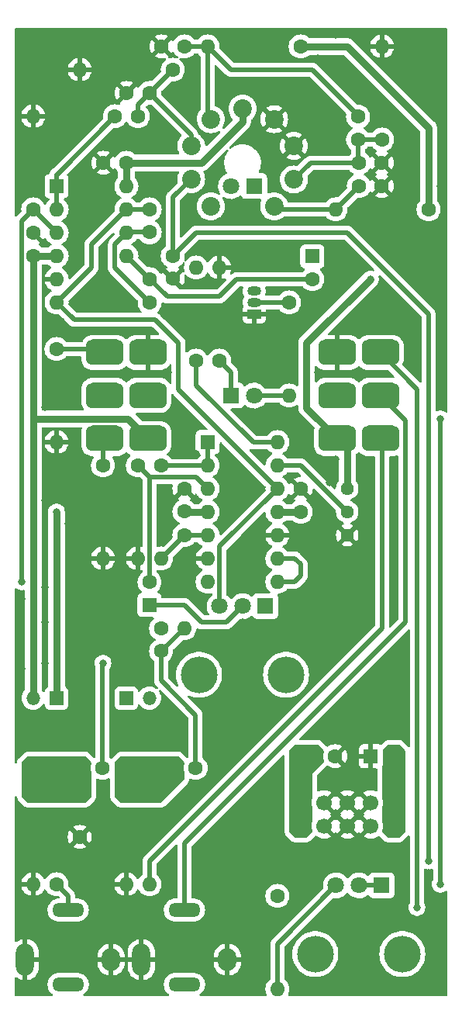
<source format=gbr>
%TF.GenerationSoftware,KiCad,Pcbnew,(6.0.5)*%
%TF.CreationDate,2023-01-21T13:22:40-05:00*%
%TF.ProjectId,valve_distortion,76616c76-655f-4646-9973-746f7274696f,rev?*%
%TF.SameCoordinates,Original*%
%TF.FileFunction,Copper,L1,Top*%
%TF.FilePolarity,Positive*%
%FSLAX46Y46*%
G04 Gerber Fmt 4.6, Leading zero omitted, Abs format (unit mm)*
G04 Created by KiCad (PCBNEW (6.0.5)) date 2023-01-21 13:22:40*
%MOMM*%
%LPD*%
G01*
G04 APERTURE LIST*
G04 Aperture macros list*
%AMRoundRect*
0 Rectangle with rounded corners*
0 $1 Rounding radius*
0 $2 $3 $4 $5 $6 $7 $8 $9 X,Y pos of 4 corners*
0 Add a 4 corners polygon primitive as box body*
4,1,4,$2,$3,$4,$5,$6,$7,$8,$9,$2,$3,0*
0 Add four circle primitives for the rounded corners*
1,1,$1+$1,$2,$3*
1,1,$1+$1,$4,$5*
1,1,$1+$1,$6,$7*
1,1,$1+$1,$8,$9*
0 Add four rect primitives between the rounded corners*
20,1,$1+$1,$2,$3,$4,$5,0*
20,1,$1+$1,$4,$5,$6,$7,0*
20,1,$1+$1,$6,$7,$8,$9,0*
20,1,$1+$1,$8,$9,$2,$3,0*%
G04 Aperture macros list end*
%TA.AperFunction,ComponentPad*%
%ADD10C,1.600000*%
%TD*%
%TA.AperFunction,ComponentPad*%
%ADD11C,1.700000*%
%TD*%
%TA.AperFunction,ComponentPad*%
%ADD12RoundRect,0.250000X0.600000X-0.600000X0.600000X0.600000X-0.600000X0.600000X-0.600000X-0.600000X0*%
%TD*%
%TA.AperFunction,ComponentPad*%
%ADD13O,1.600000X1.600000*%
%TD*%
%TA.AperFunction,ComponentPad*%
%ADD14C,1.440000*%
%TD*%
%TA.AperFunction,ComponentPad*%
%ADD15RoundRect,0.698500X-1.333500X-0.698500X1.333500X-0.698500X1.333500X0.698500X-1.333500X0.698500X0*%
%TD*%
%TA.AperFunction,ComponentPad*%
%ADD16R,1.600000X1.600000*%
%TD*%
%TA.AperFunction,ComponentPad*%
%ADD17C,1.800000*%
%TD*%
%TA.AperFunction,ComponentPad*%
%ADD18R,1.800000X1.800000*%
%TD*%
%TA.AperFunction,ComponentPad*%
%ADD19O,4.000000X4.000000*%
%TD*%
%TA.AperFunction,ComponentPad*%
%ADD20R,1.500000X1.500000*%
%TD*%
%TA.AperFunction,ComponentPad*%
%ADD21O,1.500000X1.500000*%
%TD*%
%TA.AperFunction,ComponentPad*%
%ADD22R,1.500000X1.050000*%
%TD*%
%TA.AperFunction,ComponentPad*%
%ADD23O,1.500000X1.050000*%
%TD*%
%TA.AperFunction,ComponentPad*%
%ADD24O,3.500000X1.500000*%
%TD*%
%TA.AperFunction,ComponentPad*%
%ADD25O,2.000000X2.500000*%
%TD*%
%TA.AperFunction,ComponentPad*%
%ADD26O,2.000000X3.500000*%
%TD*%
%TA.AperFunction,ComponentPad*%
%ADD27C,2.030000*%
%TD*%
%TA.AperFunction,ViaPad*%
%ADD28C,0.800000*%
%TD*%
%TA.AperFunction,Conductor*%
%ADD29C,0.500000*%
%TD*%
%TA.AperFunction,Conductor*%
%ADD30C,0.800000*%
%TD*%
G04 APERTURE END LIST*
D10*
%TO.P,C13,1*%
%TO.N,/VOL_OUT*%
X169690000Y-117380000D03*
%TO.P,C13,2*%
%TO.N,/VOL_INV_IN*%
X169690000Y-114880000D03*
%TD*%
%TO.P,C11,1*%
%TO.N,/DIST_OUT*%
X168430000Y-69160000D03*
%TO.P,C11,2*%
%TO.N,/DIST_BUF_FB*%
X168430000Y-71660000D03*
%TD*%
%TO.P,C9,1*%
%TO.N,/A2*%
X191280000Y-66620000D03*
%TO.P,C9,2*%
%TO.N,GND*%
X193780000Y-66620000D03*
%TD*%
%TO.P,C8,1*%
%TO.N,/G2*%
X191280000Y-64080000D03*
%TO.P,C8,2*%
%TO.N,GND*%
X193780000Y-64080000D03*
%TD*%
%TO.P,C7,1*%
%TO.N,/G2*%
X191200000Y-61540000D03*
%TO.P,C7,2*%
%TO.N,/A1*%
X191200000Y-59040000D03*
%TD*%
%TO.P,C6,1*%
%TO.N,/K1*%
X170960000Y-74240000D03*
%TO.P,C6,2*%
%TO.N,GND*%
X170960000Y-76740000D03*
%TD*%
%TO.P,C5,1*%
%TO.N,/A1*%
X172230000Y-51380000D03*
%TO.P,C5,2*%
%TO.N,GND*%
X169730000Y-51380000D03*
%TD*%
%TO.P,C4,1*%
%TO.N,/G1*%
X168420000Y-56460000D03*
%TO.P,C4,2*%
%TO.N,GND*%
X165920000Y-56460000D03*
%TD*%
%TO.P,C3,1*%
%TO.N,/G1*%
X167150000Y-59000000D03*
%TO.P,C3,2*%
%TO.N,/DIST_IN*%
X164650000Y-59000000D03*
%TD*%
D11*
%TO.P,J3,10,Pin_10*%
%TO.N,+12V*%
X184930000Y-133930000D03*
%TO.P,J3,9,Pin_9*%
X184930000Y-136470000D03*
%TO.P,J3,8,Pin_8*%
%TO.N,GND*%
X187470000Y-133930000D03*
%TO.P,J3,7,Pin_7*%
X187470000Y-136470000D03*
%TO.P,J3,6,Pin_6*%
X190010000Y-133930000D03*
%TO.P,J3,5,Pin_5*%
X190010000Y-136470000D03*
%TO.P,J3,4,Pin_4*%
X192550000Y-133930000D03*
%TO.P,J3,3,Pin_3*%
X192550000Y-136470000D03*
%TO.P,J3,2,Pin_2*%
%TO.N,-12V*%
X195090000Y-133930000D03*
D12*
%TO.P,J3,1,Pin_1*%
X195090000Y-136470000D03*
%TD*%
D10*
%TO.P,R15,1*%
%TO.N,/VOL_INV_IN*%
X172230000Y-104720000D03*
D13*
%TO.P,R15,2*%
%TO.N,/VOL_OUT*%
X172230000Y-114880000D03*
%TD*%
D14*
%TO.P,RV3,1,1*%
%TO.N,GND*%
X190010000Y-104720000D03*
%TO.P,RV3,2,2*%
%TO.N,/LED_REF*%
X190010000Y-102180000D03*
%TO.P,RV3,3,3*%
%TO.N,+12V*%
X190010000Y-99640000D03*
%TD*%
D15*
%TO.P,SW2,1,A*%
%TO.N,GND*%
X188930500Y-84781000D03*
%TO.P,SW2,2,B*%
%TO.N,/ENABLE*%
X188930500Y-89480000D03*
%TO.P,SW2,3,C*%
%TO.N,+12V*%
X188930500Y-94179000D03*
%TO.P,SW2,4,A*%
%TO.N,/INPUT*%
X193629500Y-84781000D03*
%TO.P,SW2,5,B*%
%TO.N,/OUTPUT*%
X193629500Y-89480000D03*
%TO.P,SW2,6,C*%
%TO.N,/OUT_SW*%
X193629500Y-94179000D03*
%TD*%
%TO.P,SW1,1,A*%
%TO.N,/BOOST_LOW*%
X163530500Y-84781000D03*
%TO.P,SW1,2,B*%
%TO.N,/DIST_BUF_FB*%
X163530500Y-89480000D03*
%TO.P,SW1,3,C*%
%TO.N,/BOOST_HIGH*%
X163530500Y-94179000D03*
%TO.P,SW1,4,A*%
%TO.N,GND*%
X168229500Y-84781000D03*
%TO.P,SW1,5,B*%
%TO.N,/K1_VOLTAGE*%
X168229500Y-89480000D03*
%TO.P,SW1,6,C*%
%TO.N,-12V*%
X168229500Y-94179000D03*
%TD*%
D16*
%TO.P,U1,1*%
%TO.N,/DIST_IN*%
X158270000Y-66630000D03*
D13*
%TO.P,U1,2,-*%
X158270000Y-69170000D03*
%TO.P,U1,3,+*%
%TO.N,/IN_BUF_IN*%
X158270000Y-71710000D03*
%TO.P,U1,4,V-*%
%TO.N,-12V*%
X158270000Y-74250000D03*
%TO.P,U1,5,+*%
%TO.N,/DIST_BUF_IN*%
X165890000Y-74250000D03*
%TO.P,U1,6,-*%
%TO.N,/DIST_BUF_FB*%
X165890000Y-71710000D03*
%TO.P,U1,7*%
%TO.N,/DIST_OUT*%
X165890000Y-69170000D03*
%TO.P,U1,8,V+*%
%TO.N,+12V*%
X165890000Y-66630000D03*
%TD*%
D17*
%TO.P,RV2,3,3*%
%TO.N,/DIST_OUT*%
X176080000Y-112460000D03*
%TO.P,RV2,2,2*%
%TO.N,/VOL_IN*%
X178580000Y-112460000D03*
D18*
%TO.P,RV2,1,1*%
%TO.N,/VOL_OUT*%
X181080000Y-112460000D03*
D19*
%TO.P,RV2,*%
%TO.N,*%
X173830000Y-119960000D03*
X183330000Y-119960000D03*
%TD*%
D10*
%TO.P,R16,1*%
%TO.N,/OUT_FILTER*%
X165880000Y-132660000D03*
D13*
%TO.P,R16,2*%
%TO.N,GND*%
X165880000Y-142820000D03*
%TD*%
D10*
%TO.P,R3,1*%
%TO.N,/IN_BUF_IN*%
X155720000Y-69160000D03*
D13*
%TO.P,R3,2*%
%TO.N,GND*%
X155720000Y-59000000D03*
%TD*%
D18*
%TO.P,D6,1,K*%
%TO.N,/LED_EN_K*%
X177310000Y-89480000D03*
D17*
%TO.P,D6,2,A*%
%TO.N,/ENABLE*%
X179850000Y-89480000D03*
%TD*%
D16*
%TO.P,U3,1*%
%TO.N,/VOL_BUF_OUT*%
X174770000Y-94560000D03*
D13*
%TO.P,U3,2,-*%
X174770000Y-97100000D03*
%TO.P,U3,3,+*%
%TO.N,/VOL_BUF_IN*%
X174770000Y-99640000D03*
%TO.P,U3,4,V+*%
%TO.N,+12V*%
X174770000Y-102180000D03*
%TO.P,U3,5,+*%
%TO.N,/VOL_INV_IN*%
X174770000Y-104720000D03*
%TO.P,U3,6,-*%
%TO.N,GND*%
X174770000Y-107260000D03*
%TO.P,U3,7*%
%TO.N,/VOL_OUT*%
X174770000Y-109800000D03*
%TO.P,U3,8*%
%TO.N,/U2D_FB*%
X182390000Y-109800000D03*
%TO.P,U3,9,-*%
X182390000Y-107260000D03*
%TO.P,U3,10,+*%
%TO.N,GND*%
X182390000Y-104720000D03*
%TO.P,U3,11,V-*%
%TO.N,-12V*%
X182390000Y-102180000D03*
%TO.P,U3,12,+*%
%TO.N,/DIST_OUT*%
X182390000Y-99640000D03*
%TO.P,U3,13,-*%
%TO.N,/LED_REF*%
X182390000Y-97100000D03*
%TO.P,U3,14*%
%TO.N,/SIG_COMP_OUT*%
X182390000Y-94560000D03*
%TD*%
D20*
%TO.P,D4,1,K*%
%TO.N,+12V*%
X165880000Y-122500000D03*
D21*
%TO.P,D4,2,A*%
%TO.N,/OUT_FILTER*%
X165880000Y-130120000D03*
%TD*%
D10*
%TO.P,C20,1*%
%TO.N,+12V*%
X172230000Y-102140000D03*
%TO.P,C20,2*%
%TO.N,GND*%
X172230000Y-99640000D03*
%TD*%
%TO.P,R9,1*%
%TO.N,/DIST_BUF_IN*%
X168430000Y-76780000D03*
D13*
%TO.P,R9,2*%
%TO.N,GND*%
X158270000Y-76780000D03*
%TD*%
D10*
%TO.P,R8,1*%
%TO.N,+12V*%
X198900000Y-69160000D03*
D13*
%TO.P,R8,2*%
%TO.N,/A2*%
X188740000Y-69160000D03*
%TD*%
D10*
%TO.P,R1,1*%
%TO.N,/INPUT*%
X158260000Y-142820000D03*
D13*
%TO.P,R1,2*%
%TO.N,/IN_FILTER*%
X158260000Y-132660000D03*
%TD*%
D10*
%TO.P,C1,1*%
%TO.N,/IN_FILTER*%
X160800000Y-132660000D03*
%TO.P,C1,2*%
%TO.N,GND*%
X160800000Y-137660000D03*
%TD*%
%TO.P,R19,1*%
%TO.N,/Q1_B*%
X183660000Y-79320000D03*
D13*
%TO.P,R19,2*%
%TO.N,/ENABLE*%
X183660000Y-89480000D03*
%TD*%
D20*
%TO.P,D2,1,K*%
%TO.N,+12V*%
X158260000Y-122495000D03*
D21*
%TO.P,D2,2,A*%
%TO.N,/IN_FILTER*%
X158260000Y-130115000D03*
%TD*%
D10*
%TO.P,R20,1*%
%TO.N,/LED_EN_K*%
X176040000Y-85670000D03*
D13*
%TO.P,R20,2*%
%TO.N,GND*%
X176040000Y-75510000D03*
%TD*%
D16*
%TO.P,C16,1*%
%TO.N,+12V*%
X186200000Y-128850000D03*
D10*
%TO.P,C16,2*%
%TO.N,GND*%
X188700000Y-128850000D03*
%TD*%
%TO.P,R13,1*%
%TO.N,/VOL_BUF_IN*%
X167150000Y-97100000D03*
D13*
%TO.P,R13,2*%
%TO.N,GND*%
X167150000Y-107260000D03*
%TD*%
D22*
%TO.P,Q1,1,E*%
%TO.N,GND*%
X179850000Y-80590000D03*
D23*
%TO.P,Q1,2,B*%
%TO.N,/Q1_B*%
X179850000Y-79320000D03*
%TO.P,Q1,3,C*%
%TO.N,/SIG_LED_K*%
X179850000Y-78050000D03*
%TD*%
D10*
%TO.P,R17,1*%
%TO.N,/OUT_FILTER*%
X168420000Y-132660000D03*
D13*
%TO.P,R17,2*%
%TO.N,/OUT_SW*%
X168420000Y-142820000D03*
%TD*%
D16*
%TO.P,C10,1*%
%TO.N,/A2*%
X186200000Y-74280000D03*
D10*
%TO.P,C10,2*%
%TO.N,/DIST_BUF_IN*%
X186200000Y-76780000D03*
%TD*%
%TO.P,R5,1*%
%TO.N,/K1*%
X182390000Y-144090000D03*
D13*
%TO.P,R5,2*%
%TO.N,/GAIN*%
X182390000Y-154250000D03*
%TD*%
D10*
%TO.P,C17,1*%
%TO.N,GND*%
X155730000Y-71740000D03*
%TO.P,C17,2*%
%TO.N,-12V*%
X155730000Y-74240000D03*
%TD*%
D24*
%TO.P,J1,TN*%
%TO.N,unconnected-(J1-PadTN)*%
X159530000Y-153740000D03*
%TO.P,J1,T*%
%TO.N,/INPUT*%
X159530000Y-145640000D03*
D25*
%TO.P,J1,S*%
%TO.N,GND*%
X164230000Y-151040000D03*
D26*
X154830000Y-151040000D03*
%TD*%
D10*
%TO.P,R6,1*%
%TO.N,+12V*%
X184930000Y-51380000D03*
D13*
%TO.P,R6,2*%
%TO.N,/A1*%
X174770000Y-51380000D03*
%TD*%
D19*
%TO.P,RV1,*%
%TO.N,*%
X196030000Y-150440000D03*
X186530000Y-150440000D03*
D18*
%TO.P,RV1,1,1*%
%TO.N,/K1_VOLTAGE*%
X193780000Y-142940000D03*
D17*
%TO.P,RV1,2,2*%
X191280000Y-142940000D03*
%TO.P,RV1,3,3*%
%TO.N,/GAIN*%
X188780000Y-142940000D03*
%TD*%
D10*
%TO.P,R11,1*%
%TO.N,/BOOST_HIGH*%
X163340000Y-97100000D03*
D13*
%TO.P,R11,2*%
%TO.N,GND*%
X163340000Y-107260000D03*
%TD*%
D10*
%TO.P,C19,1*%
%TO.N,GND*%
X184930000Y-99680000D03*
%TO.P,C19,2*%
%TO.N,-12V*%
X184930000Y-102180000D03*
%TD*%
D24*
%TO.P,J2,TN*%
%TO.N,unconnected-(J2-PadTN)*%
X172230000Y-153740000D03*
%TO.P,J2,T*%
%TO.N,/OUTPUT*%
X172230000Y-145640000D03*
D26*
%TO.P,J2,S*%
%TO.N,GND*%
X167530000Y-151040000D03*
D25*
X176930000Y-151040000D03*
%TD*%
D10*
%TO.P,R2,1*%
%TO.N,/IN_FILTER*%
X155720000Y-132660000D03*
D13*
%TO.P,R2,2*%
%TO.N,GND*%
X155720000Y-142820000D03*
%TD*%
D16*
%TO.P,C12,1*%
%TO.N,/VOL_IN*%
X168420000Y-112340000D03*
D10*
%TO.P,C12,2*%
%TO.N,/VOL_BUF_IN*%
X168420000Y-109840000D03*
%TD*%
D16*
%TO.P,C15,1*%
%TO.N,GND*%
X192590000Y-128850000D03*
D10*
%TO.P,C15,2*%
%TO.N,-12V*%
X195090000Y-128850000D03*
%TD*%
%TO.P,R18,1*%
%TO.N,/SIG_COMP_OUT*%
X173500000Y-85670000D03*
D13*
%TO.P,R18,2*%
%TO.N,/SIG_LED_A*%
X173500000Y-75510000D03*
%TD*%
D20*
%TO.P,D1,1,K*%
%TO.N,/IN_FILTER*%
X155720000Y-130120000D03*
D21*
%TO.P,D1,2,A*%
%TO.N,-12V*%
X155720000Y-122500000D03*
%TD*%
D13*
%TO.P,R4,2*%
%TO.N,GND*%
X160800000Y-53920000D03*
D10*
%TO.P,R4,1*%
%TO.N,/G1*%
X170960000Y-53920000D03*
%TD*%
%TO.P,R12,1*%
%TO.N,/DIST_BUF_FB*%
X168430000Y-79320000D03*
D13*
%TO.P,R12,2*%
%TO.N,/DIST_OUT*%
X158270000Y-79320000D03*
%TD*%
D10*
%TO.P,C18,1*%
%TO.N,+12V*%
X165880000Y-64080000D03*
%TO.P,C18,2*%
%TO.N,GND*%
X163380000Y-64080000D03*
%TD*%
D16*
%TO.P,C14,1*%
%TO.N,/OUT_FILTER*%
X170960000Y-130120000D03*
D10*
%TO.P,C14,2*%
%TO.N,/VOL_OUT*%
X173460000Y-130120000D03*
%TD*%
D16*
%TO.P,C2,1*%
%TO.N,/IN_FILTER*%
X160800000Y-130120000D03*
D10*
%TO.P,C2,2*%
%TO.N,/IN_BUF_IN*%
X163300000Y-130120000D03*
%TD*%
%TO.P,R10,1*%
%TO.N,/BOOST_LOW*%
X158260000Y-84400000D03*
D13*
%TO.P,R10,2*%
%TO.N,GND*%
X158260000Y-94560000D03*
%TD*%
D10*
%TO.P,R14,1*%
%TO.N,/VOL_BUF_OUT*%
X169690000Y-97100000D03*
D13*
%TO.P,R14,2*%
%TO.N,/VOL_INV_IN*%
X169690000Y-107260000D03*
%TD*%
D10*
%TO.P,R7,1*%
%TO.N,/G2*%
X193820000Y-61540000D03*
D13*
%TO.P,R7,2*%
%TO.N,GND*%
X193820000Y-51380000D03*
%TD*%
D20*
%TO.P,D3,1,K*%
%TO.N,/OUT_FILTER*%
X168420000Y-130120000D03*
D21*
%TO.P,D3,2,A*%
%TO.N,-12V*%
X168420000Y-122500000D03*
%TD*%
D27*
%TO.P,U2,1,A*%
%TO.N,/A2*%
X182030000Y-68830000D03*
%TO.P,U2,2,G*%
%TO.N,/G2*%
X184180000Y-65900000D03*
%TO.P,U2,3,K*%
%TO.N,GND*%
X184180000Y-62250000D03*
%TO.P,U2,4,F1*%
X182030000Y-59320000D03*
%TO.P,U2,5,F1*%
%TO.N,+12V*%
X178580000Y-58180000D03*
%TO.P,U2,6,A*%
%TO.N,/A1*%
X175120000Y-59320000D03*
%TO.P,U2,7,G*%
%TO.N,/G1*%
X172970000Y-62250000D03*
%TO.P,U2,8,K*%
%TO.N,/K1*%
X172970000Y-65860000D03*
%TO.P,U2,9,F2*%
%TO.N,unconnected-(U2-Pad9)*%
X175120000Y-68830000D03*
%TD*%
D18*
%TO.P,D5,1,K*%
%TO.N,/SIG_LED_K*%
X179850000Y-66620000D03*
D17*
%TO.P,D5,2,A*%
%TO.N,/SIG_LED_A*%
X177310000Y-66620000D03*
%TD*%
D28*
%TO.N,GND*%
X170960000Y-111070000D03*
X173500000Y-108530000D03*
X174135000Y-112340000D03*
X173500000Y-105990000D03*
X163340000Y-116785000D03*
X160165000Y-112975000D03*
X167150000Y-104085000D03*
X159530000Y-103450000D03*
X156990000Y-100910000D03*
X157625000Y-98370000D03*
X191280000Y-86940000D03*
X186835000Y-86940000D03*
X180485000Y-85670000D03*
X177945000Y-84400000D03*
X173500000Y-83130000D03*
X170325000Y-79955000D03*
X177945000Y-79320000D03*
X181120000Y-75510000D03*
X174770000Y-76780000D03*
X174135000Y-72970000D03*
X177945000Y-72970000D03*
X184295000Y-74875000D03*
X189375000Y-72970000D03*
X188740000Y-78050000D03*
X184930000Y-81860000D03*
X193820000Y-80590000D03*
X190010000Y-81860000D03*
X197630000Y-81860000D03*
X193820000Y-78050000D03*
X196360000Y-75510000D03*
X200170000Y-53920000D03*
X200170000Y-59000000D03*
X200170000Y-66620000D03*
X200170000Y-74240000D03*
X154450000Y-146630000D03*
X154450000Y-141550000D03*
X184930000Y-154250000D03*
X195090000Y-154250000D03*
X200170000Y-149170000D03*
X200170000Y-154250000D03*
X179850000Y-50110000D03*
X176040000Y-50110000D03*
X170960000Y-50110000D03*
X165880000Y-50110000D03*
X162070000Y-50110000D03*
X158260000Y-50110000D03*
X183660000Y-50110000D03*
X188740000Y-50110000D03*
X192550000Y-50110000D03*
X196360000Y-50110000D03*
X200170000Y-50110000D03*
X154450000Y-50110000D03*
X160800000Y-60905000D03*
X156355000Y-67255000D03*
X158895000Y-62810000D03*
X167785000Y-62175000D03*
X164610000Y-60905000D03*
X169055000Y-59000000D03*
X170960000Y-62175000D03*
X172865000Y-58365000D03*
X173500000Y-53285000D03*
X170325000Y-56460000D03*
X168420000Y-53920000D03*
X181120000Y-52650000D03*
X177945000Y-52650000D03*
X176675000Y-57095000D03*
X176040000Y-54555000D03*
X191280000Y-55190000D03*
X186835000Y-52650000D03*
X188740000Y-59000000D03*
X183025000Y-55190000D03*
X185565000Y-55190000D03*
X187470000Y-62810000D03*
X185565000Y-67890000D03*
X189375000Y-65985000D03*
X178580000Y-61540000D03*
X176040000Y-64715000D03*
X176040000Y-70430000D03*
X172230000Y-70430000D03*
X170325000Y-65985000D03*
X167150000Y-72970000D03*
X160800000Y-79828000D03*
X163340000Y-73732000D03*
X160292000Y-71700000D03*
X160800000Y-68652000D03*
X160292000Y-65604000D03*
X164356000Y-68144000D03*
X159784000Y-75764000D03*
X160292000Y-90496000D03*
X158768000Y-81352000D03*
X162832000Y-82368000D03*
X168420000Y-82368000D03*
X170452000Y-86940000D03*
X165880000Y-86940000D03*
X168166000Y-91766000D03*
X171595000Y-90750000D03*
X173500000Y-95830000D03*
X171595000Y-93290000D03*
X176675000Y-97735000D03*
X176675000Y-95830000D03*
X179215000Y-100910000D03*
X176040000Y-103450000D03*
X181120000Y-95830000D03*
X187470000Y-102180000D03*
X179850000Y-106625000D03*
X186835000Y-108530000D03*
X186200000Y-115515000D03*
X177945000Y-118055000D03*
X188105000Y-111705000D03*
X178580000Y-114245000D03*
X174135000Y-115515000D03*
X187470000Y-118690000D03*
X174135000Y-123135000D03*
X170960000Y-119325000D03*
X168420000Y-118690000D03*
X165245000Y-118055000D03*
X160800000Y-118055000D03*
X154450000Y-119325000D03*
X154450000Y-111705000D03*
X154450000Y-127580000D03*
X161435000Y-127580000D03*
X179850000Y-142820000D03*
X181120000Y-135200000D03*
X177945000Y-139010000D03*
X170960000Y-139645000D03*
X167150000Y-139010000D03*
X170960000Y-135835000D03*
X174770000Y-132025000D03*
X169055000Y-145995000D03*
X162705000Y-145995000D03*
X181120000Y-148535000D03*
X180485000Y-152980000D03*
X175405000Y-154250000D03*
X169055000Y-154250000D03*
X162705000Y-154250000D03*
X156355000Y-154250000D03*
X154450000Y-135200000D03*
X163340000Y-132025000D03*
X174770000Y-127580000D03*
X179215000Y-127580000D03*
X190645000Y-126310000D03*
X186200000Y-126310000D03*
X182390000Y-130120000D03*
X196360000Y-139010000D03*
X177310000Y-106625000D03*
X177310000Y-108530000D03*
X180485000Y-109800000D03*
X181120000Y-103450000D03*
X178580000Y-87575000D03*
X181755000Y-88210000D03*
X181755000Y-90750000D03*
X188740000Y-96465000D03*
X188105000Y-99005000D03*
X184295000Y-94560000D03*
X200170000Y-80590000D03*
X197630000Y-86940000D03*
X200170000Y-90115000D03*
X195090000Y-97100000D03*
X195090000Y-109800000D03*
X156990000Y-90750000D03*
X156990000Y-110435000D03*
X156990000Y-114245000D03*
X156990000Y-118690000D03*
X188105000Y-145995000D03*
X195725000Y-144725000D03*
X199535000Y-144090000D03*
X198900000Y-141550000D03*
X195725000Y-141550000D03*
X186835000Y-141550000D03*
X183660000Y-145995000D03*
X175405000Y-145995000D03*
X173500000Y-143455000D03*
X173500000Y-139010000D03*
X193820000Y-118690000D03*
X188740000Y-123770000D03*
X193185000Y-125040000D03*
X196360000Y-126310000D03*
X196360000Y-116785000D03*
X178580000Y-123770000D03*
X183025000Y-123770000D03*
X183660000Y-111705000D03*
X184295000Y-104085000D03*
X191915000Y-111705000D03*
X191915000Y-114245000D03*
X191915000Y-106625000D03*
X191915000Y-97100000D03*
%TO.N,/IN_BUF_IN*%
X154450000Y-109800000D03*
X163340000Y-118690000D03*
%TO.N,+12V*%
X158260000Y-102180000D03*
X192550000Y-76780000D03*
%TO.N,/K1*%
X198900000Y-140280000D03*
%TO.N,/INPUT*%
X197630000Y-145360000D03*
%TO.N,/K1_VOLTAGE*%
X200170000Y-142820000D03*
X200170000Y-92020000D03*
%TD*%
D29*
%TO.N,/DIST_BUF_IN*%
X176040000Y-78685000D02*
X177945000Y-76780000D01*
X170335000Y-78685000D02*
X176040000Y-78685000D01*
X177945000Y-76780000D02*
X186200000Y-76780000D01*
X168430000Y-76780000D02*
X170335000Y-78685000D01*
X165900000Y-74250000D02*
X168430000Y-76780000D01*
X165890000Y-74250000D02*
X165900000Y-74250000D01*
%TO.N,/VOL_OUT*%
X173460000Y-124365000D02*
X173460000Y-130120000D01*
X169690000Y-120595000D02*
X173460000Y-124365000D01*
X169690000Y-117380000D02*
X169690000Y-120595000D01*
%TO.N,/VOL_IN*%
X172230000Y-112340000D02*
X168420000Y-112340000D01*
X174135000Y-114245000D02*
X172230000Y-112340000D01*
X178580000Y-112460000D02*
X176795000Y-114245000D01*
X176795000Y-114245000D02*
X174135000Y-114245000D01*
%TO.N,/VOL_BUF_IN*%
X168420000Y-98370000D02*
X168420000Y-109840000D01*
X167150000Y-97100000D02*
X168420000Y-98370000D01*
%TO.N,/VOL_OUT*%
X169690000Y-117380000D02*
X169730000Y-117380000D01*
X169730000Y-117380000D02*
X172230000Y-114880000D01*
%TO.N,/DIST_BUF_FB*%
X165940000Y-71660000D02*
X165890000Y-71710000D01*
X168430000Y-71660000D02*
X165940000Y-71660000D01*
%TO.N,/A1*%
X191200000Y-58920000D02*
X191200000Y-59040000D01*
X177310000Y-53920000D02*
X186200000Y-53920000D01*
X186200000Y-53920000D02*
X191200000Y-58920000D01*
X174770000Y-51380000D02*
X177310000Y-53920000D01*
%TO.N,/DIST_IN*%
X158310000Y-65340000D02*
X158270000Y-65340000D01*
X164650000Y-59000000D02*
X158310000Y-65340000D01*
X158270000Y-66630000D02*
X158270000Y-65340000D01*
D30*
%TO.N,-12V*%
X155730000Y-74240000D02*
X155730000Y-92010000D01*
X155730000Y-92010000D02*
X155720000Y-92020000D01*
X155720000Y-92020000D02*
X166070500Y-92020000D01*
X155720000Y-92020000D02*
X155720000Y-122500000D01*
X166070500Y-92020000D02*
X168229500Y-94179000D01*
D29*
%TO.N,/IN_BUF_IN*%
X154450000Y-70430000D02*
X154450000Y-109800000D01*
X155720000Y-69160000D02*
X154450000Y-70430000D01*
X163340000Y-118690000D02*
X163300000Y-118730000D01*
X163300000Y-118730000D02*
X163300000Y-130120000D01*
D30*
%TO.N,+12V*%
X158260000Y-102180000D02*
X158260000Y-122495000D01*
D29*
%TO.N,/A2*%
X182360000Y-69160000D02*
X182030000Y-68830000D01*
X188740000Y-69160000D02*
X182360000Y-69160000D01*
X191280000Y-66620000D02*
X188740000Y-69160000D01*
D30*
%TO.N,+12V*%
X190010000Y-95258500D02*
X188930500Y-94179000D01*
X190010000Y-99640000D02*
X190010000Y-95258500D01*
X185565000Y-87575000D02*
X185565000Y-83765000D01*
X185565000Y-90813500D02*
X185565000Y-87575000D01*
X185565000Y-83765000D02*
X192550000Y-76780000D01*
X188930500Y-94179000D02*
X185565000Y-90813500D01*
D29*
%TO.N,/IN_BUF_IN*%
X158270000Y-71710000D02*
X155720000Y-69160000D01*
%TO.N,/OUT_SW*%
X193820000Y-114880000D02*
X193820000Y-94369500D01*
X193820000Y-94369500D02*
X193629500Y-94179000D01*
X168420000Y-140280000D02*
X193820000Y-114880000D01*
X168420000Y-142820000D02*
X168420000Y-140280000D01*
%TO.N,/OUTPUT*%
X196360000Y-92210500D02*
X193629500Y-89480000D01*
X196360000Y-114245000D02*
X196360000Y-92210500D01*
X172230000Y-145640000D02*
X172230000Y-138375000D01*
X172230000Y-138375000D02*
X196360000Y-114245000D01*
%TO.N,/K1*%
X198900000Y-135200000D02*
X198900000Y-140280000D01*
X198900000Y-80590000D02*
X198900000Y-135200000D01*
%TO.N,/INPUT*%
X197630000Y-88781500D02*
X193629500Y-84781000D01*
X197630000Y-145360000D02*
X197630000Y-88781500D01*
X159530000Y-144090000D02*
X158260000Y-142820000D01*
X159530000Y-145640000D02*
X159530000Y-144090000D01*
%TO.N,/K1_VOLTAGE*%
X200170000Y-142820000D02*
X200170000Y-92020000D01*
%TO.N,/U2D_FB*%
X184295000Y-107260000D02*
X182390000Y-107260000D01*
X184930000Y-107895000D02*
X184295000Y-107260000D01*
X184930000Y-109165000D02*
X184930000Y-107895000D01*
X184295000Y-109800000D02*
X184930000Y-109165000D01*
X182390000Y-109800000D02*
X184295000Y-109800000D01*
%TO.N,/LED_REF*%
X184930000Y-97100000D02*
X190010000Y-102180000D01*
X182390000Y-97100000D02*
X184930000Y-97100000D01*
%TO.N,/K1*%
X173500000Y-71700000D02*
X190010000Y-71700000D01*
X190010000Y-71700000D02*
X198900000Y-80590000D01*
X170960000Y-74240000D02*
X173500000Y-71700000D01*
%TO.N,/K1_VOLTAGE*%
X193780000Y-142940000D02*
X191280000Y-142940000D01*
%TO.N,/GAIN*%
X182390000Y-149330000D02*
X188780000Y-142940000D01*
X182390000Y-154250000D02*
X182390000Y-149330000D01*
%TO.N,/DIST_OUT*%
X171595000Y-88845000D02*
X182390000Y-99640000D01*
X171595000Y-83765000D02*
X171595000Y-88845000D01*
X169055000Y-81225000D02*
X171595000Y-83765000D01*
X160175000Y-81225000D02*
X169055000Y-81225000D01*
X158270000Y-79320000D02*
X160175000Y-81225000D01*
X176080000Y-105950000D02*
X182390000Y-99640000D01*
X176080000Y-112460000D02*
X176080000Y-105950000D01*
%TO.N,/VOL_BUF_IN*%
X168420000Y-98370000D02*
X173500000Y-98370000D01*
X173500000Y-98370000D02*
X174770000Y-99640000D01*
%TO.N,/SIG_COMP_OUT*%
X179745978Y-94615000D02*
X182400000Y-94615000D01*
X173500000Y-85670000D02*
X173500000Y-88369022D01*
X173500000Y-88369022D02*
X179745978Y-94615000D01*
%TO.N,/BOOST_HIGH*%
X163340000Y-94369500D02*
X163530500Y-94179000D01*
X163340000Y-97155000D02*
X163340000Y-94369500D01*
D30*
%TO.N,-12V*%
X184930000Y-102235000D02*
X182400000Y-102235000D01*
%TO.N,+12V*%
X174780000Y-102235000D02*
X172230000Y-102235000D01*
D29*
%TO.N,/VOL_INV_IN*%
X172230000Y-104775000D02*
X174780000Y-104775000D01*
X169690000Y-107315000D02*
X172230000Y-104775000D01*
%TO.N,/VOL_BUF_OUT*%
X174780000Y-97155000D02*
X169690000Y-97155000D01*
X174780000Y-94615000D02*
X174780000Y-97155000D01*
%TO.N,/BOOST_LOW*%
X163149500Y-84400000D02*
X163530500Y-84781000D01*
X158260000Y-84400000D02*
X163149500Y-84400000D01*
%TO.N,/LED_EN_K*%
X177310000Y-86940000D02*
X176040000Y-85670000D01*
X177310000Y-89480000D02*
X177310000Y-86940000D01*
D30*
%TO.N,+12V*%
X178580000Y-59615426D02*
X174115426Y-64080000D01*
X174115426Y-64080000D02*
X165880000Y-64080000D01*
X178580000Y-58180000D02*
X178580000Y-59615426D01*
X198900000Y-60270000D02*
X198900000Y-69160000D01*
X190010000Y-51380000D02*
X198900000Y-60270000D01*
X184930000Y-51380000D02*
X190010000Y-51380000D01*
D29*
%TO.N,/ENABLE*%
X183660000Y-89480000D02*
X179850000Y-89480000D01*
%TO.N,/DIST_BUF_FB*%
X164640489Y-72959511D02*
X165890000Y-71710000D01*
X164640489Y-75530489D02*
X164640489Y-72959511D01*
X168430000Y-79320000D02*
X164640489Y-75530489D01*
%TO.N,/K1*%
X170970000Y-74240000D02*
X170970000Y-67860000D01*
X170970000Y-67860000D02*
X172970000Y-65860000D01*
%TO.N,/Q1_B*%
X183660000Y-79320000D02*
X179850000Y-79320000D01*
%TO.N,/DIST_OUT*%
X162070000Y-75520000D02*
X158270000Y-79320000D01*
X162070000Y-72990000D02*
X162070000Y-75520000D01*
X165890000Y-69170000D02*
X162070000Y-72990000D01*
X165900000Y-69160000D02*
X165890000Y-69170000D01*
X168430000Y-69160000D02*
X165900000Y-69160000D01*
%TO.N,/G2*%
X186000000Y-64080000D02*
X184180000Y-65900000D01*
X191280000Y-64080000D02*
X186000000Y-64080000D01*
X191200000Y-64000000D02*
X191280000Y-64080000D01*
X191200000Y-61540000D02*
X191200000Y-64000000D01*
X193820000Y-61540000D02*
X191200000Y-61540000D01*
%TO.N,/A1*%
X174770000Y-51380000D02*
X172230000Y-51380000D01*
X174770000Y-58970000D02*
X175120000Y-59320000D01*
X174770000Y-51380000D02*
X174770000Y-58970000D01*
%TO.N,/G1*%
X172970000Y-61010000D02*
X172970000Y-62250000D01*
X168420000Y-56460000D02*
X172970000Y-61010000D01*
X170960000Y-53920000D02*
X168420000Y-56460000D01*
X167150000Y-57730000D02*
X168420000Y-56460000D01*
X167150000Y-59000000D02*
X167150000Y-57730000D01*
%TO.N,/DIST_IN*%
X158270000Y-69170000D02*
X158270000Y-66630000D01*
D30*
%TO.N,+12V*%
X165890000Y-64090000D02*
X165880000Y-64080000D01*
X165890000Y-66630000D02*
X165890000Y-64090000D01*
%TO.N,-12V*%
X155740000Y-74250000D02*
X155730000Y-74240000D01*
X158270000Y-74250000D02*
X155740000Y-74250000D01*
%TD*%
%TA.AperFunction,Conductor*%
%TO.N,/OUT_FILTER*%
G36*
X171610931Y-128870002D02*
G01*
X171631905Y-128886905D01*
X172193095Y-129448095D01*
X172227121Y-129510407D01*
X172230000Y-129537190D01*
X172230000Y-129638180D01*
X172225707Y-129670790D01*
X172166457Y-129891913D01*
X172146502Y-130120000D01*
X172166457Y-130348087D01*
X172167881Y-130353400D01*
X172167881Y-130353402D01*
X172225707Y-130569209D01*
X172230000Y-130601820D01*
X172230000Y-131337810D01*
X172209998Y-131405931D01*
X172193095Y-131426905D01*
X169726905Y-133893095D01*
X169664593Y-133927121D01*
X169637810Y-133930000D01*
X165297190Y-133930000D01*
X165229069Y-133909998D01*
X165208095Y-133893095D01*
X164646905Y-133331905D01*
X164612879Y-133269593D01*
X164610000Y-133242810D01*
X164610000Y-129537190D01*
X164630002Y-129469069D01*
X164646905Y-129448095D01*
X165208095Y-128886905D01*
X165270407Y-128852879D01*
X165297190Y-128850000D01*
X171542810Y-128850000D01*
X171610931Y-128870002D01*
G37*
%TD.AperFunction*%
%TD*%
%TA.AperFunction,Conductor*%
%TO.N,GND*%
G36*
X191324032Y-95628704D02*
G01*
X191369095Y-95657665D01*
X191518641Y-95807211D01*
X191523247Y-95810412D01*
X191523249Y-95810414D01*
X191690958Y-95926975D01*
X191695564Y-95930176D01*
X191773011Y-95965634D01*
X191886361Y-96017530D01*
X191886363Y-96017531D01*
X191891466Y-96019867D01*
X192100156Y-96073450D01*
X192162176Y-96078494D01*
X192233463Y-96084293D01*
X192233475Y-96084293D01*
X192236014Y-96084500D01*
X192935500Y-96084500D01*
X193003621Y-96104502D01*
X193050114Y-96158158D01*
X193061500Y-96210500D01*
X193061500Y-114513629D01*
X193041498Y-114581750D01*
X193024595Y-114602724D01*
X167931089Y-139696230D01*
X167916677Y-139708616D01*
X167905082Y-139717149D01*
X167905077Y-139717154D01*
X167899182Y-139721492D01*
X167894443Y-139727070D01*
X167894440Y-139727073D01*
X167864965Y-139761768D01*
X167858035Y-139769284D01*
X167852340Y-139774979D01*
X167850060Y-139777861D01*
X167834719Y-139797251D01*
X167831928Y-139800655D01*
X167789409Y-139850703D01*
X167784667Y-139856285D01*
X167781339Y-139862801D01*
X167777972Y-139867850D01*
X167774805Y-139872979D01*
X167770266Y-139878716D01*
X167739345Y-139944875D01*
X167737442Y-139948769D01*
X167704231Y-140013808D01*
X167702492Y-140020916D01*
X167700393Y-140026559D01*
X167698476Y-140032322D01*
X167695378Y-140038950D01*
X167693888Y-140046112D01*
X167693888Y-140046113D01*
X167680514Y-140110412D01*
X167679544Y-140114696D01*
X167662192Y-140185610D01*
X167661500Y-140196764D01*
X167661464Y-140196762D01*
X167661225Y-140200755D01*
X167660851Y-140204947D01*
X167659360Y-140212115D01*
X167659558Y-140219432D01*
X167661454Y-140289521D01*
X167661500Y-140292928D01*
X167661500Y-141688133D01*
X167641498Y-141756254D01*
X167607772Y-141791345D01*
X167575700Y-141813802D01*
X167413802Y-141975700D01*
X167410645Y-141980208D01*
X167410643Y-141980211D01*
X167358395Y-142054829D01*
X167282477Y-142163251D01*
X167280154Y-142168233D01*
X167280151Y-142168238D01*
X167263919Y-142203049D01*
X167217002Y-142256334D01*
X167148725Y-142275795D01*
X167080765Y-142255253D01*
X167035529Y-142203049D01*
X167019414Y-142168489D01*
X167013931Y-142158993D01*
X166888972Y-141980533D01*
X166881916Y-141972125D01*
X166727875Y-141818084D01*
X166719467Y-141811028D01*
X166541007Y-141686069D01*
X166531511Y-141680586D01*
X166334053Y-141588510D01*
X166323761Y-141584764D01*
X166151497Y-141538606D01*
X166137401Y-141538942D01*
X166134000Y-141546884D01*
X166134000Y-144087967D01*
X166137973Y-144101498D01*
X166146522Y-144102727D01*
X166323761Y-144055236D01*
X166334053Y-144051490D01*
X166531511Y-143959414D01*
X166541007Y-143953931D01*
X166719467Y-143828972D01*
X166727875Y-143821916D01*
X166881916Y-143667875D01*
X166888972Y-143659467D01*
X167013931Y-143481007D01*
X167019414Y-143471511D01*
X167035529Y-143436951D01*
X167082446Y-143383666D01*
X167150723Y-143364205D01*
X167218683Y-143384747D01*
X167263919Y-143436951D01*
X167280151Y-143471762D01*
X167280154Y-143471767D01*
X167282477Y-143476749D01*
X167323306Y-143535058D01*
X167393829Y-143635775D01*
X167413802Y-143664300D01*
X167575700Y-143826198D01*
X167580208Y-143829355D01*
X167580211Y-143829357D01*
X167626706Y-143861913D01*
X167763251Y-143957523D01*
X167768233Y-143959846D01*
X167768238Y-143959849D01*
X167952363Y-144045707D01*
X167970757Y-144054284D01*
X167976065Y-144055706D01*
X167976067Y-144055707D01*
X168186598Y-144112119D01*
X168186600Y-144112119D01*
X168191913Y-144113543D01*
X168420000Y-144133498D01*
X168648087Y-144113543D01*
X168653400Y-144112119D01*
X168653402Y-144112119D01*
X168863933Y-144055707D01*
X168863935Y-144055706D01*
X168869243Y-144054284D01*
X168887637Y-144045707D01*
X169071762Y-143959849D01*
X169071767Y-143959846D01*
X169076749Y-143957523D01*
X169213294Y-143861913D01*
X169259789Y-143829357D01*
X169259792Y-143829355D01*
X169264300Y-143826198D01*
X169426198Y-143664300D01*
X169446172Y-143635775D01*
X169516694Y-143535058D01*
X169557523Y-143476749D01*
X169559846Y-143471767D01*
X169559849Y-143471762D01*
X169651961Y-143274225D01*
X169651961Y-143274224D01*
X169654284Y-143269243D01*
X169660593Y-143245700D01*
X169712119Y-143053402D01*
X169712119Y-143053400D01*
X169713543Y-143048087D01*
X169733498Y-142820000D01*
X169713543Y-142591913D01*
X169705028Y-142560135D01*
X169655707Y-142376067D01*
X169655706Y-142376065D01*
X169654284Y-142370757D01*
X169610003Y-142275795D01*
X169559849Y-142168238D01*
X169559846Y-142168233D01*
X169557523Y-142163251D01*
X169481605Y-142054829D01*
X169429357Y-141980211D01*
X169429355Y-141980208D01*
X169426198Y-141975700D01*
X169264300Y-141813802D01*
X169232229Y-141791345D01*
X169187901Y-141735890D01*
X169178500Y-141688133D01*
X169178500Y-140646371D01*
X169198502Y-140578250D01*
X169215405Y-140557276D01*
X171256405Y-138516276D01*
X171318717Y-138482250D01*
X171389532Y-138487315D01*
X171446368Y-138529862D01*
X171471179Y-138596382D01*
X171471500Y-138605371D01*
X171471500Y-144255500D01*
X171451498Y-144323621D01*
X171397842Y-144370114D01*
X171345500Y-144381500D01*
X171173001Y-144381500D01*
X171170214Y-144381749D01*
X171170208Y-144381749D01*
X171100071Y-144388009D01*
X171006238Y-144396383D01*
X171000824Y-144397864D01*
X171000819Y-144397865D01*
X170886262Y-144429205D01*
X170789549Y-144455663D01*
X170784491Y-144458075D01*
X170784487Y-144458077D01*
X170688165Y-144504021D01*
X170586782Y-144552378D01*
X170404346Y-144683471D01*
X170400439Y-144687503D01*
X170269132Y-144823001D01*
X170248008Y-144844799D01*
X170122710Y-145031262D01*
X170032412Y-145236967D01*
X170031103Y-145242418D01*
X170031102Y-145242422D01*
X170011449Y-145324284D01*
X169979968Y-145455411D01*
X169967037Y-145679690D01*
X169994025Y-145902715D01*
X170060082Y-146117435D01*
X170062652Y-146122415D01*
X170062654Y-146122419D01*
X170127852Y-146248738D01*
X170163118Y-146317064D01*
X170299877Y-146495292D01*
X170466036Y-146646485D01*
X170470783Y-146649463D01*
X170470786Y-146649465D01*
X170599229Y-146730036D01*
X170656344Y-146765864D01*
X170864783Y-146849656D01*
X171084767Y-146895213D01*
X171089378Y-146895479D01*
X171089379Y-146895479D01*
X171139952Y-146898395D01*
X171139956Y-146898395D01*
X171141775Y-146898500D01*
X173286999Y-146898500D01*
X173289786Y-146898251D01*
X173289792Y-146898251D01*
X173359929Y-146891991D01*
X173453762Y-146883617D01*
X173459176Y-146882136D01*
X173459181Y-146882135D01*
X173586912Y-146847191D01*
X173670451Y-146824337D01*
X173675509Y-146821925D01*
X173675513Y-146821923D01*
X173793042Y-146765864D01*
X173873218Y-146727622D01*
X174055654Y-146596529D01*
X174211992Y-146435201D01*
X174337290Y-146248738D01*
X174427588Y-146043033D01*
X174429768Y-146033955D01*
X174478722Y-145830046D01*
X174478722Y-145830045D01*
X174480032Y-145824589D01*
X174492963Y-145600310D01*
X174465975Y-145377285D01*
X174399918Y-145162565D01*
X174334798Y-145036396D01*
X174299454Y-144967919D01*
X174299454Y-144967918D01*
X174296882Y-144962936D01*
X174160123Y-144784708D01*
X173993964Y-144633515D01*
X173989217Y-144630537D01*
X173989214Y-144630535D01*
X173808405Y-144517115D01*
X173803656Y-144514136D01*
X173595217Y-144430344D01*
X173375233Y-144384787D01*
X173370622Y-144384521D01*
X173370621Y-144384521D01*
X173320048Y-144381605D01*
X173320044Y-144381605D01*
X173318225Y-144381500D01*
X173114500Y-144381500D01*
X173046379Y-144361498D01*
X172999886Y-144307842D01*
X172988500Y-144255500D01*
X172988500Y-144090000D01*
X181076502Y-144090000D01*
X181096457Y-144318087D01*
X181097881Y-144323400D01*
X181097881Y-144323402D01*
X181148989Y-144514136D01*
X181155716Y-144539243D01*
X181158039Y-144544224D01*
X181158039Y-144544225D01*
X181250151Y-144741762D01*
X181250154Y-144741767D01*
X181252477Y-144746749D01*
X181318312Y-144840771D01*
X181349983Y-144886001D01*
X181383802Y-144934300D01*
X181545700Y-145096198D01*
X181550208Y-145099355D01*
X181550211Y-145099357D01*
X181628389Y-145154098D01*
X181733251Y-145227523D01*
X181738233Y-145229846D01*
X181738238Y-145229849D01*
X181935775Y-145321961D01*
X181940757Y-145324284D01*
X181946065Y-145325706D01*
X181946067Y-145325707D01*
X182156598Y-145382119D01*
X182156600Y-145382119D01*
X182161913Y-145383543D01*
X182390000Y-145403498D01*
X182618087Y-145383543D01*
X182623400Y-145382119D01*
X182623402Y-145382119D01*
X182833933Y-145325707D01*
X182833935Y-145325706D01*
X182839243Y-145324284D01*
X182844225Y-145321961D01*
X183041762Y-145229849D01*
X183041767Y-145229846D01*
X183046749Y-145227523D01*
X183151611Y-145154098D01*
X183229789Y-145099357D01*
X183229792Y-145099355D01*
X183234300Y-145096198D01*
X183396198Y-144934300D01*
X183430018Y-144886001D01*
X183461688Y-144840771D01*
X183527523Y-144746749D01*
X183529846Y-144741767D01*
X183529849Y-144741762D01*
X183621961Y-144544225D01*
X183621961Y-144544224D01*
X183624284Y-144539243D01*
X183631012Y-144514136D01*
X183682119Y-144323402D01*
X183682119Y-144323400D01*
X183683543Y-144318087D01*
X183703498Y-144090000D01*
X183683543Y-143861913D01*
X183681960Y-143856005D01*
X183625707Y-143646067D01*
X183625706Y-143646065D01*
X183624284Y-143640757D01*
X183611115Y-143612516D01*
X183529849Y-143438238D01*
X183529846Y-143438233D01*
X183527523Y-143433251D01*
X183428638Y-143292029D01*
X183399357Y-143250211D01*
X183399355Y-143250208D01*
X183396198Y-143245700D01*
X183234300Y-143083802D01*
X183229792Y-143080645D01*
X183229789Y-143080643D01*
X183090216Y-142982913D01*
X183046749Y-142952477D01*
X183041767Y-142950154D01*
X183041762Y-142950151D01*
X182844225Y-142858039D01*
X182844224Y-142858039D01*
X182839243Y-142855716D01*
X182833935Y-142854294D01*
X182833933Y-142854293D01*
X182623402Y-142797881D01*
X182623400Y-142797881D01*
X182618087Y-142796457D01*
X182390000Y-142776502D01*
X182161913Y-142796457D01*
X182156600Y-142797881D01*
X182156598Y-142797881D01*
X181946067Y-142854293D01*
X181946065Y-142854294D01*
X181940757Y-142855716D01*
X181935776Y-142858039D01*
X181935775Y-142858039D01*
X181738238Y-142950151D01*
X181738233Y-142950154D01*
X181733251Y-142952477D01*
X181689784Y-142982913D01*
X181550211Y-143080643D01*
X181550208Y-143080645D01*
X181545700Y-143083802D01*
X181383802Y-143245700D01*
X181380645Y-143250208D01*
X181380643Y-143250211D01*
X181351362Y-143292029D01*
X181252477Y-143433251D01*
X181250154Y-143438233D01*
X181250151Y-143438238D01*
X181168885Y-143612516D01*
X181155716Y-143640757D01*
X181154294Y-143646065D01*
X181154293Y-143646067D01*
X181098040Y-143856005D01*
X181096457Y-143861913D01*
X181076502Y-144090000D01*
X172988500Y-144090000D01*
X172988500Y-138741371D01*
X173008502Y-138673250D01*
X173025405Y-138652276D01*
X182931405Y-128746276D01*
X182993717Y-128712250D01*
X183064532Y-128717315D01*
X183121368Y-128759862D01*
X183146179Y-128826382D01*
X183146500Y-128835371D01*
X183146500Y-137052810D01*
X183149441Y-137107692D01*
X183152320Y-137134475D01*
X183152588Y-137136132D01*
X183152590Y-137136143D01*
X183160125Y-137182640D01*
X183160126Y-137182645D01*
X183161116Y-137188752D01*
X183163278Y-137194549D01*
X183163279Y-137194552D01*
X183210622Y-137321479D01*
X183212194Y-137325693D01*
X183246220Y-137388005D01*
X183248915Y-137391605D01*
X183331109Y-137501402D01*
X183331113Y-137501406D01*
X183333806Y-137505004D01*
X183894996Y-138066194D01*
X183935877Y-138102917D01*
X183956851Y-138119820D01*
X183958224Y-138120810D01*
X183996430Y-138148362D01*
X183996435Y-138148365D01*
X184001451Y-138151982D01*
X184134400Y-138212698D01*
X184158154Y-138219673D01*
X184198198Y-138231431D01*
X184198202Y-138231432D01*
X184202521Y-138232700D01*
X184206970Y-138233340D01*
X184206976Y-138233341D01*
X184342743Y-138252861D01*
X184342748Y-138252861D01*
X184347190Y-138253500D01*
X185512810Y-138253500D01*
X185539385Y-138252076D01*
X185565999Y-138250650D01*
X185566009Y-138250649D01*
X185567692Y-138250559D01*
X185594475Y-138247680D01*
X185596132Y-138247412D01*
X185596143Y-138247410D01*
X185642640Y-138239875D01*
X185642645Y-138239874D01*
X185648752Y-138238884D01*
X185654549Y-138236722D01*
X185654552Y-138236721D01*
X185781479Y-138189378D01*
X185781481Y-138189377D01*
X185785693Y-138187806D01*
X185848005Y-138153780D01*
X185892047Y-138120810D01*
X185961402Y-138068891D01*
X185961406Y-138068887D01*
X185965004Y-138066194D01*
X186474191Y-137557007D01*
X186536503Y-137522981D01*
X186607318Y-137528046D01*
X186643770Y-137549157D01*
X186684435Y-137582917D01*
X186692881Y-137588831D01*
X186876756Y-137696279D01*
X186886042Y-137700729D01*
X187085001Y-137776703D01*
X187094899Y-137779579D01*
X187303595Y-137822038D01*
X187313823Y-137823257D01*
X187526650Y-137831062D01*
X187536936Y-137830595D01*
X187748185Y-137803534D01*
X187758262Y-137801392D01*
X187962255Y-137740191D01*
X187971842Y-137736433D01*
X188163098Y-137642738D01*
X188171944Y-137637465D01*
X188219247Y-137603723D01*
X188226211Y-137594853D01*
X189249977Y-137594853D01*
X189255258Y-137601907D01*
X189416756Y-137696279D01*
X189426042Y-137700729D01*
X189625001Y-137776703D01*
X189634899Y-137779579D01*
X189843595Y-137822038D01*
X189853823Y-137823257D01*
X190066650Y-137831062D01*
X190076936Y-137830595D01*
X190288185Y-137803534D01*
X190298262Y-137801392D01*
X190502255Y-137740191D01*
X190511842Y-137736433D01*
X190703098Y-137642738D01*
X190711944Y-137637465D01*
X190759247Y-137603723D01*
X190767648Y-137593023D01*
X190760660Y-137579870D01*
X190022812Y-136842022D01*
X190008868Y-136834408D01*
X190007035Y-136834539D01*
X190000420Y-136838790D01*
X189256737Y-137582473D01*
X189249977Y-137594853D01*
X188226211Y-137594853D01*
X188227648Y-137593023D01*
X188220660Y-137579870D01*
X187199885Y-136559095D01*
X187165859Y-136496783D01*
X187167694Y-136471132D01*
X187834408Y-136471132D01*
X187834539Y-136472965D01*
X187838790Y-136479580D01*
X188580474Y-137221264D01*
X188592484Y-137227823D01*
X188604223Y-137218855D01*
X188638022Y-137171819D01*
X188639149Y-137172629D01*
X188686659Y-137128881D01*
X188756596Y-137116661D01*
X188822038Y-137144191D01*
X188849870Y-137176029D01*
X188876459Y-137219419D01*
X188886916Y-137228880D01*
X188895694Y-137225096D01*
X189637978Y-136482812D01*
X189644356Y-136471132D01*
X190374408Y-136471132D01*
X190374539Y-136472965D01*
X190378790Y-136479580D01*
X191120474Y-137221264D01*
X191132484Y-137227823D01*
X191144223Y-137218855D01*
X191178022Y-137171819D01*
X191179149Y-137172629D01*
X191226659Y-137128881D01*
X191296596Y-137116661D01*
X191362038Y-137144191D01*
X191389870Y-137176029D01*
X191416459Y-137219419D01*
X191426916Y-137228880D01*
X191435694Y-137225096D01*
X192177978Y-136482812D01*
X192185592Y-136468868D01*
X192185461Y-136467035D01*
X192181210Y-136460420D01*
X191439849Y-135719059D01*
X191428313Y-135712759D01*
X191416028Y-135722384D01*
X191383192Y-135770520D01*
X191328281Y-135815523D01*
X191257756Y-135823694D01*
X191194009Y-135792440D01*
X191173311Y-135767955D01*
X191143062Y-135721197D01*
X191132377Y-135711995D01*
X191122812Y-135716398D01*
X190382022Y-136457188D01*
X190374408Y-136471132D01*
X189644356Y-136471132D01*
X189645592Y-136468868D01*
X189645461Y-136467035D01*
X189641210Y-136460420D01*
X188899849Y-135719059D01*
X188888313Y-135712759D01*
X188876028Y-135722384D01*
X188843192Y-135770520D01*
X188788281Y-135815523D01*
X188717756Y-135823694D01*
X188654009Y-135792440D01*
X188633311Y-135767955D01*
X188603062Y-135721197D01*
X188592377Y-135711995D01*
X188582812Y-135716398D01*
X187842022Y-136457188D01*
X187834408Y-136471132D01*
X187167694Y-136471132D01*
X187170924Y-136425968D01*
X187199885Y-136380905D01*
X188223389Y-135357401D01*
X188230410Y-135344544D01*
X188223611Y-135335213D01*
X188219559Y-135332521D01*
X188182116Y-135311852D01*
X188132145Y-135261420D01*
X188117373Y-135191977D01*
X188142489Y-135125572D01*
X188169840Y-135098965D01*
X188219247Y-135063723D01*
X188226211Y-135054853D01*
X189249977Y-135054853D01*
X189255258Y-135061907D01*
X189302479Y-135089501D01*
X189351203Y-135141139D01*
X189364274Y-135210922D01*
X189337543Y-135276694D01*
X189297087Y-135310053D01*
X189288466Y-135314541D01*
X189279734Y-135320039D01*
X189259677Y-135335099D01*
X189251223Y-135346427D01*
X189257968Y-135358758D01*
X189997188Y-136097978D01*
X190011132Y-136105592D01*
X190012965Y-136105461D01*
X190019580Y-136101210D01*
X190763389Y-135357401D01*
X190770410Y-135344544D01*
X190763611Y-135335213D01*
X190759559Y-135332521D01*
X190722116Y-135311852D01*
X190672145Y-135261420D01*
X190657373Y-135191977D01*
X190682489Y-135125572D01*
X190709840Y-135098965D01*
X190759247Y-135063723D01*
X190767648Y-135053023D01*
X190760660Y-135039870D01*
X190022812Y-134302022D01*
X190008868Y-134294408D01*
X190007035Y-134294539D01*
X190000420Y-134298790D01*
X189256737Y-135042473D01*
X189249977Y-135054853D01*
X188226211Y-135054853D01*
X188227648Y-135053023D01*
X188220660Y-135039870D01*
X187199885Y-134019095D01*
X187165859Y-133956783D01*
X187167694Y-133931132D01*
X187834408Y-133931132D01*
X187834539Y-133932965D01*
X187838790Y-133939580D01*
X188580474Y-134681264D01*
X188592484Y-134687823D01*
X188604223Y-134678855D01*
X188638022Y-134631819D01*
X188639149Y-134632629D01*
X188686659Y-134588881D01*
X188756596Y-134576661D01*
X188822038Y-134604191D01*
X188849870Y-134636029D01*
X188876459Y-134679419D01*
X188886916Y-134688880D01*
X188895694Y-134685096D01*
X189637978Y-133942812D01*
X189644356Y-133931132D01*
X190374408Y-133931132D01*
X190374539Y-133932965D01*
X190378790Y-133939580D01*
X191120474Y-134681264D01*
X191132484Y-134687823D01*
X191144223Y-134678855D01*
X191178022Y-134631819D01*
X191179149Y-134632629D01*
X191226659Y-134588881D01*
X191296596Y-134576661D01*
X191362038Y-134604191D01*
X191389870Y-134636029D01*
X191416459Y-134679419D01*
X191426916Y-134688880D01*
X191435694Y-134685096D01*
X192177978Y-133942812D01*
X192185592Y-133928868D01*
X192185461Y-133927035D01*
X192181210Y-133920420D01*
X191439849Y-133179059D01*
X191428313Y-133172759D01*
X191416028Y-133182384D01*
X191383192Y-133230520D01*
X191328281Y-133275523D01*
X191257756Y-133283694D01*
X191194009Y-133252440D01*
X191173311Y-133227955D01*
X191143062Y-133181197D01*
X191132377Y-133171995D01*
X191122812Y-133176398D01*
X190382022Y-133917188D01*
X190374408Y-133931132D01*
X189644356Y-133931132D01*
X189645592Y-133928868D01*
X189645461Y-133927035D01*
X189641210Y-133920420D01*
X188899849Y-133179059D01*
X188888313Y-133172759D01*
X188876028Y-133182384D01*
X188843192Y-133230520D01*
X188788281Y-133275523D01*
X188717756Y-133283694D01*
X188654009Y-133252440D01*
X188633311Y-133227955D01*
X188603062Y-133181197D01*
X188592377Y-133171995D01*
X188582812Y-133176398D01*
X187842022Y-133917188D01*
X187834408Y-133931132D01*
X187167694Y-133931132D01*
X187170924Y-133885968D01*
X187199885Y-133840905D01*
X188223389Y-132817401D01*
X188229382Y-132806427D01*
X189251223Y-132806427D01*
X189257968Y-132818758D01*
X189997188Y-133557978D01*
X190011132Y-133565592D01*
X190012965Y-133565461D01*
X190019580Y-133561210D01*
X190763389Y-132817401D01*
X190770410Y-132804544D01*
X190763611Y-132795213D01*
X190759554Y-132792518D01*
X190573117Y-132689599D01*
X190563705Y-132685369D01*
X190362959Y-132614280D01*
X190352989Y-132611646D01*
X190143327Y-132574301D01*
X190133073Y-132573331D01*
X189920116Y-132570728D01*
X189909832Y-132571448D01*
X189699321Y-132603661D01*
X189689293Y-132606050D01*
X189486868Y-132672212D01*
X189477359Y-132676209D01*
X189288466Y-132774540D01*
X189279734Y-132780039D01*
X189259677Y-132795099D01*
X189251223Y-132806427D01*
X188229382Y-132806427D01*
X188230410Y-132804544D01*
X188223611Y-132795213D01*
X188219554Y-132792518D01*
X188033117Y-132689599D01*
X188023705Y-132685369D01*
X187822959Y-132614280D01*
X187812989Y-132611646D01*
X187603327Y-132574301D01*
X187593073Y-132573331D01*
X187380116Y-132570728D01*
X187369832Y-132571448D01*
X187159321Y-132603661D01*
X187149293Y-132606050D01*
X186946868Y-132672212D01*
X186937364Y-132676207D01*
X186897681Y-132696865D01*
X186828022Y-132710578D01*
X186762006Y-132684454D01*
X186720595Y-132626786D01*
X186713500Y-132585102D01*
X186713500Y-131019888D01*
X186733502Y-130951767D01*
X186750405Y-130930793D01*
X187763242Y-129917956D01*
X187825554Y-129883930D01*
X187896369Y-129888995D01*
X187924607Y-129903838D01*
X188038988Y-129983928D01*
X188048489Y-129989414D01*
X188245947Y-130081490D01*
X188256239Y-130085236D01*
X188466688Y-130141625D01*
X188477481Y-130143528D01*
X188694525Y-130162517D01*
X188705475Y-130162517D01*
X188922519Y-130143528D01*
X188933312Y-130141625D01*
X189143761Y-130085236D01*
X189154053Y-130081490D01*
X189351511Y-129989414D01*
X189361006Y-129983931D01*
X189413048Y-129947491D01*
X189421424Y-129937012D01*
X189414356Y-129923566D01*
X189185459Y-129694669D01*
X191282001Y-129694669D01*
X191282371Y-129701490D01*
X191287895Y-129752352D01*
X191291521Y-129767604D01*
X191336676Y-129888054D01*
X191345214Y-129903649D01*
X191421715Y-130005724D01*
X191434276Y-130018285D01*
X191536351Y-130094786D01*
X191551946Y-130103324D01*
X191672394Y-130148478D01*
X191687649Y-130152105D01*
X191738514Y-130157631D01*
X191745328Y-130158000D01*
X192317885Y-130158000D01*
X192333124Y-130153525D01*
X192334329Y-130152135D01*
X192336000Y-130144452D01*
X192336000Y-129122115D01*
X192331525Y-129106876D01*
X192330135Y-129105671D01*
X192322452Y-129104000D01*
X191300116Y-129104000D01*
X191284877Y-129108475D01*
X191283672Y-129109865D01*
X191282001Y-129117548D01*
X191282001Y-129694669D01*
X189185459Y-129694669D01*
X188429885Y-128939095D01*
X188395859Y-128876783D01*
X188397694Y-128851132D01*
X189064408Y-128851132D01*
X189064539Y-128852965D01*
X189068790Y-128859580D01*
X189774287Y-129565077D01*
X189786062Y-129571507D01*
X189798077Y-129562211D01*
X189833931Y-129511006D01*
X189839414Y-129501511D01*
X189931490Y-129304053D01*
X189935236Y-129293761D01*
X189991625Y-129083312D01*
X189993528Y-129072519D01*
X190012517Y-128855475D01*
X190012517Y-128844525D01*
X189993528Y-128627481D01*
X189991625Y-128616688D01*
X189981228Y-128577885D01*
X191282000Y-128577885D01*
X191286475Y-128593124D01*
X191287865Y-128594329D01*
X191295548Y-128596000D01*
X192317885Y-128596000D01*
X192333124Y-128591525D01*
X192334329Y-128590135D01*
X192336000Y-128582452D01*
X192336000Y-127560116D01*
X192331525Y-127544877D01*
X192330135Y-127543672D01*
X192322452Y-127542001D01*
X191745331Y-127542001D01*
X191738510Y-127542371D01*
X191687648Y-127547895D01*
X191672396Y-127551521D01*
X191551946Y-127596676D01*
X191536351Y-127605214D01*
X191434276Y-127681715D01*
X191421715Y-127694276D01*
X191345214Y-127796351D01*
X191336676Y-127811946D01*
X191291522Y-127932394D01*
X191287895Y-127947649D01*
X191282369Y-127998514D01*
X191282000Y-128005328D01*
X191282000Y-128577885D01*
X189981228Y-128577885D01*
X189935236Y-128406239D01*
X189931490Y-128395947D01*
X189839414Y-128198489D01*
X189833931Y-128188994D01*
X189797491Y-128136952D01*
X189787012Y-128128576D01*
X189773566Y-128135644D01*
X189072022Y-128837188D01*
X189064408Y-128851132D01*
X188397694Y-128851132D01*
X188400924Y-128805968D01*
X188429885Y-128760905D01*
X189415077Y-127775713D01*
X189421507Y-127763938D01*
X189412211Y-127751923D01*
X189361006Y-127716069D01*
X189351511Y-127710586D01*
X189154053Y-127618510D01*
X189143761Y-127614764D01*
X188933312Y-127558375D01*
X188922519Y-127556472D01*
X188705475Y-127537483D01*
X188694525Y-127537483D01*
X188477481Y-127556472D01*
X188466688Y-127558375D01*
X188256239Y-127614764D01*
X188245947Y-127618510D01*
X188048489Y-127710586D01*
X188038988Y-127716072D01*
X187924607Y-127796162D01*
X187857333Y-127818850D01*
X187788473Y-127801565D01*
X187763242Y-127782044D01*
X187235004Y-127253806D01*
X187194123Y-127217083D01*
X187173149Y-127200180D01*
X187167306Y-127195966D01*
X187133570Y-127171638D01*
X187133565Y-127171635D01*
X187128549Y-127168018D01*
X186995600Y-127107302D01*
X186971846Y-127100327D01*
X186931802Y-127088569D01*
X186931798Y-127088568D01*
X186927479Y-127087300D01*
X186923030Y-127086660D01*
X186923024Y-127086659D01*
X186787257Y-127067139D01*
X186787252Y-127067139D01*
X186782810Y-127066500D01*
X184915371Y-127066500D01*
X184847250Y-127046498D01*
X184800757Y-126992842D01*
X184790653Y-126922568D01*
X184820147Y-126857988D01*
X184826276Y-126851405D01*
X196656405Y-115021276D01*
X196718717Y-114987250D01*
X196789532Y-114992315D01*
X196846368Y-115034862D01*
X196871179Y-115101382D01*
X196871500Y-115110371D01*
X196871500Y-127696112D01*
X196851498Y-127764233D01*
X196797842Y-127810726D01*
X196727568Y-127820830D01*
X196662988Y-127791336D01*
X196656405Y-127785207D01*
X196125004Y-127253806D01*
X196084123Y-127217083D01*
X196063149Y-127200180D01*
X196057306Y-127195966D01*
X196023570Y-127171638D01*
X196023565Y-127171635D01*
X196018549Y-127168018D01*
X195885600Y-127107302D01*
X195861846Y-127100327D01*
X195821802Y-127088569D01*
X195821798Y-127088568D01*
X195817479Y-127087300D01*
X195813030Y-127086660D01*
X195813024Y-127086659D01*
X195677257Y-127067139D01*
X195677252Y-127067139D01*
X195672810Y-127066500D01*
X194507190Y-127066500D01*
X194480615Y-127067924D01*
X194454001Y-127069350D01*
X194453991Y-127069351D01*
X194452308Y-127069441D01*
X194425525Y-127072320D01*
X194423868Y-127072588D01*
X194423857Y-127072590D01*
X194377360Y-127080125D01*
X194377355Y-127080126D01*
X194371248Y-127081116D01*
X194365451Y-127083278D01*
X194365448Y-127083279D01*
X194238521Y-127130622D01*
X194238519Y-127130623D01*
X194234307Y-127132194D01*
X194171995Y-127166220D01*
X194168395Y-127168915D01*
X194058598Y-127251109D01*
X194058594Y-127251113D01*
X194054996Y-127253806D01*
X193746566Y-127562236D01*
X193684254Y-127596262D01*
X193613241Y-127591123D01*
X193507606Y-127551522D01*
X193492351Y-127547895D01*
X193441486Y-127542369D01*
X193434672Y-127542000D01*
X192862115Y-127542000D01*
X192846876Y-127546475D01*
X192845671Y-127547865D01*
X192844000Y-127555548D01*
X192844000Y-130139884D01*
X192848475Y-130155123D01*
X192849865Y-130156328D01*
X192857548Y-130157999D01*
X193180500Y-130157999D01*
X193248621Y-130178001D01*
X193295114Y-130231657D01*
X193306500Y-130283999D01*
X193306500Y-132582873D01*
X193286498Y-132650994D01*
X193232842Y-132697487D01*
X193162568Y-132707591D01*
X193119607Y-132693182D01*
X193113112Y-132689597D01*
X193103705Y-132685369D01*
X192902959Y-132614280D01*
X192892989Y-132611646D01*
X192683327Y-132574301D01*
X192673073Y-132573331D01*
X192460116Y-132570728D01*
X192449832Y-132571448D01*
X192239321Y-132603661D01*
X192229293Y-132606050D01*
X192026868Y-132672212D01*
X192017359Y-132676209D01*
X191828466Y-132774540D01*
X191819734Y-132780039D01*
X191799677Y-132795099D01*
X191791223Y-132806427D01*
X191797968Y-132818758D01*
X192820115Y-133840905D01*
X192854141Y-133903217D01*
X192849076Y-133974032D01*
X192820115Y-134019095D01*
X191796737Y-135042473D01*
X191789977Y-135054853D01*
X191795258Y-135061907D01*
X191842479Y-135089501D01*
X191891203Y-135141139D01*
X191904274Y-135210922D01*
X191877543Y-135276694D01*
X191837087Y-135310053D01*
X191828466Y-135314541D01*
X191819734Y-135320039D01*
X191799677Y-135335099D01*
X191791223Y-135346427D01*
X191797968Y-135358758D01*
X192820115Y-136380905D01*
X192854141Y-136443217D01*
X192849076Y-136514032D01*
X192820115Y-136559095D01*
X191796737Y-137582473D01*
X191789977Y-137594853D01*
X191795258Y-137601907D01*
X191956756Y-137696279D01*
X191966042Y-137700729D01*
X192165001Y-137776703D01*
X192174899Y-137779579D01*
X192383595Y-137822038D01*
X192393823Y-137823257D01*
X192606650Y-137831062D01*
X192616936Y-137830595D01*
X192828185Y-137803534D01*
X192838262Y-137801392D01*
X193042255Y-137740191D01*
X193051842Y-137736433D01*
X193243095Y-137642739D01*
X193251945Y-137637464D01*
X193383588Y-137543565D01*
X193450662Y-137520291D01*
X193519670Y-137536975D01*
X193545851Y-137557049D01*
X194054996Y-138066194D01*
X194095877Y-138102917D01*
X194116851Y-138119820D01*
X194118224Y-138120810D01*
X194156430Y-138148362D01*
X194156435Y-138148365D01*
X194161451Y-138151982D01*
X194294400Y-138212698D01*
X194318154Y-138219673D01*
X194358198Y-138231431D01*
X194358202Y-138231432D01*
X194362521Y-138232700D01*
X194366970Y-138233340D01*
X194366976Y-138233341D01*
X194502743Y-138252861D01*
X194502748Y-138252861D01*
X194507190Y-138253500D01*
X195672810Y-138253500D01*
X195699385Y-138252076D01*
X195725999Y-138250650D01*
X195726009Y-138250649D01*
X195727692Y-138250559D01*
X195754475Y-138247680D01*
X195756132Y-138247412D01*
X195756143Y-138247410D01*
X195802640Y-138239875D01*
X195802645Y-138239874D01*
X195808752Y-138238884D01*
X195814549Y-138236722D01*
X195814552Y-138236721D01*
X195941479Y-138189378D01*
X195941481Y-138189377D01*
X195945693Y-138187806D01*
X196008005Y-138153780D01*
X196052047Y-138120810D01*
X196121402Y-138068891D01*
X196121406Y-138068887D01*
X196125004Y-138066194D01*
X196656405Y-137534793D01*
X196718717Y-137500767D01*
X196789532Y-137505832D01*
X196846368Y-137548379D01*
X196871179Y-137614899D01*
X196871500Y-137623888D01*
X196871500Y-144823001D01*
X196854619Y-144886000D01*
X196795473Y-144988444D01*
X196736458Y-145170072D01*
X196735768Y-145176633D01*
X196735768Y-145176635D01*
X196730420Y-145227523D01*
X196716496Y-145360000D01*
X196736458Y-145549928D01*
X196795473Y-145731556D01*
X196890960Y-145896944D01*
X197018747Y-146038866D01*
X197031553Y-146048170D01*
X197126888Y-146117435D01*
X197173248Y-146151118D01*
X197179276Y-146153802D01*
X197179278Y-146153803D01*
X197341681Y-146226109D01*
X197347712Y-146228794D01*
X197441112Y-146248647D01*
X197528056Y-146267128D01*
X197528061Y-146267128D01*
X197534513Y-146268500D01*
X197725487Y-146268500D01*
X197731939Y-146267128D01*
X197731944Y-146267128D01*
X197818888Y-146248647D01*
X197912288Y-146228794D01*
X197918319Y-146226109D01*
X198080722Y-146153803D01*
X198080724Y-146153802D01*
X198086752Y-146151118D01*
X198133113Y-146117435D01*
X198228447Y-146048170D01*
X198241253Y-146038866D01*
X198369040Y-145896944D01*
X198464527Y-145731556D01*
X198523542Y-145549928D01*
X198543504Y-145360000D01*
X198529580Y-145227523D01*
X198524232Y-145176635D01*
X198524232Y-145176633D01*
X198523542Y-145170072D01*
X198464527Y-144988444D01*
X198405381Y-144886000D01*
X198388500Y-144823001D01*
X198388500Y-141240766D01*
X198408502Y-141172645D01*
X198462158Y-141126152D01*
X198532432Y-141116048D01*
X198565748Y-141125659D01*
X198611677Y-141146108D01*
X198611685Y-141146111D01*
X198617712Y-141148794D01*
X198711112Y-141168647D01*
X198798056Y-141187128D01*
X198798061Y-141187128D01*
X198804513Y-141188500D01*
X198995487Y-141188500D01*
X199001939Y-141187128D01*
X199001944Y-141187128D01*
X199088888Y-141168647D01*
X199182288Y-141148794D01*
X199188315Y-141146111D01*
X199188323Y-141146108D01*
X199234252Y-141125659D01*
X199304619Y-141116225D01*
X199368916Y-141146332D01*
X199406729Y-141206421D01*
X199411500Y-141240766D01*
X199411500Y-142283001D01*
X199394619Y-142346000D01*
X199335473Y-142448444D01*
X199276458Y-142630072D01*
X199256496Y-142820000D01*
X199257186Y-142826565D01*
X199273619Y-142982913D01*
X199276458Y-143009928D01*
X199335473Y-143191556D01*
X199430960Y-143356944D01*
X199435378Y-143361851D01*
X199435379Y-143361852D01*
X199504157Y-143438238D01*
X199558747Y-143498866D01*
X199657843Y-143570864D01*
X199691225Y-143595117D01*
X199713248Y-143611118D01*
X199719276Y-143613802D01*
X199719278Y-143613803D01*
X199840821Y-143667917D01*
X199887712Y-143688794D01*
X199981112Y-143708647D01*
X200068056Y-143727128D01*
X200068061Y-143727128D01*
X200074513Y-143728500D01*
X200265487Y-143728500D01*
X200271939Y-143727128D01*
X200271944Y-143727128D01*
X200358888Y-143708647D01*
X200452288Y-143688794D01*
X200499179Y-143667917D01*
X200620722Y-143613803D01*
X200620724Y-143613802D01*
X200626752Y-143611118D01*
X200648776Y-143595117D01*
X200731439Y-143535058D01*
X200798306Y-143511200D01*
X200867458Y-143527280D01*
X200916938Y-143578194D01*
X200931500Y-143636994D01*
X200931500Y-154885500D01*
X200911498Y-154953621D01*
X200857842Y-155000114D01*
X200805500Y-155011500D01*
X183676457Y-155011500D01*
X183608336Y-154991498D01*
X183561843Y-154937842D01*
X183551739Y-154867568D01*
X183562262Y-154832250D01*
X183562423Y-154831906D01*
X183624284Y-154699243D01*
X183683543Y-154478087D01*
X183703498Y-154250000D01*
X183683543Y-154021913D01*
X183624284Y-153800757D01*
X183621961Y-153795775D01*
X183529849Y-153598238D01*
X183529846Y-153598233D01*
X183527523Y-153593251D01*
X183396198Y-153405700D01*
X183234300Y-153243802D01*
X183202229Y-153221345D01*
X183157901Y-153165890D01*
X183148500Y-153118133D01*
X183148500Y-150440000D01*
X184016540Y-150440000D01*
X184036359Y-150755020D01*
X184095505Y-151065072D01*
X184193044Y-151365266D01*
X184194731Y-151368852D01*
X184194733Y-151368856D01*
X184325750Y-151647283D01*
X184325754Y-151647290D01*
X184327438Y-151650869D01*
X184496568Y-151917375D01*
X184697767Y-152160582D01*
X184927860Y-152376654D01*
X185183221Y-152562184D01*
X185186690Y-152564091D01*
X185186693Y-152564093D01*
X185347282Y-152652378D01*
X185459821Y-152714247D01*
X185463490Y-152715700D01*
X185463495Y-152715702D01*
X185691092Y-152805814D01*
X185753298Y-152830443D01*
X186059025Y-152908940D01*
X186372179Y-152948500D01*
X186687821Y-152948500D01*
X187000975Y-152908940D01*
X187306702Y-152830443D01*
X187368908Y-152805814D01*
X187596505Y-152715702D01*
X187596510Y-152715700D01*
X187600179Y-152714247D01*
X187712718Y-152652378D01*
X187873307Y-152564093D01*
X187873310Y-152564091D01*
X187876779Y-152562184D01*
X188132140Y-152376654D01*
X188362233Y-152160582D01*
X188563432Y-151917375D01*
X188732562Y-151650869D01*
X188734246Y-151647290D01*
X188734250Y-151647283D01*
X188865267Y-151368856D01*
X188865269Y-151368852D01*
X188866956Y-151365266D01*
X188964495Y-151065072D01*
X189023641Y-150755020D01*
X189043460Y-150440000D01*
X193516540Y-150440000D01*
X193536359Y-150755020D01*
X193595505Y-151065072D01*
X193693044Y-151365266D01*
X193694731Y-151368852D01*
X193694733Y-151368856D01*
X193825750Y-151647283D01*
X193825754Y-151647290D01*
X193827438Y-151650869D01*
X193996568Y-151917375D01*
X194197767Y-152160582D01*
X194427860Y-152376654D01*
X194683221Y-152562184D01*
X194686690Y-152564091D01*
X194686693Y-152564093D01*
X194847282Y-152652378D01*
X194959821Y-152714247D01*
X194963490Y-152715700D01*
X194963495Y-152715702D01*
X195191092Y-152805814D01*
X195253298Y-152830443D01*
X195559025Y-152908940D01*
X195872179Y-152948500D01*
X196187821Y-152948500D01*
X196500975Y-152908940D01*
X196806702Y-152830443D01*
X196868908Y-152805814D01*
X197096505Y-152715702D01*
X197096510Y-152715700D01*
X197100179Y-152714247D01*
X197212718Y-152652378D01*
X197373307Y-152564093D01*
X197373310Y-152564091D01*
X197376779Y-152562184D01*
X197632140Y-152376654D01*
X197862233Y-152160582D01*
X198063432Y-151917375D01*
X198232562Y-151650869D01*
X198234246Y-151647290D01*
X198234250Y-151647283D01*
X198365267Y-151368856D01*
X198365269Y-151368852D01*
X198366956Y-151365266D01*
X198464495Y-151065072D01*
X198523641Y-150755020D01*
X198543460Y-150440000D01*
X198523641Y-150124980D01*
X198464495Y-149814928D01*
X198366956Y-149514734D01*
X198326217Y-149428159D01*
X198234250Y-149232717D01*
X198234246Y-149232710D01*
X198232562Y-149229131D01*
X198063432Y-148962625D01*
X197862233Y-148719418D01*
X197632140Y-148503346D01*
X197376779Y-148317816D01*
X197100179Y-148165753D01*
X197096510Y-148164300D01*
X197096505Y-148164298D01*
X196810372Y-148051010D01*
X196810371Y-148051010D01*
X196806702Y-148049557D01*
X196500975Y-147971060D01*
X196187821Y-147931500D01*
X195872179Y-147931500D01*
X195559025Y-147971060D01*
X195253298Y-148049557D01*
X195249629Y-148051010D01*
X195249628Y-148051010D01*
X194963495Y-148164298D01*
X194963490Y-148164300D01*
X194959821Y-148165753D01*
X194683221Y-148317816D01*
X194427860Y-148503346D01*
X194197767Y-148719418D01*
X193996568Y-148962625D01*
X193827438Y-149229131D01*
X193825754Y-149232710D01*
X193825750Y-149232717D01*
X193733783Y-149428159D01*
X193693044Y-149514734D01*
X193595505Y-149814928D01*
X193536359Y-150124980D01*
X193516540Y-150440000D01*
X189043460Y-150440000D01*
X189023641Y-150124980D01*
X188964495Y-149814928D01*
X188866956Y-149514734D01*
X188826217Y-149428159D01*
X188734250Y-149232717D01*
X188734246Y-149232710D01*
X188732562Y-149229131D01*
X188563432Y-148962625D01*
X188362233Y-148719418D01*
X188132140Y-148503346D01*
X187876779Y-148317816D01*
X187600179Y-148165753D01*
X187596510Y-148164300D01*
X187596505Y-148164298D01*
X187310372Y-148051010D01*
X187310371Y-148051010D01*
X187306702Y-148049557D01*
X187000975Y-147971060D01*
X186687821Y-147931500D01*
X186372179Y-147931500D01*
X186059025Y-147971060D01*
X185753298Y-148049557D01*
X185749629Y-148051010D01*
X185749628Y-148051010D01*
X185463495Y-148164298D01*
X185463490Y-148164300D01*
X185459821Y-148165753D01*
X185183221Y-148317816D01*
X184927860Y-148503346D01*
X184697767Y-148719418D01*
X184496568Y-148962625D01*
X184327438Y-149229131D01*
X184325754Y-149232710D01*
X184325750Y-149232717D01*
X184233783Y-149428159D01*
X184193044Y-149514734D01*
X184095505Y-149814928D01*
X184036359Y-150124980D01*
X184016540Y-150440000D01*
X183148500Y-150440000D01*
X183148500Y-149696371D01*
X183168502Y-149628250D01*
X183185405Y-149607276D01*
X188429040Y-144363641D01*
X188491352Y-144329615D01*
X188543256Y-144329266D01*
X188607585Y-144342354D01*
X188607593Y-144342355D01*
X188612656Y-144343385D01*
X188742089Y-144348131D01*
X188838949Y-144351683D01*
X188838953Y-144351683D01*
X188844113Y-144351872D01*
X188849233Y-144351216D01*
X188849235Y-144351216D01*
X188923166Y-144341745D01*
X189073847Y-144322442D01*
X189078795Y-144320957D01*
X189078802Y-144320956D01*
X189290747Y-144257369D01*
X189295690Y-144255886D01*
X189376236Y-144216427D01*
X189499049Y-144156262D01*
X189499052Y-144156260D01*
X189503684Y-144153991D01*
X189692243Y-144019494D01*
X189856303Y-143856005D01*
X189880799Y-143821916D01*
X189925370Y-143759888D01*
X189981365Y-143716240D01*
X190052068Y-143709794D01*
X190115033Y-143742597D01*
X190135128Y-143767584D01*
X190136799Y-143770311D01*
X190136804Y-143770317D01*
X190139501Y-143774719D01*
X190291147Y-143949784D01*
X190469349Y-144097730D01*
X190669322Y-144214584D01*
X190885694Y-144297209D01*
X190890760Y-144298240D01*
X190890761Y-144298240D01*
X190937957Y-144307842D01*
X191112656Y-144343385D01*
X191242089Y-144348131D01*
X191338949Y-144351683D01*
X191338953Y-144351683D01*
X191344113Y-144351872D01*
X191349233Y-144351216D01*
X191349235Y-144351216D01*
X191423166Y-144341745D01*
X191573847Y-144322442D01*
X191578795Y-144320957D01*
X191578802Y-144320956D01*
X191790747Y-144257369D01*
X191795690Y-144255886D01*
X191876236Y-144216427D01*
X191999049Y-144156262D01*
X191999052Y-144156260D01*
X192003684Y-144153991D01*
X192192243Y-144019494D01*
X192196444Y-144015308D01*
X192208189Y-144003604D01*
X192270561Y-143969689D01*
X192341368Y-143974878D01*
X192398129Y-144017525D01*
X192415110Y-144048627D01*
X192420867Y-144063982D01*
X192429385Y-144086705D01*
X192516739Y-144203261D01*
X192633295Y-144290615D01*
X192769684Y-144341745D01*
X192831866Y-144348500D01*
X194728134Y-144348500D01*
X194790316Y-144341745D01*
X194926705Y-144290615D01*
X195043261Y-144203261D01*
X195130615Y-144086705D01*
X195181745Y-143950316D01*
X195188500Y-143888134D01*
X195188500Y-141991866D01*
X195181745Y-141929684D01*
X195130615Y-141793295D01*
X195043261Y-141676739D01*
X194926705Y-141589385D01*
X194790316Y-141538255D01*
X194728134Y-141531500D01*
X192831866Y-141531500D01*
X192769684Y-141538255D01*
X192633295Y-141589385D01*
X192516739Y-141676739D01*
X192429385Y-141793295D01*
X192426234Y-141801701D01*
X192426231Y-141801706D01*
X192414906Y-141831917D01*
X192372266Y-141888682D01*
X192305704Y-141913383D01*
X192236355Y-141898176D01*
X192218832Y-141886571D01*
X192214459Y-141883117D01*
X192149628Y-141831917D01*
X192066177Y-141766011D01*
X192066172Y-141766008D01*
X192062123Y-141762810D01*
X192057607Y-141760317D01*
X192057604Y-141760315D01*
X191863879Y-141653373D01*
X191863875Y-141653371D01*
X191859355Y-141650876D01*
X191854486Y-141649152D01*
X191854482Y-141649150D01*
X191645903Y-141575288D01*
X191645899Y-141575287D01*
X191641028Y-141573562D01*
X191635935Y-141572655D01*
X191635932Y-141572654D01*
X191418095Y-141533851D01*
X191418089Y-141533850D01*
X191413006Y-141532945D01*
X191340096Y-141532054D01*
X191186581Y-141530179D01*
X191186579Y-141530179D01*
X191181411Y-141530116D01*
X190952464Y-141565150D01*
X190732314Y-141637106D01*
X190727726Y-141639494D01*
X190727722Y-141639496D01*
X190542551Y-141735890D01*
X190526872Y-141744052D01*
X190522739Y-141747155D01*
X190522736Y-141747157D01*
X190345790Y-141880012D01*
X190341655Y-141883117D01*
X190181639Y-142050564D01*
X190134836Y-142119174D01*
X190079927Y-142164175D01*
X190009402Y-142172346D01*
X189945655Y-142141092D01*
X189924959Y-142116609D01*
X189902577Y-142082013D01*
X189902576Y-142082012D01*
X189899764Y-142077665D01*
X189743887Y-141906358D01*
X189739836Y-141903159D01*
X189739832Y-141903155D01*
X189566177Y-141766011D01*
X189566172Y-141766008D01*
X189562123Y-141762810D01*
X189557607Y-141760317D01*
X189557604Y-141760315D01*
X189363879Y-141653373D01*
X189363875Y-141653371D01*
X189359355Y-141650876D01*
X189354486Y-141649152D01*
X189354482Y-141649150D01*
X189145903Y-141575288D01*
X189145899Y-141575287D01*
X189141028Y-141573562D01*
X189135935Y-141572655D01*
X189135932Y-141572654D01*
X188918095Y-141533851D01*
X188918089Y-141533850D01*
X188913006Y-141532945D01*
X188840096Y-141532054D01*
X188686581Y-141530179D01*
X188686579Y-141530179D01*
X188681411Y-141530116D01*
X188452464Y-141565150D01*
X188232314Y-141637106D01*
X188227726Y-141639494D01*
X188227722Y-141639496D01*
X188042551Y-141735890D01*
X188026872Y-141744052D01*
X188022739Y-141747155D01*
X188022736Y-141747157D01*
X187845790Y-141880012D01*
X187841655Y-141883117D01*
X187681639Y-142050564D01*
X187678730Y-142054829D01*
X187678724Y-142054837D01*
X187663152Y-142077665D01*
X187551119Y-142241899D01*
X187453602Y-142451981D01*
X187391707Y-142675169D01*
X187367095Y-142905469D01*
X187367392Y-142910622D01*
X187367392Y-142910625D01*
X187380129Y-143131529D01*
X187380427Y-143136697D01*
X187389112Y-143175234D01*
X187384576Y-143246083D01*
X187355290Y-143292029D01*
X181901089Y-148746230D01*
X181886677Y-148758616D01*
X181875082Y-148767149D01*
X181875077Y-148767154D01*
X181869182Y-148771492D01*
X181864443Y-148777070D01*
X181864440Y-148777073D01*
X181834965Y-148811768D01*
X181828035Y-148819284D01*
X181822340Y-148824979D01*
X181820060Y-148827861D01*
X181804719Y-148847251D01*
X181801928Y-148850655D01*
X181759409Y-148900703D01*
X181754667Y-148906285D01*
X181751339Y-148912801D01*
X181747972Y-148917850D01*
X181744805Y-148922979D01*
X181740266Y-148928716D01*
X181709345Y-148994875D01*
X181707442Y-148998769D01*
X181674231Y-149063808D01*
X181672492Y-149070916D01*
X181670393Y-149076559D01*
X181668476Y-149082322D01*
X181665378Y-149088950D01*
X181663888Y-149096112D01*
X181663888Y-149096113D01*
X181650514Y-149160412D01*
X181649544Y-149164696D01*
X181632192Y-149235610D01*
X181631500Y-149246764D01*
X181631464Y-149246762D01*
X181631225Y-149250755D01*
X181630851Y-149254947D01*
X181629360Y-149262115D01*
X181629558Y-149269432D01*
X181631454Y-149339521D01*
X181631500Y-149342928D01*
X181631500Y-153118133D01*
X181611498Y-153186254D01*
X181577772Y-153221345D01*
X181545700Y-153243802D01*
X181383802Y-153405700D01*
X181252477Y-153593251D01*
X181250154Y-153598233D01*
X181250151Y-153598238D01*
X181158039Y-153795775D01*
X181155716Y-153800757D01*
X181096457Y-154021913D01*
X181076502Y-154250000D01*
X181096457Y-154478087D01*
X181155716Y-154699243D01*
X181217578Y-154831906D01*
X181217738Y-154832250D01*
X181228399Y-154902442D01*
X181199419Y-154967255D01*
X181139999Y-155006111D01*
X181103543Y-155011500D01*
X174008596Y-155011500D01*
X173940475Y-154991498D01*
X173893982Y-154937842D01*
X173883878Y-154867568D01*
X173913372Y-154802988D01*
X173935070Y-154783177D01*
X174051095Y-154699805D01*
X174055654Y-154696529D01*
X174211992Y-154535201D01*
X174337290Y-154348738D01*
X174427588Y-154143033D01*
X174456667Y-154021913D01*
X174478722Y-153930046D01*
X174478722Y-153930045D01*
X174480032Y-153924589D01*
X174484879Y-153840525D01*
X174492640Y-153705917D01*
X174492640Y-153705914D01*
X174492963Y-153700310D01*
X174465975Y-153477285D01*
X174399918Y-153262565D01*
X174392246Y-153247699D01*
X174299454Y-153067919D01*
X174299454Y-153067918D01*
X174296882Y-153062936D01*
X174160123Y-152884708D01*
X173993964Y-152733515D01*
X173989217Y-152730537D01*
X173989214Y-152730535D01*
X173808405Y-152617115D01*
X173803656Y-152614136D01*
X173595217Y-152530344D01*
X173375233Y-152484787D01*
X173370622Y-152484521D01*
X173370621Y-152484521D01*
X173320048Y-152481605D01*
X173320044Y-152481605D01*
X173318225Y-152481500D01*
X171173001Y-152481500D01*
X171170214Y-152481749D01*
X171170208Y-152481749D01*
X171119609Y-152486265D01*
X171006238Y-152496383D01*
X171000824Y-152497864D01*
X171000819Y-152497865D01*
X170886609Y-152529110D01*
X170789549Y-152555663D01*
X170784491Y-152558075D01*
X170784487Y-152558077D01*
X170688166Y-152604020D01*
X170586782Y-152652378D01*
X170404346Y-152783471D01*
X170400439Y-152787503D01*
X170316133Y-152874500D01*
X170248008Y-152944799D01*
X170122710Y-153131262D01*
X170032412Y-153336967D01*
X170031103Y-153342418D01*
X170031102Y-153342422D01*
X170000012Y-153471923D01*
X169979968Y-153555411D01*
X169967037Y-153779690D01*
X169994025Y-154002715D01*
X170060082Y-154217435D01*
X170062652Y-154222415D01*
X170062654Y-154222419D01*
X170127852Y-154348738D01*
X170163118Y-154417064D01*
X170299877Y-154595292D01*
X170466036Y-154746485D01*
X170470784Y-154749463D01*
X170470794Y-154749471D01*
X170517490Y-154778763D01*
X170564568Y-154831906D01*
X170575440Y-154902065D01*
X170546656Y-154966965D01*
X170487354Y-155006000D01*
X170450534Y-155011500D01*
X161308596Y-155011500D01*
X161240475Y-154991498D01*
X161193982Y-154937842D01*
X161183878Y-154867568D01*
X161213372Y-154802988D01*
X161235070Y-154783177D01*
X161351095Y-154699805D01*
X161355654Y-154696529D01*
X161511992Y-154535201D01*
X161637290Y-154348738D01*
X161727588Y-154143033D01*
X161756667Y-154021913D01*
X161778722Y-153930046D01*
X161778722Y-153930045D01*
X161780032Y-153924589D01*
X161784879Y-153840525D01*
X161792640Y-153705917D01*
X161792640Y-153705914D01*
X161792963Y-153700310D01*
X161765975Y-153477285D01*
X161699918Y-153262565D01*
X161692246Y-153247699D01*
X161599454Y-153067919D01*
X161599454Y-153067918D01*
X161596882Y-153062936D01*
X161460123Y-152884708D01*
X161293964Y-152733515D01*
X161289217Y-152730537D01*
X161289214Y-152730535D01*
X161108405Y-152617115D01*
X161103656Y-152614136D01*
X160895217Y-152530344D01*
X160675233Y-152484787D01*
X160670622Y-152484521D01*
X160670621Y-152484521D01*
X160620048Y-152481605D01*
X160620044Y-152481605D01*
X160618225Y-152481500D01*
X158473001Y-152481500D01*
X158470214Y-152481749D01*
X158470208Y-152481749D01*
X158419609Y-152486265D01*
X158306238Y-152496383D01*
X158300824Y-152497864D01*
X158300819Y-152497865D01*
X158186609Y-152529110D01*
X158089549Y-152555663D01*
X158084491Y-152558075D01*
X158084487Y-152558077D01*
X157988166Y-152604020D01*
X157886782Y-152652378D01*
X157704346Y-152783471D01*
X157700439Y-152787503D01*
X157616133Y-152874500D01*
X157548008Y-152944799D01*
X157422710Y-153131262D01*
X157332412Y-153336967D01*
X157331103Y-153342418D01*
X157331102Y-153342422D01*
X157300012Y-153471923D01*
X157279968Y-153555411D01*
X157267037Y-153779690D01*
X157294025Y-154002715D01*
X157360082Y-154217435D01*
X157362652Y-154222415D01*
X157362654Y-154222419D01*
X157427852Y-154348738D01*
X157463118Y-154417064D01*
X157599877Y-154595292D01*
X157766036Y-154746485D01*
X157770784Y-154749463D01*
X157770794Y-154749471D01*
X157817490Y-154778763D01*
X157864568Y-154831906D01*
X157875440Y-154902065D01*
X157846656Y-154966965D01*
X157787354Y-155006000D01*
X157750534Y-155011500D01*
X153814500Y-155011500D01*
X153746379Y-154991498D01*
X153699886Y-154937842D01*
X153688500Y-154885500D01*
X153688500Y-153070472D01*
X153708502Y-153002351D01*
X153762158Y-152955858D01*
X153832432Y-152945754D01*
X153894476Y-152973108D01*
X153962654Y-153029110D01*
X153970936Y-153034866D01*
X154171919Y-153151841D01*
X154181024Y-153156203D01*
X154398115Y-153239537D01*
X154407804Y-153242388D01*
X154558264Y-153273821D01*
X154572325Y-153272698D01*
X154576000Y-153262590D01*
X154576000Y-153260590D01*
X155084000Y-153260590D01*
X155088136Y-153274676D01*
X155101114Y-153276725D01*
X155118830Y-153274675D01*
X155128727Y-153272715D01*
X155352494Y-153209396D01*
X155361938Y-153205884D01*
X155572705Y-153107601D01*
X155581471Y-153102622D01*
X155773802Y-152971913D01*
X155781677Y-152965581D01*
X155950626Y-152805814D01*
X155957387Y-152798305D01*
X156098625Y-152613574D01*
X156104089Y-152605095D01*
X156213978Y-152400153D01*
X156218020Y-152390901D01*
X156293727Y-152171029D01*
X156296236Y-152161257D01*
X156336004Y-151931029D01*
X156336859Y-151923157D01*
X156337936Y-151899449D01*
X156338000Y-151896616D01*
X156338000Y-151348456D01*
X162722000Y-151348456D01*
X162722202Y-151353488D01*
X162736150Y-151526843D01*
X162737762Y-151536796D01*
X162793233Y-151762633D01*
X162796416Y-151772203D01*
X162887280Y-151986265D01*
X162891955Y-151995207D01*
X163015874Y-152191987D01*
X163021914Y-152200060D01*
X163175703Y-152374500D01*
X163182956Y-152381504D01*
X163362654Y-152529110D01*
X163370936Y-152534866D01*
X163571919Y-152651841D01*
X163581024Y-152656203D01*
X163798115Y-152739537D01*
X163807804Y-152742388D01*
X163958264Y-152773821D01*
X163972325Y-152772698D01*
X163976000Y-152762590D01*
X163976000Y-152760590D01*
X164484000Y-152760590D01*
X164488136Y-152774676D01*
X164501114Y-152776725D01*
X164518830Y-152774675D01*
X164528727Y-152772715D01*
X164752494Y-152709396D01*
X164761938Y-152705884D01*
X164972705Y-152607601D01*
X164981471Y-152602622D01*
X165173802Y-152471913D01*
X165181677Y-152465581D01*
X165350626Y-152305814D01*
X165357387Y-152298305D01*
X165498625Y-152113574D01*
X165504089Y-152105095D01*
X165613978Y-151900153D01*
X165618020Y-151890901D01*
X165632635Y-151848456D01*
X166022000Y-151848456D01*
X166022202Y-151853488D01*
X166036150Y-152026843D01*
X166037762Y-152036796D01*
X166093233Y-152262633D01*
X166096416Y-152272203D01*
X166187280Y-152486265D01*
X166191955Y-152495207D01*
X166315874Y-152691987D01*
X166321914Y-152700060D01*
X166475703Y-152874500D01*
X166482956Y-152881504D01*
X166662654Y-153029110D01*
X166670936Y-153034866D01*
X166871919Y-153151841D01*
X166881024Y-153156203D01*
X167098115Y-153239537D01*
X167107804Y-153242388D01*
X167258264Y-153273821D01*
X167272325Y-153272698D01*
X167276000Y-153262590D01*
X167276000Y-153260590D01*
X167784000Y-153260590D01*
X167788136Y-153274676D01*
X167801114Y-153276725D01*
X167818830Y-153274675D01*
X167828727Y-153272715D01*
X168052494Y-153209396D01*
X168061938Y-153205884D01*
X168272705Y-153107601D01*
X168281471Y-153102622D01*
X168473802Y-152971913D01*
X168481677Y-152965581D01*
X168650626Y-152805814D01*
X168657387Y-152798305D01*
X168798625Y-152613574D01*
X168804089Y-152605095D01*
X168913978Y-152400153D01*
X168918020Y-152390901D01*
X168993727Y-152171029D01*
X168996236Y-152161257D01*
X169036004Y-151931029D01*
X169036859Y-151923157D01*
X169037936Y-151899449D01*
X169038000Y-151896616D01*
X169038000Y-151348456D01*
X175422000Y-151348456D01*
X175422202Y-151353488D01*
X175436150Y-151526843D01*
X175437762Y-151536796D01*
X175493233Y-151762633D01*
X175496416Y-151772203D01*
X175587280Y-151986265D01*
X175591955Y-151995207D01*
X175715874Y-152191987D01*
X175721914Y-152200060D01*
X175875703Y-152374500D01*
X175882956Y-152381504D01*
X176062654Y-152529110D01*
X176070936Y-152534866D01*
X176271919Y-152651841D01*
X176281024Y-152656203D01*
X176498115Y-152739537D01*
X176507804Y-152742388D01*
X176658264Y-152773821D01*
X176672325Y-152772698D01*
X176676000Y-152762590D01*
X176676000Y-152760590D01*
X177184000Y-152760590D01*
X177188136Y-152774676D01*
X177201114Y-152776725D01*
X177218830Y-152774675D01*
X177228727Y-152772715D01*
X177452494Y-152709396D01*
X177461938Y-152705884D01*
X177672705Y-152607601D01*
X177681471Y-152602622D01*
X177873802Y-152471913D01*
X177881677Y-152465581D01*
X178050626Y-152305814D01*
X178057387Y-152298305D01*
X178198625Y-152113574D01*
X178204089Y-152105095D01*
X178313978Y-151900153D01*
X178318020Y-151890901D01*
X178393727Y-151671029D01*
X178396236Y-151661257D01*
X178436004Y-151431029D01*
X178436859Y-151423157D01*
X178437936Y-151399449D01*
X178438000Y-151396616D01*
X178438000Y-151312115D01*
X178433525Y-151296876D01*
X178432135Y-151295671D01*
X178424452Y-151294000D01*
X177202115Y-151294000D01*
X177186876Y-151298475D01*
X177185671Y-151299865D01*
X177184000Y-151307548D01*
X177184000Y-152760590D01*
X176676000Y-152760590D01*
X176676000Y-151312115D01*
X176671525Y-151296876D01*
X176670135Y-151295671D01*
X176662452Y-151294000D01*
X175440115Y-151294000D01*
X175424876Y-151298475D01*
X175423671Y-151299865D01*
X175422000Y-151307548D01*
X175422000Y-151348456D01*
X169038000Y-151348456D01*
X169038000Y-151312115D01*
X169033525Y-151296876D01*
X169032135Y-151295671D01*
X169024452Y-151294000D01*
X167802115Y-151294000D01*
X167786876Y-151298475D01*
X167785671Y-151299865D01*
X167784000Y-151307548D01*
X167784000Y-153260590D01*
X167276000Y-153260590D01*
X167276000Y-151312115D01*
X167271525Y-151296876D01*
X167270135Y-151295671D01*
X167262452Y-151294000D01*
X166040115Y-151294000D01*
X166024876Y-151298475D01*
X166023671Y-151299865D01*
X166022000Y-151307548D01*
X166022000Y-151848456D01*
X165632635Y-151848456D01*
X165693727Y-151671029D01*
X165696236Y-151661257D01*
X165736004Y-151431029D01*
X165736859Y-151423157D01*
X165737936Y-151399449D01*
X165738000Y-151396616D01*
X165738000Y-151312115D01*
X165733525Y-151296876D01*
X165732135Y-151295671D01*
X165724452Y-151294000D01*
X164502115Y-151294000D01*
X164486876Y-151298475D01*
X164485671Y-151299865D01*
X164484000Y-151307548D01*
X164484000Y-152760590D01*
X163976000Y-152760590D01*
X163976000Y-151312115D01*
X163971525Y-151296876D01*
X163970135Y-151295671D01*
X163962452Y-151294000D01*
X162740115Y-151294000D01*
X162724876Y-151298475D01*
X162723671Y-151299865D01*
X162722000Y-151307548D01*
X162722000Y-151348456D01*
X156338000Y-151348456D01*
X156338000Y-151312115D01*
X156333525Y-151296876D01*
X156332135Y-151295671D01*
X156324452Y-151294000D01*
X155102115Y-151294000D01*
X155086876Y-151298475D01*
X155085671Y-151299865D01*
X155084000Y-151307548D01*
X155084000Y-153260590D01*
X154576000Y-153260590D01*
X154576000Y-150767885D01*
X155084000Y-150767885D01*
X155088475Y-150783124D01*
X155089865Y-150784329D01*
X155097548Y-150786000D01*
X156319885Y-150786000D01*
X156335124Y-150781525D01*
X156336329Y-150780135D01*
X156338000Y-150772452D01*
X156338000Y-150767885D01*
X162722000Y-150767885D01*
X162726475Y-150783124D01*
X162727865Y-150784329D01*
X162735548Y-150786000D01*
X163957885Y-150786000D01*
X163973124Y-150781525D01*
X163974329Y-150780135D01*
X163976000Y-150772452D01*
X163976000Y-150767885D01*
X164484000Y-150767885D01*
X164488475Y-150783124D01*
X164489865Y-150784329D01*
X164497548Y-150786000D01*
X165719885Y-150786000D01*
X165735124Y-150781525D01*
X165736329Y-150780135D01*
X165738000Y-150772452D01*
X165738000Y-150767885D01*
X166022000Y-150767885D01*
X166026475Y-150783124D01*
X166027865Y-150784329D01*
X166035548Y-150786000D01*
X167257885Y-150786000D01*
X167273124Y-150781525D01*
X167274329Y-150780135D01*
X167276000Y-150772452D01*
X167276000Y-150767885D01*
X167784000Y-150767885D01*
X167788475Y-150783124D01*
X167789865Y-150784329D01*
X167797548Y-150786000D01*
X169019885Y-150786000D01*
X169035124Y-150781525D01*
X169036329Y-150780135D01*
X169038000Y-150772452D01*
X169038000Y-150767885D01*
X175422000Y-150767885D01*
X175426475Y-150783124D01*
X175427865Y-150784329D01*
X175435548Y-150786000D01*
X176657885Y-150786000D01*
X176673124Y-150781525D01*
X176674329Y-150780135D01*
X176676000Y-150772452D01*
X176676000Y-150767885D01*
X177184000Y-150767885D01*
X177188475Y-150783124D01*
X177189865Y-150784329D01*
X177197548Y-150786000D01*
X178419885Y-150786000D01*
X178435124Y-150781525D01*
X178436329Y-150780135D01*
X178438000Y-150772452D01*
X178438000Y-150731544D01*
X178437798Y-150726512D01*
X178423850Y-150553157D01*
X178422238Y-150543204D01*
X178366767Y-150317367D01*
X178363584Y-150307797D01*
X178272720Y-150093735D01*
X178268045Y-150084793D01*
X178144126Y-149888013D01*
X178138086Y-149879940D01*
X177984297Y-149705500D01*
X177977044Y-149698496D01*
X177797346Y-149550890D01*
X177789064Y-149545134D01*
X177588081Y-149428159D01*
X177578976Y-149423797D01*
X177361885Y-149340463D01*
X177352196Y-149337612D01*
X177201736Y-149306179D01*
X177187675Y-149307302D01*
X177184000Y-149317410D01*
X177184000Y-150767885D01*
X176676000Y-150767885D01*
X176676000Y-149319410D01*
X176671864Y-149305324D01*
X176658886Y-149303275D01*
X176641170Y-149305325D01*
X176631273Y-149307285D01*
X176407506Y-149370604D01*
X176398062Y-149374116D01*
X176187295Y-149472399D01*
X176178529Y-149477378D01*
X175986198Y-149608087D01*
X175978323Y-149614419D01*
X175809374Y-149774186D01*
X175802613Y-149781695D01*
X175661375Y-149966426D01*
X175655911Y-149974905D01*
X175546022Y-150179847D01*
X175541980Y-150189099D01*
X175466273Y-150408971D01*
X175463764Y-150418743D01*
X175423996Y-150648971D01*
X175423141Y-150656843D01*
X175422064Y-150680551D01*
X175422000Y-150683384D01*
X175422000Y-150767885D01*
X169038000Y-150767885D01*
X169038000Y-150231544D01*
X169037798Y-150226512D01*
X169023850Y-150053157D01*
X169022238Y-150043204D01*
X168966767Y-149817367D01*
X168963584Y-149807797D01*
X168872720Y-149593735D01*
X168868045Y-149584793D01*
X168744126Y-149388013D01*
X168738086Y-149379940D01*
X168584297Y-149205500D01*
X168577044Y-149198496D01*
X168397346Y-149050890D01*
X168389064Y-149045134D01*
X168188081Y-148928159D01*
X168178976Y-148923797D01*
X167961885Y-148840463D01*
X167952196Y-148837612D01*
X167801736Y-148806179D01*
X167787675Y-148807302D01*
X167784000Y-148817410D01*
X167784000Y-150767885D01*
X167276000Y-150767885D01*
X167276000Y-148819410D01*
X167271864Y-148805324D01*
X167258886Y-148803275D01*
X167241170Y-148805325D01*
X167231273Y-148807285D01*
X167007506Y-148870604D01*
X166998062Y-148874116D01*
X166787295Y-148972399D01*
X166778529Y-148977378D01*
X166586198Y-149108087D01*
X166578323Y-149114419D01*
X166409374Y-149274186D01*
X166402613Y-149281695D01*
X166261375Y-149466426D01*
X166255911Y-149474905D01*
X166146022Y-149679847D01*
X166141980Y-149689099D01*
X166066273Y-149908971D01*
X166063764Y-149918743D01*
X166023996Y-150148971D01*
X166023141Y-150156843D01*
X166022064Y-150180551D01*
X166022000Y-150183384D01*
X166022000Y-150767885D01*
X165738000Y-150767885D01*
X165738000Y-150731544D01*
X165737798Y-150726512D01*
X165723850Y-150553157D01*
X165722238Y-150543204D01*
X165666767Y-150317367D01*
X165663584Y-150307797D01*
X165572720Y-150093735D01*
X165568045Y-150084793D01*
X165444126Y-149888013D01*
X165438086Y-149879940D01*
X165284297Y-149705500D01*
X165277044Y-149698496D01*
X165097346Y-149550890D01*
X165089064Y-149545134D01*
X164888081Y-149428159D01*
X164878976Y-149423797D01*
X164661885Y-149340463D01*
X164652196Y-149337612D01*
X164501736Y-149306179D01*
X164487675Y-149307302D01*
X164484000Y-149317410D01*
X164484000Y-150767885D01*
X163976000Y-150767885D01*
X163976000Y-149319410D01*
X163971864Y-149305324D01*
X163958886Y-149303275D01*
X163941170Y-149305325D01*
X163931273Y-149307285D01*
X163707506Y-149370604D01*
X163698062Y-149374116D01*
X163487295Y-149472399D01*
X163478529Y-149477378D01*
X163286198Y-149608087D01*
X163278323Y-149614419D01*
X163109374Y-149774186D01*
X163102613Y-149781695D01*
X162961375Y-149966426D01*
X162955911Y-149974905D01*
X162846022Y-150179847D01*
X162841980Y-150189099D01*
X162766273Y-150408971D01*
X162763764Y-150418743D01*
X162723996Y-150648971D01*
X162723141Y-150656843D01*
X162722064Y-150680551D01*
X162722000Y-150683384D01*
X162722000Y-150767885D01*
X156338000Y-150767885D01*
X156338000Y-150231544D01*
X156337798Y-150226512D01*
X156323850Y-150053157D01*
X156322238Y-150043204D01*
X156266767Y-149817367D01*
X156263584Y-149807797D01*
X156172720Y-149593735D01*
X156168045Y-149584793D01*
X156044126Y-149388013D01*
X156038086Y-149379940D01*
X155884297Y-149205500D01*
X155877044Y-149198496D01*
X155697346Y-149050890D01*
X155689064Y-149045134D01*
X155488081Y-148928159D01*
X155478976Y-148923797D01*
X155261885Y-148840463D01*
X155252196Y-148837612D01*
X155101736Y-148806179D01*
X155087675Y-148807302D01*
X155084000Y-148817410D01*
X155084000Y-150767885D01*
X154576000Y-150767885D01*
X154576000Y-148819410D01*
X154571864Y-148805324D01*
X154558886Y-148803275D01*
X154541170Y-148805325D01*
X154531273Y-148807285D01*
X154307506Y-148870604D01*
X154298062Y-148874116D01*
X154087295Y-148972399D01*
X154078523Y-148977382D01*
X153885322Y-149108681D01*
X153817738Y-149130427D01*
X153749126Y-149112183D01*
X153701269Y-149059740D01*
X153688500Y-149004469D01*
X153688500Y-143086522D01*
X154437273Y-143086522D01*
X154484764Y-143263761D01*
X154488510Y-143274053D01*
X154580586Y-143471511D01*
X154586069Y-143481007D01*
X154711028Y-143659467D01*
X154718084Y-143667875D01*
X154872125Y-143821916D01*
X154880533Y-143828972D01*
X155058993Y-143953931D01*
X155068489Y-143959414D01*
X155265947Y-144051490D01*
X155276239Y-144055236D01*
X155448503Y-144101394D01*
X155462599Y-144101058D01*
X155466000Y-144093116D01*
X155466000Y-144087967D01*
X155974000Y-144087967D01*
X155977973Y-144101498D01*
X155986522Y-144102727D01*
X156163761Y-144055236D01*
X156174053Y-144051490D01*
X156371511Y-143959414D01*
X156381007Y-143953931D01*
X156559467Y-143828972D01*
X156567875Y-143821916D01*
X156721916Y-143667875D01*
X156728972Y-143659467D01*
X156853931Y-143481007D01*
X156859414Y-143471511D01*
X156875529Y-143436951D01*
X156922446Y-143383666D01*
X156990723Y-143364205D01*
X157058683Y-143384747D01*
X157103919Y-143436951D01*
X157120151Y-143471762D01*
X157120154Y-143471767D01*
X157122477Y-143476749D01*
X157163306Y-143535058D01*
X157233829Y-143635775D01*
X157253802Y-143664300D01*
X157415700Y-143826198D01*
X157420208Y-143829355D01*
X157420211Y-143829357D01*
X157466706Y-143861913D01*
X157603251Y-143957523D01*
X157608233Y-143959846D01*
X157608238Y-143959849D01*
X157792363Y-144045707D01*
X157810757Y-144054284D01*
X157816065Y-144055706D01*
X157816067Y-144055707D01*
X158026598Y-144112119D01*
X158026600Y-144112119D01*
X158031913Y-144113543D01*
X158260000Y-144133498D01*
X158265475Y-144133019D01*
X158422913Y-144119245D01*
X158492518Y-144133234D01*
X158522990Y-144155671D01*
X158535589Y-144168270D01*
X158569615Y-144230582D01*
X158564550Y-144301397D01*
X158522003Y-144358233D01*
X158457695Y-144382866D01*
X158306238Y-144396383D01*
X158300824Y-144397864D01*
X158300819Y-144397865D01*
X158186262Y-144429205D01*
X158089549Y-144455663D01*
X158084491Y-144458075D01*
X158084487Y-144458077D01*
X157988165Y-144504021D01*
X157886782Y-144552378D01*
X157704346Y-144683471D01*
X157700439Y-144687503D01*
X157569132Y-144823001D01*
X157548008Y-144844799D01*
X157422710Y-145031262D01*
X157332412Y-145236967D01*
X157331103Y-145242418D01*
X157331102Y-145242422D01*
X157311449Y-145324284D01*
X157279968Y-145455411D01*
X157267037Y-145679690D01*
X157294025Y-145902715D01*
X157360082Y-146117435D01*
X157362652Y-146122415D01*
X157362654Y-146122419D01*
X157427852Y-146248738D01*
X157463118Y-146317064D01*
X157599877Y-146495292D01*
X157766036Y-146646485D01*
X157770783Y-146649463D01*
X157770786Y-146649465D01*
X157899229Y-146730036D01*
X157956344Y-146765864D01*
X158164783Y-146849656D01*
X158384767Y-146895213D01*
X158389378Y-146895479D01*
X158389379Y-146895479D01*
X158439952Y-146898395D01*
X158439956Y-146898395D01*
X158441775Y-146898500D01*
X160586999Y-146898500D01*
X160589786Y-146898251D01*
X160589792Y-146898251D01*
X160659929Y-146891991D01*
X160753762Y-146883617D01*
X160759176Y-146882136D01*
X160759181Y-146882135D01*
X160886912Y-146847191D01*
X160970451Y-146824337D01*
X160975509Y-146821925D01*
X160975513Y-146821923D01*
X161093042Y-146765864D01*
X161173218Y-146727622D01*
X161355654Y-146596529D01*
X161511992Y-146435201D01*
X161637290Y-146248738D01*
X161727588Y-146043033D01*
X161729768Y-146033955D01*
X161778722Y-145830046D01*
X161778722Y-145830045D01*
X161780032Y-145824589D01*
X161792963Y-145600310D01*
X161765975Y-145377285D01*
X161699918Y-145162565D01*
X161634798Y-145036396D01*
X161599454Y-144967919D01*
X161599454Y-144967918D01*
X161596882Y-144962936D01*
X161460123Y-144784708D01*
X161293964Y-144633515D01*
X161289217Y-144630537D01*
X161289214Y-144630535D01*
X161108405Y-144517115D01*
X161103656Y-144514136D01*
X160895217Y-144430344D01*
X160675233Y-144384787D01*
X160670622Y-144384521D01*
X160670621Y-144384521D01*
X160620048Y-144381605D01*
X160620044Y-144381605D01*
X160618225Y-144381500D01*
X160414500Y-144381500D01*
X160346379Y-144361498D01*
X160299886Y-144307842D01*
X160288500Y-144255500D01*
X160288500Y-144157069D01*
X160289933Y-144138118D01*
X160292099Y-144123883D01*
X160292099Y-144123881D01*
X160293199Y-144116651D01*
X160292067Y-144102727D01*
X160288915Y-144063982D01*
X160288500Y-144053767D01*
X160288500Y-144045707D01*
X160285444Y-144019494D01*
X160285211Y-144017493D01*
X160284778Y-144013118D01*
X160279454Y-143947661D01*
X160279453Y-143947658D01*
X160278860Y-143940363D01*
X160276604Y-143933399D01*
X160275413Y-143927440D01*
X160274029Y-143921585D01*
X160273182Y-143914319D01*
X160248265Y-143845673D01*
X160246848Y-143841545D01*
X160226607Y-143779064D01*
X160226606Y-143779062D01*
X160224351Y-143772101D01*
X160220555Y-143765846D01*
X160218049Y-143760372D01*
X160215330Y-143754942D01*
X160212833Y-143748063D01*
X160172809Y-143687016D01*
X160170472Y-143683312D01*
X160135509Y-143625693D01*
X160135505Y-143625688D01*
X160132595Y-143620892D01*
X160125197Y-143612516D01*
X160125223Y-143612493D01*
X160122574Y-143609503D01*
X160119866Y-143606264D01*
X160115856Y-143600148D01*
X160110549Y-143595121D01*
X160110546Y-143595117D01*
X160059617Y-143546872D01*
X160057175Y-143544494D01*
X159599203Y-143086522D01*
X164597273Y-143086522D01*
X164644764Y-143263761D01*
X164648510Y-143274053D01*
X164740586Y-143471511D01*
X164746069Y-143481007D01*
X164871028Y-143659467D01*
X164878084Y-143667875D01*
X165032125Y-143821916D01*
X165040533Y-143828972D01*
X165218993Y-143953931D01*
X165228489Y-143959414D01*
X165425947Y-144051490D01*
X165436239Y-144055236D01*
X165608503Y-144101394D01*
X165622599Y-144101058D01*
X165626000Y-144093116D01*
X165626000Y-143092115D01*
X165621525Y-143076876D01*
X165620135Y-143075671D01*
X165612452Y-143074000D01*
X164612033Y-143074000D01*
X164598502Y-143077973D01*
X164597273Y-143086522D01*
X159599203Y-143086522D01*
X159595671Y-143082990D01*
X159561645Y-143020678D01*
X159559245Y-142982913D01*
X159573019Y-142825475D01*
X159573498Y-142820000D01*
X159553543Y-142591913D01*
X159545028Y-142560135D01*
X159541911Y-142548503D01*
X164598606Y-142548503D01*
X164598942Y-142562599D01*
X164606884Y-142566000D01*
X165607885Y-142566000D01*
X165623124Y-142561525D01*
X165624329Y-142560135D01*
X165626000Y-142552452D01*
X165626000Y-141552033D01*
X165622027Y-141538502D01*
X165613478Y-141537273D01*
X165436239Y-141584764D01*
X165425947Y-141588510D01*
X165228489Y-141680586D01*
X165218993Y-141686069D01*
X165040533Y-141811028D01*
X165032125Y-141818084D01*
X164878084Y-141972125D01*
X164871028Y-141980533D01*
X164746069Y-142158993D01*
X164740586Y-142168489D01*
X164648510Y-142365947D01*
X164644764Y-142376239D01*
X164598606Y-142548503D01*
X159541911Y-142548503D01*
X159495707Y-142376067D01*
X159495706Y-142376065D01*
X159494284Y-142370757D01*
X159450003Y-142275795D01*
X159399849Y-142168238D01*
X159399846Y-142168233D01*
X159397523Y-142163251D01*
X159321605Y-142054829D01*
X159269357Y-141980211D01*
X159269355Y-141980208D01*
X159266198Y-141975700D01*
X159104300Y-141813802D01*
X159099792Y-141810645D01*
X159099789Y-141810643D01*
X158993030Y-141735890D01*
X158916749Y-141682477D01*
X158911767Y-141680154D01*
X158911762Y-141680151D01*
X158714225Y-141588039D01*
X158714224Y-141588039D01*
X158709243Y-141585716D01*
X158703935Y-141584294D01*
X158703933Y-141584293D01*
X158493402Y-141527881D01*
X158493400Y-141527881D01*
X158488087Y-141526457D01*
X158260000Y-141506502D01*
X158031913Y-141526457D01*
X158026600Y-141527881D01*
X158026598Y-141527881D01*
X157816067Y-141584293D01*
X157816065Y-141584294D01*
X157810757Y-141585716D01*
X157805776Y-141588039D01*
X157805775Y-141588039D01*
X157608238Y-141680151D01*
X157608233Y-141680154D01*
X157603251Y-141682477D01*
X157526970Y-141735890D01*
X157420211Y-141810643D01*
X157420208Y-141810645D01*
X157415700Y-141813802D01*
X157253802Y-141975700D01*
X157250645Y-141980208D01*
X157250643Y-141980211D01*
X157198395Y-142054829D01*
X157122477Y-142163251D01*
X157120154Y-142168233D01*
X157120151Y-142168238D01*
X157103919Y-142203049D01*
X157057002Y-142256334D01*
X156988725Y-142275795D01*
X156920765Y-142255253D01*
X156875529Y-142203049D01*
X156859414Y-142168489D01*
X156853931Y-142158993D01*
X156728972Y-141980533D01*
X156721916Y-141972125D01*
X156567875Y-141818084D01*
X156559467Y-141811028D01*
X156381007Y-141686069D01*
X156371511Y-141680586D01*
X156174053Y-141588510D01*
X156163761Y-141584764D01*
X155991497Y-141538606D01*
X155977401Y-141538942D01*
X155974000Y-141546884D01*
X155974000Y-144087967D01*
X155466000Y-144087967D01*
X155466000Y-143092115D01*
X155461525Y-143076876D01*
X155460135Y-143075671D01*
X155452452Y-143074000D01*
X154452033Y-143074000D01*
X154438502Y-143077973D01*
X154437273Y-143086522D01*
X153688500Y-143086522D01*
X153688500Y-142548503D01*
X154438606Y-142548503D01*
X154438942Y-142562599D01*
X154446884Y-142566000D01*
X155447885Y-142566000D01*
X155463124Y-142561525D01*
X155464329Y-142560135D01*
X155466000Y-142552452D01*
X155466000Y-141552033D01*
X155462027Y-141538502D01*
X155453478Y-141537273D01*
X155276239Y-141584764D01*
X155265947Y-141588510D01*
X155068489Y-141680586D01*
X155058993Y-141686069D01*
X154880533Y-141811028D01*
X154872125Y-141818084D01*
X154718084Y-141972125D01*
X154711028Y-141980533D01*
X154586069Y-142158993D01*
X154580586Y-142168489D01*
X154488510Y-142365947D01*
X154484764Y-142376239D01*
X154438606Y-142548503D01*
X153688500Y-142548503D01*
X153688500Y-138746062D01*
X160078493Y-138746062D01*
X160087789Y-138758077D01*
X160138994Y-138793931D01*
X160148489Y-138799414D01*
X160345947Y-138891490D01*
X160356239Y-138895236D01*
X160566688Y-138951625D01*
X160577481Y-138953528D01*
X160794525Y-138972517D01*
X160805475Y-138972517D01*
X161022519Y-138953528D01*
X161033312Y-138951625D01*
X161243761Y-138895236D01*
X161254053Y-138891490D01*
X161451511Y-138799414D01*
X161461006Y-138793931D01*
X161513048Y-138757491D01*
X161521424Y-138747012D01*
X161514356Y-138733566D01*
X160812812Y-138032022D01*
X160798868Y-138024408D01*
X160797035Y-138024539D01*
X160790420Y-138028790D01*
X160084923Y-138734287D01*
X160078493Y-138746062D01*
X153688500Y-138746062D01*
X153688500Y-137665475D01*
X159487483Y-137665475D01*
X159506472Y-137882519D01*
X159508375Y-137893312D01*
X159564764Y-138103761D01*
X159568510Y-138114053D01*
X159660586Y-138311511D01*
X159666069Y-138321006D01*
X159702509Y-138373048D01*
X159712988Y-138381424D01*
X159726434Y-138374356D01*
X160427978Y-137672812D01*
X160434356Y-137661132D01*
X161164408Y-137661132D01*
X161164539Y-137662965D01*
X161168790Y-137669580D01*
X161874287Y-138375077D01*
X161886062Y-138381507D01*
X161898077Y-138372211D01*
X161933931Y-138321006D01*
X161939414Y-138311511D01*
X162031490Y-138114053D01*
X162035236Y-138103761D01*
X162091625Y-137893312D01*
X162093528Y-137882519D01*
X162112517Y-137665475D01*
X162112517Y-137654525D01*
X162093528Y-137437481D01*
X162091625Y-137426688D01*
X162035236Y-137216239D01*
X162031490Y-137205947D01*
X161939414Y-137008489D01*
X161933931Y-136998994D01*
X161897491Y-136946952D01*
X161887012Y-136938576D01*
X161873566Y-136945644D01*
X161172022Y-137647188D01*
X161164408Y-137661132D01*
X160434356Y-137661132D01*
X160435592Y-137658868D01*
X160435461Y-137657035D01*
X160431210Y-137650420D01*
X159725713Y-136944923D01*
X159713938Y-136938493D01*
X159701923Y-136947789D01*
X159666069Y-136998994D01*
X159660586Y-137008489D01*
X159568510Y-137205947D01*
X159564764Y-137216239D01*
X159508375Y-137426688D01*
X159506472Y-137437481D01*
X159487483Y-137654525D01*
X159487483Y-137665475D01*
X153688500Y-137665475D01*
X153688500Y-136572988D01*
X160078576Y-136572988D01*
X160085644Y-136586434D01*
X160787188Y-137287978D01*
X160801132Y-137295592D01*
X160802965Y-137295461D01*
X160809580Y-137291210D01*
X161515077Y-136585713D01*
X161521507Y-136573938D01*
X161512211Y-136561923D01*
X161461006Y-136526069D01*
X161451511Y-136520586D01*
X161254053Y-136428510D01*
X161243761Y-136424764D01*
X161033312Y-136368375D01*
X161022519Y-136366472D01*
X160805475Y-136347483D01*
X160794525Y-136347483D01*
X160577481Y-136366472D01*
X160566688Y-136368375D01*
X160356239Y-136424764D01*
X160345947Y-136428510D01*
X160148489Y-136520586D01*
X160138994Y-136526069D01*
X160086952Y-136562509D01*
X160078576Y-136572988D01*
X153688500Y-136572988D01*
X153688500Y-133314294D01*
X153708502Y-133246173D01*
X153762158Y-133199680D01*
X153832432Y-133189576D01*
X153897012Y-133219070D01*
X153935396Y-133278796D01*
X153939778Y-133300827D01*
X153942320Y-133324475D01*
X153942588Y-133326132D01*
X153942590Y-133326143D01*
X153950125Y-133372640D01*
X153950126Y-133372645D01*
X153951116Y-133378752D01*
X153953278Y-133384549D01*
X153953279Y-133384552D01*
X154000622Y-133511479D01*
X154002194Y-133515693D01*
X154036220Y-133578005D01*
X154038915Y-133581605D01*
X154121109Y-133691402D01*
X154121113Y-133691406D01*
X154123806Y-133695004D01*
X154684996Y-134256194D01*
X154725877Y-134292917D01*
X154727181Y-134293968D01*
X154727187Y-134293973D01*
X154733164Y-134298790D01*
X154746851Y-134309820D01*
X154748224Y-134310810D01*
X154786430Y-134338362D01*
X154786435Y-134338365D01*
X154791451Y-134341982D01*
X154924400Y-134402698D01*
X154948154Y-134409673D01*
X154988198Y-134421431D01*
X154988202Y-134421432D01*
X154992521Y-134422700D01*
X154996970Y-134423340D01*
X154996976Y-134423341D01*
X155132743Y-134442861D01*
X155132748Y-134442861D01*
X155137190Y-134443500D01*
X161382810Y-134443500D01*
X161409514Y-134442069D01*
X161435999Y-134440650D01*
X161436009Y-134440649D01*
X161437692Y-134440559D01*
X161464475Y-134437680D01*
X161466132Y-134437412D01*
X161466143Y-134437410D01*
X161512640Y-134429875D01*
X161512645Y-134429874D01*
X161518752Y-134428884D01*
X161524549Y-134426722D01*
X161524552Y-134426721D01*
X161651479Y-134379378D01*
X161651481Y-134379377D01*
X161655693Y-134377806D01*
X161718005Y-134343780D01*
X161762047Y-134310810D01*
X161831402Y-134258891D01*
X161831406Y-134258887D01*
X161835004Y-134256194D01*
X162396194Y-133695004D01*
X162432917Y-133654123D01*
X162449820Y-133633149D01*
X162476225Y-133596533D01*
X162478362Y-133593570D01*
X162478365Y-133593565D01*
X162481982Y-133588549D01*
X162542698Y-133455600D01*
X162562700Y-133387479D01*
X162564834Y-133372640D01*
X162582861Y-133247257D01*
X162582861Y-133247252D01*
X162583500Y-133242810D01*
X162583500Y-131427441D01*
X162603502Y-131359320D01*
X162657158Y-131312827D01*
X162727432Y-131302723D01*
X162762750Y-131313246D01*
X162845774Y-131351961D01*
X162845780Y-131351963D01*
X162850757Y-131354284D01*
X162856065Y-131355706D01*
X162856067Y-131355707D01*
X163066598Y-131412119D01*
X163066600Y-131412119D01*
X163071913Y-131413543D01*
X163300000Y-131433498D01*
X163528087Y-131413543D01*
X163533400Y-131412119D01*
X163533402Y-131412119D01*
X163743933Y-131355707D01*
X163743935Y-131355706D01*
X163749243Y-131354284D01*
X163754225Y-131351961D01*
X163754230Y-131351959D01*
X163917251Y-131275942D01*
X163987442Y-131265281D01*
X164052255Y-131294261D01*
X164091111Y-131353681D01*
X164096500Y-131390137D01*
X164096500Y-133242810D01*
X164099441Y-133297692D01*
X164102320Y-133324475D01*
X164102588Y-133326132D01*
X164102590Y-133326143D01*
X164110125Y-133372640D01*
X164110126Y-133372645D01*
X164111116Y-133378752D01*
X164113278Y-133384549D01*
X164113279Y-133384552D01*
X164160622Y-133511479D01*
X164162194Y-133515693D01*
X164196220Y-133578005D01*
X164198915Y-133581605D01*
X164281109Y-133691402D01*
X164281113Y-133691406D01*
X164283806Y-133695004D01*
X164844996Y-134256194D01*
X164885877Y-134292917D01*
X164887181Y-134293968D01*
X164887187Y-134293973D01*
X164893164Y-134298790D01*
X164906851Y-134309820D01*
X164908224Y-134310810D01*
X164946430Y-134338362D01*
X164946435Y-134338365D01*
X164951451Y-134341982D01*
X165084400Y-134402698D01*
X165108154Y-134409673D01*
X165148198Y-134421431D01*
X165148202Y-134421432D01*
X165152521Y-134422700D01*
X165156970Y-134423340D01*
X165156976Y-134423341D01*
X165292743Y-134442861D01*
X165292748Y-134442861D01*
X165297190Y-134443500D01*
X169637810Y-134443500D01*
X169664514Y-134442069D01*
X169690999Y-134440650D01*
X169691009Y-134440649D01*
X169692692Y-134440559D01*
X169719475Y-134437680D01*
X169721132Y-134437412D01*
X169721143Y-134437410D01*
X169767640Y-134429875D01*
X169767645Y-134429874D01*
X169773752Y-134428884D01*
X169779549Y-134426722D01*
X169779552Y-134426721D01*
X169906479Y-134379378D01*
X169906481Y-134379377D01*
X169910693Y-134377806D01*
X169973005Y-134343780D01*
X170017047Y-134310810D01*
X170086402Y-134258891D01*
X170086406Y-134258887D01*
X170090004Y-134256194D01*
X172556194Y-131790004D01*
X172592917Y-131749123D01*
X172609820Y-131728149D01*
X172614034Y-131722306D01*
X172638362Y-131688570D01*
X172638365Y-131688565D01*
X172641982Y-131683549D01*
X172702698Y-131550600D01*
X172722700Y-131482479D01*
X172733920Y-131404444D01*
X172763412Y-131339864D01*
X172823138Y-131301480D01*
X172894134Y-131301480D01*
X172911886Y-131308181D01*
X173005770Y-131351959D01*
X173005775Y-131351961D01*
X173010757Y-131354284D01*
X173016065Y-131355706D01*
X173016067Y-131355707D01*
X173226598Y-131412119D01*
X173226600Y-131412119D01*
X173231913Y-131413543D01*
X173460000Y-131433498D01*
X173688087Y-131413543D01*
X173693400Y-131412119D01*
X173693402Y-131412119D01*
X173903933Y-131355707D01*
X173903935Y-131355706D01*
X173909243Y-131354284D01*
X173944572Y-131337810D01*
X174111762Y-131259849D01*
X174111767Y-131259846D01*
X174116749Y-131257523D01*
X174256500Y-131159668D01*
X174299789Y-131129357D01*
X174299792Y-131129355D01*
X174304300Y-131126198D01*
X174466198Y-130964300D01*
X174597523Y-130776749D01*
X174599846Y-130771767D01*
X174599849Y-130771762D01*
X174691961Y-130574225D01*
X174691961Y-130574224D01*
X174694284Y-130569243D01*
X174753543Y-130348087D01*
X174773498Y-130120000D01*
X174753543Y-129891913D01*
X174740738Y-129844123D01*
X174695707Y-129676067D01*
X174695706Y-129676065D01*
X174694284Y-129670757D01*
X174653301Y-129582868D01*
X174599849Y-129468238D01*
X174599846Y-129468233D01*
X174597523Y-129463251D01*
X174505494Y-129331820D01*
X174469357Y-129280211D01*
X174469355Y-129280208D01*
X174466198Y-129275700D01*
X174304300Y-129113802D01*
X174272229Y-129091345D01*
X174227901Y-129035890D01*
X174218500Y-128988133D01*
X174218500Y-124432069D01*
X174219933Y-124413118D01*
X174222099Y-124398883D01*
X174222099Y-124398881D01*
X174223199Y-124391651D01*
X174218915Y-124338982D01*
X174218500Y-124328767D01*
X174218500Y-124320707D01*
X174215211Y-124292493D01*
X174214778Y-124288118D01*
X174209454Y-124222661D01*
X174209453Y-124222658D01*
X174208860Y-124215363D01*
X174206604Y-124208399D01*
X174205413Y-124202440D01*
X174204029Y-124196585D01*
X174203182Y-124189319D01*
X174178265Y-124120673D01*
X174176848Y-124116545D01*
X174156607Y-124054064D01*
X174156606Y-124054062D01*
X174154351Y-124047101D01*
X174150555Y-124040846D01*
X174148049Y-124035372D01*
X174145330Y-124029942D01*
X174142833Y-124023063D01*
X174102814Y-123962024D01*
X174100467Y-123958305D01*
X174062595Y-123895893D01*
X174055197Y-123887516D01*
X174055224Y-123887492D01*
X174052571Y-123884500D01*
X174049868Y-123881267D01*
X174045856Y-123875148D01*
X173989617Y-123821872D01*
X173987175Y-123819494D01*
X172590951Y-122423270D01*
X172556925Y-122360958D01*
X172561990Y-122290143D01*
X172604537Y-122233307D01*
X172671057Y-122208496D01*
X172740744Y-122223759D01*
X172759821Y-122234247D01*
X172763490Y-122235700D01*
X172763495Y-122235702D01*
X173049628Y-122348990D01*
X173053298Y-122350443D01*
X173359025Y-122428940D01*
X173672179Y-122468500D01*
X173987821Y-122468500D01*
X174300975Y-122428940D01*
X174606702Y-122350443D01*
X174610372Y-122348990D01*
X174896505Y-122235702D01*
X174896510Y-122235700D01*
X174900179Y-122234247D01*
X175176779Y-122082184D01*
X175432140Y-121896654D01*
X175648510Y-121693469D01*
X175659342Y-121683297D01*
X175659343Y-121683296D01*
X175662233Y-121680582D01*
X175726162Y-121603306D01*
X175860907Y-121440427D01*
X175863432Y-121437375D01*
X176032562Y-121170869D01*
X176034246Y-121167290D01*
X176034250Y-121167283D01*
X176165267Y-120888856D01*
X176165269Y-120888852D01*
X176166956Y-120885266D01*
X176264495Y-120585072D01*
X176323641Y-120275020D01*
X176343460Y-119960000D01*
X180816540Y-119960000D01*
X180836359Y-120275020D01*
X180895505Y-120585072D01*
X180993044Y-120885266D01*
X180994731Y-120888852D01*
X180994733Y-120888856D01*
X181125750Y-121167283D01*
X181125754Y-121167290D01*
X181127438Y-121170869D01*
X181296568Y-121437375D01*
X181299093Y-121440427D01*
X181433839Y-121603306D01*
X181497767Y-121680582D01*
X181500657Y-121683296D01*
X181500658Y-121683297D01*
X181511490Y-121693469D01*
X181727860Y-121896654D01*
X181983221Y-122082184D01*
X182259821Y-122234247D01*
X182263490Y-122235700D01*
X182263495Y-122235702D01*
X182549628Y-122348990D01*
X182553298Y-122350443D01*
X182859025Y-122428940D01*
X183172179Y-122468500D01*
X183487821Y-122468500D01*
X183800975Y-122428940D01*
X184106702Y-122350443D01*
X184110372Y-122348990D01*
X184396505Y-122235702D01*
X184396510Y-122235700D01*
X184400179Y-122234247D01*
X184676779Y-122082184D01*
X184932140Y-121896654D01*
X185148510Y-121693469D01*
X185159342Y-121683297D01*
X185159343Y-121683296D01*
X185162233Y-121680582D01*
X185226162Y-121603306D01*
X185360907Y-121440427D01*
X185363432Y-121437375D01*
X185532562Y-121170869D01*
X185534246Y-121167290D01*
X185534250Y-121167283D01*
X185665267Y-120888856D01*
X185665269Y-120888852D01*
X185666956Y-120885266D01*
X185764495Y-120585072D01*
X185823641Y-120275020D01*
X185843460Y-119960000D01*
X185823641Y-119644980D01*
X185764495Y-119334928D01*
X185666956Y-119034734D01*
X185665267Y-119031144D01*
X185534250Y-118752717D01*
X185534246Y-118752710D01*
X185532562Y-118749131D01*
X185363432Y-118482625D01*
X185162233Y-118239418D01*
X184932140Y-118023346D01*
X184676779Y-117837816D01*
X184574342Y-117781500D01*
X184403648Y-117687660D01*
X184403647Y-117687659D01*
X184400179Y-117685753D01*
X184396510Y-117684300D01*
X184396505Y-117684298D01*
X184110372Y-117571010D01*
X184110371Y-117571010D01*
X184106702Y-117569557D01*
X183800975Y-117491060D01*
X183487821Y-117451500D01*
X183172179Y-117451500D01*
X182859025Y-117491060D01*
X182553298Y-117569557D01*
X182549629Y-117571010D01*
X182549628Y-117571010D01*
X182263495Y-117684298D01*
X182263490Y-117684300D01*
X182259821Y-117685753D01*
X182256353Y-117687659D01*
X182256352Y-117687660D01*
X182085659Y-117781500D01*
X181983221Y-117837816D01*
X181727860Y-118023346D01*
X181497767Y-118239418D01*
X181296568Y-118482625D01*
X181127438Y-118749131D01*
X181125754Y-118752710D01*
X181125750Y-118752717D01*
X180994733Y-119031144D01*
X180993044Y-119034734D01*
X180895505Y-119334928D01*
X180836359Y-119644980D01*
X180816540Y-119960000D01*
X176343460Y-119960000D01*
X176323641Y-119644980D01*
X176264495Y-119334928D01*
X176166956Y-119034734D01*
X176165267Y-119031144D01*
X176034250Y-118752717D01*
X176034246Y-118752710D01*
X176032562Y-118749131D01*
X175863432Y-118482625D01*
X175662233Y-118239418D01*
X175432140Y-118023346D01*
X175176779Y-117837816D01*
X175074342Y-117781500D01*
X174903648Y-117687660D01*
X174903647Y-117687659D01*
X174900179Y-117685753D01*
X174896510Y-117684300D01*
X174896505Y-117684298D01*
X174610372Y-117571010D01*
X174610371Y-117571010D01*
X174606702Y-117569557D01*
X174300975Y-117491060D01*
X173987821Y-117451500D01*
X173672179Y-117451500D01*
X173359025Y-117491060D01*
X173053298Y-117569557D01*
X173049629Y-117571010D01*
X173049628Y-117571010D01*
X172763495Y-117684298D01*
X172763490Y-117684300D01*
X172759821Y-117685753D01*
X172756353Y-117687659D01*
X172756352Y-117687660D01*
X172585659Y-117781500D01*
X172483221Y-117837816D01*
X172227860Y-118023346D01*
X171997767Y-118239418D01*
X171796568Y-118482625D01*
X171627438Y-118749131D01*
X171625754Y-118752710D01*
X171625750Y-118752717D01*
X171494733Y-119031144D01*
X171493044Y-119034734D01*
X171395505Y-119334928D01*
X171336359Y-119644980D01*
X171316540Y-119960000D01*
X171336359Y-120275020D01*
X171395505Y-120585072D01*
X171493044Y-120885266D01*
X171494731Y-120888852D01*
X171494733Y-120888856D01*
X171576814Y-121063287D01*
X171587720Y-121133441D01*
X171558967Y-121198354D01*
X171499683Y-121237418D01*
X171428691Y-121238229D01*
X171373711Y-121206030D01*
X170485405Y-120317724D01*
X170451379Y-120255412D01*
X170448500Y-120228629D01*
X170448500Y-118511867D01*
X170468502Y-118443746D01*
X170502228Y-118408655D01*
X170534300Y-118386198D01*
X170696198Y-118224300D01*
X170827523Y-118036749D01*
X170829846Y-118031767D01*
X170829849Y-118031762D01*
X170921961Y-117834225D01*
X170921961Y-117834224D01*
X170924284Y-117829243D01*
X170983543Y-117608087D01*
X171003498Y-117380000D01*
X170992463Y-117253869D01*
X171006452Y-117184264D01*
X171028889Y-117153792D01*
X171967010Y-116215671D01*
X172029322Y-116181645D01*
X172067087Y-116179245D01*
X172224525Y-116193019D01*
X172230000Y-116193498D01*
X172458087Y-116173543D01*
X172463400Y-116172119D01*
X172463402Y-116172119D01*
X172673933Y-116115707D01*
X172673935Y-116115706D01*
X172679243Y-116114284D01*
X172684225Y-116111961D01*
X172881762Y-116019849D01*
X172881767Y-116019846D01*
X172886749Y-116017523D01*
X172991611Y-115944098D01*
X173069789Y-115889357D01*
X173069792Y-115889355D01*
X173074300Y-115886198D01*
X173236198Y-115724300D01*
X173367523Y-115536749D01*
X173369846Y-115531767D01*
X173369849Y-115531762D01*
X173461961Y-115334225D01*
X173461961Y-115334224D01*
X173464284Y-115329243D01*
X173523543Y-115108087D01*
X173524023Y-115102601D01*
X173524024Y-115102595D01*
X173534295Y-114985207D01*
X173560158Y-114919089D01*
X173617661Y-114877449D01*
X173688549Y-114873509D01*
X173726024Y-114888986D01*
X173727969Y-114890187D01*
X173733716Y-114894734D01*
X173799875Y-114925655D01*
X173803769Y-114927558D01*
X173868808Y-114960769D01*
X173875917Y-114962508D01*
X173881551Y-114964604D01*
X173887321Y-114966523D01*
X173893950Y-114969622D01*
X173901113Y-114971112D01*
X173901116Y-114971113D01*
X173951830Y-114981661D01*
X173965435Y-114984491D01*
X173969701Y-114985457D01*
X174040610Y-115002808D01*
X174046212Y-115003156D01*
X174046215Y-115003156D01*
X174051764Y-115003500D01*
X174051762Y-115003535D01*
X174055734Y-115003775D01*
X174059955Y-115004152D01*
X174067115Y-115005641D01*
X174144542Y-115003546D01*
X174147950Y-115003500D01*
X176727930Y-115003500D01*
X176746880Y-115004933D01*
X176761115Y-115007099D01*
X176761119Y-115007099D01*
X176768349Y-115008199D01*
X176775641Y-115007606D01*
X176775644Y-115007606D01*
X176821018Y-115003915D01*
X176831233Y-115003500D01*
X176839293Y-115003500D01*
X176856680Y-115001473D01*
X176867507Y-115000211D01*
X176871882Y-114999778D01*
X176937339Y-114994454D01*
X176937342Y-114994453D01*
X176944637Y-114993860D01*
X176951601Y-114991604D01*
X176957560Y-114990413D01*
X176963415Y-114989029D01*
X176970681Y-114988182D01*
X177039327Y-114963265D01*
X177043455Y-114961848D01*
X177105936Y-114941607D01*
X177105938Y-114941606D01*
X177112899Y-114939351D01*
X177119154Y-114935555D01*
X177124628Y-114933049D01*
X177130058Y-114930330D01*
X177136937Y-114927833D01*
X177150274Y-114919089D01*
X177197976Y-114887814D01*
X177201682Y-114885475D01*
X177264107Y-114847595D01*
X177272484Y-114840197D01*
X177272508Y-114840224D01*
X177275500Y-114837571D01*
X177278733Y-114834868D01*
X177284852Y-114830856D01*
X177338128Y-114774617D01*
X177340506Y-114772175D01*
X178229040Y-113883641D01*
X178291352Y-113849615D01*
X178343256Y-113849266D01*
X178407585Y-113862354D01*
X178407593Y-113862355D01*
X178412656Y-113863385D01*
X178542089Y-113868131D01*
X178638949Y-113871683D01*
X178638953Y-113871683D01*
X178644113Y-113871872D01*
X178649233Y-113871216D01*
X178649235Y-113871216D01*
X178723166Y-113861745D01*
X178873847Y-113842442D01*
X178878795Y-113840957D01*
X178878802Y-113840956D01*
X179090747Y-113777369D01*
X179095690Y-113775886D01*
X179100324Y-113773616D01*
X179299049Y-113676262D01*
X179299052Y-113676260D01*
X179303684Y-113673991D01*
X179492243Y-113539494D01*
X179495900Y-113535850D01*
X179508189Y-113523604D01*
X179570561Y-113489689D01*
X179641368Y-113494878D01*
X179698129Y-113537525D01*
X179715110Y-113568627D01*
X179729385Y-113606705D01*
X179816739Y-113723261D01*
X179933295Y-113810615D01*
X180069684Y-113861745D01*
X180131866Y-113868500D01*
X182028134Y-113868500D01*
X182090316Y-113861745D01*
X182226705Y-113810615D01*
X182343261Y-113723261D01*
X182430615Y-113606705D01*
X182481745Y-113470316D01*
X182488500Y-113408134D01*
X182488500Y-111511866D01*
X182481745Y-111449684D01*
X182430615Y-111313295D01*
X182423492Y-111303791D01*
X182422486Y-111301099D01*
X182420921Y-111298240D01*
X182421334Y-111298014D01*
X182398646Y-111237284D01*
X182413700Y-111167901D01*
X182463876Y-111117673D01*
X182513338Y-111102707D01*
X182547576Y-111099712D01*
X182612606Y-111094023D01*
X182612611Y-111094022D01*
X182618087Y-111093543D01*
X182623400Y-111092119D01*
X182623402Y-111092119D01*
X182833933Y-111035707D01*
X182833935Y-111035706D01*
X182839243Y-111034284D01*
X182844225Y-111031961D01*
X183041762Y-110939849D01*
X183041767Y-110939846D01*
X183046749Y-110937523D01*
X183177174Y-110846198D01*
X183229789Y-110809357D01*
X183229792Y-110809355D01*
X183234300Y-110806198D01*
X183396198Y-110644300D01*
X183418655Y-110612229D01*
X183474110Y-110567901D01*
X183521867Y-110558500D01*
X184227930Y-110558500D01*
X184246880Y-110559933D01*
X184261115Y-110562099D01*
X184261119Y-110562099D01*
X184268349Y-110563199D01*
X184275641Y-110562606D01*
X184275644Y-110562606D01*
X184321018Y-110558915D01*
X184331233Y-110558500D01*
X184339293Y-110558500D01*
X184352583Y-110556951D01*
X184367507Y-110555211D01*
X184371882Y-110554778D01*
X184437339Y-110549454D01*
X184437342Y-110549453D01*
X184444637Y-110548860D01*
X184451601Y-110546604D01*
X184457560Y-110545413D01*
X184463415Y-110544029D01*
X184470681Y-110543182D01*
X184539327Y-110518265D01*
X184543455Y-110516848D01*
X184605936Y-110496607D01*
X184605938Y-110496606D01*
X184612899Y-110494351D01*
X184619154Y-110490555D01*
X184624628Y-110488049D01*
X184630058Y-110485330D01*
X184636937Y-110482833D01*
X184669846Y-110461257D01*
X184697976Y-110442814D01*
X184701680Y-110440477D01*
X184764107Y-110402595D01*
X184772484Y-110395197D01*
X184772508Y-110395224D01*
X184775500Y-110392571D01*
X184778733Y-110389868D01*
X184784852Y-110385856D01*
X184838128Y-110329617D01*
X184840506Y-110327175D01*
X185418911Y-109748770D01*
X185433323Y-109736384D01*
X185444918Y-109727851D01*
X185444923Y-109727846D01*
X185450818Y-109723508D01*
X185455557Y-109717930D01*
X185455560Y-109717927D01*
X185485035Y-109683232D01*
X185491965Y-109675716D01*
X185497661Y-109670020D01*
X185499924Y-109667159D01*
X185499929Y-109667154D01*
X185515285Y-109647744D01*
X185518074Y-109644342D01*
X185560596Y-109594291D01*
X185560597Y-109594290D01*
X185565333Y-109588715D01*
X185568661Y-109582198D01*
X185572027Y-109577150D01*
X185575190Y-109572028D01*
X185579735Y-109566284D01*
X185610664Y-109500105D01*
X185612563Y-109496221D01*
X185645769Y-109431192D01*
X185647510Y-109424077D01*
X185649613Y-109418422D01*
X185651522Y-109412683D01*
X185654622Y-109406050D01*
X185669491Y-109334565D01*
X185670461Y-109330282D01*
X185686473Y-109264844D01*
X185687808Y-109259390D01*
X185688500Y-109248236D01*
X185688535Y-109248238D01*
X185688775Y-109244266D01*
X185689152Y-109240045D01*
X185690641Y-109232885D01*
X185688546Y-109155458D01*
X185688500Y-109152050D01*
X185688500Y-107962070D01*
X185689933Y-107943120D01*
X185692099Y-107928885D01*
X185692099Y-107928881D01*
X185693199Y-107921651D01*
X185692375Y-107911511D01*
X185688915Y-107868982D01*
X185688500Y-107858767D01*
X185688500Y-107850707D01*
X185685209Y-107822480D01*
X185684778Y-107818121D01*
X185679454Y-107752662D01*
X185679453Y-107752659D01*
X185678860Y-107745364D01*
X185676604Y-107738400D01*
X185675417Y-107732461D01*
X185674030Y-107726590D01*
X185673182Y-107719319D01*
X185670686Y-107712443D01*
X185670684Y-107712434D01*
X185648275Y-107650702D01*
X185646865Y-107646598D01*
X185624352Y-107577101D01*
X185620556Y-107570846D01*
X185618057Y-107565387D01*
X185615329Y-107559939D01*
X185612833Y-107553063D01*
X185572805Y-107492010D01*
X185570481Y-107488327D01*
X185570336Y-107488087D01*
X185532595Y-107425893D01*
X185525198Y-107417517D01*
X185525225Y-107417493D01*
X185522570Y-107414499D01*
X185519868Y-107411268D01*
X185515856Y-107405148D01*
X185459617Y-107351872D01*
X185457175Y-107349494D01*
X184878770Y-106771089D01*
X184866384Y-106756677D01*
X184857851Y-106745082D01*
X184857846Y-106745077D01*
X184853508Y-106739182D01*
X184847930Y-106734443D01*
X184847927Y-106734440D01*
X184813232Y-106704965D01*
X184805716Y-106698035D01*
X184800021Y-106692340D01*
X184793880Y-106687482D01*
X184777749Y-106674719D01*
X184774345Y-106671928D01*
X184724297Y-106629409D01*
X184724295Y-106629408D01*
X184718715Y-106624667D01*
X184712199Y-106621339D01*
X184707150Y-106617972D01*
X184702021Y-106614805D01*
X184696284Y-106610266D01*
X184630125Y-106579345D01*
X184626225Y-106577439D01*
X184561192Y-106544231D01*
X184554084Y-106542492D01*
X184548441Y-106540393D01*
X184542678Y-106538476D01*
X184536050Y-106535378D01*
X184464583Y-106520513D01*
X184460299Y-106519543D01*
X184389390Y-106502192D01*
X184383788Y-106501844D01*
X184383785Y-106501844D01*
X184378236Y-106501500D01*
X184378238Y-106501464D01*
X184374245Y-106501225D01*
X184370053Y-106500851D01*
X184362885Y-106499360D01*
X184296675Y-106501151D01*
X184285479Y-106501454D01*
X184282072Y-106501500D01*
X183521867Y-106501500D01*
X183453746Y-106481498D01*
X183418655Y-106447772D01*
X183396198Y-106415700D01*
X183234300Y-106253802D01*
X183229792Y-106250645D01*
X183229789Y-106250643D01*
X183151611Y-106195902D01*
X183046749Y-106122477D01*
X183041767Y-106120154D01*
X183041762Y-106120151D01*
X183006951Y-106103919D01*
X182953666Y-106057002D01*
X182934205Y-105988725D01*
X182954747Y-105920765D01*
X183006951Y-105875529D01*
X183041511Y-105859414D01*
X183051007Y-105853931D01*
X183201405Y-105748621D01*
X189345933Y-105748621D01*
X189355227Y-105760635D01*
X189389146Y-105784385D01*
X189398641Y-105789868D01*
X189583413Y-105876028D01*
X189593705Y-105879774D01*
X189790632Y-105932540D01*
X189801425Y-105934443D01*
X190004525Y-105952212D01*
X190015475Y-105952212D01*
X190218575Y-105934443D01*
X190229368Y-105932540D01*
X190426295Y-105879774D01*
X190436587Y-105876028D01*
X190621359Y-105789868D01*
X190630854Y-105784385D01*
X190665607Y-105760051D01*
X190673983Y-105749572D01*
X190666916Y-105736127D01*
X190022811Y-105092021D01*
X190008868Y-105084408D01*
X190007034Y-105084539D01*
X190000420Y-105088790D01*
X189352360Y-105736851D01*
X189345933Y-105748621D01*
X183201405Y-105748621D01*
X183229467Y-105728972D01*
X183237875Y-105721916D01*
X183391916Y-105567875D01*
X183398972Y-105559467D01*
X183523931Y-105381007D01*
X183529414Y-105371511D01*
X183621490Y-105174053D01*
X183625236Y-105163761D01*
X183671394Y-104991497D01*
X183671058Y-104977401D01*
X183663116Y-104974000D01*
X181122033Y-104974000D01*
X181108502Y-104977973D01*
X181107273Y-104986522D01*
X181154764Y-105163761D01*
X181158510Y-105174053D01*
X181250586Y-105371511D01*
X181256069Y-105381007D01*
X181381028Y-105559467D01*
X181388084Y-105567875D01*
X181542125Y-105721916D01*
X181550533Y-105728972D01*
X181728993Y-105853931D01*
X181738489Y-105859414D01*
X181773049Y-105875529D01*
X181826334Y-105922446D01*
X181845795Y-105990723D01*
X181825253Y-106058683D01*
X181773049Y-106103919D01*
X181738238Y-106120151D01*
X181738233Y-106120154D01*
X181733251Y-106122477D01*
X181628389Y-106195902D01*
X181550211Y-106250643D01*
X181550208Y-106250645D01*
X181545700Y-106253802D01*
X181383802Y-106415700D01*
X181252477Y-106603251D01*
X181250154Y-106608233D01*
X181250151Y-106608238D01*
X181180934Y-106756677D01*
X181155716Y-106810757D01*
X181154294Y-106816065D01*
X181154293Y-106816067D01*
X181106756Y-106993478D01*
X181096457Y-107031913D01*
X181076502Y-107260000D01*
X181096457Y-107488087D01*
X181097881Y-107493400D01*
X181097881Y-107493402D01*
X181117170Y-107565387D01*
X181155716Y-107709243D01*
X181158039Y-107714224D01*
X181158039Y-107714225D01*
X181250151Y-107911762D01*
X181250154Y-107911767D01*
X181252477Y-107916749D01*
X181383802Y-108104300D01*
X181545700Y-108266198D01*
X181550208Y-108269355D01*
X181550211Y-108269357D01*
X181628389Y-108324098D01*
X181733251Y-108397523D01*
X181738233Y-108399846D01*
X181738238Y-108399849D01*
X181772457Y-108415805D01*
X181825742Y-108462722D01*
X181845203Y-108530999D01*
X181824661Y-108598959D01*
X181772457Y-108644195D01*
X181738238Y-108660151D01*
X181738233Y-108660154D01*
X181733251Y-108662477D01*
X181668048Y-108708133D01*
X181550211Y-108790643D01*
X181550208Y-108790645D01*
X181545700Y-108793802D01*
X181383802Y-108955700D01*
X181380645Y-108960208D01*
X181380643Y-108960211D01*
X181352635Y-109000211D01*
X181252477Y-109143251D01*
X181250154Y-109148233D01*
X181250151Y-109148238D01*
X181158039Y-109345775D01*
X181155716Y-109350757D01*
X181096457Y-109571913D01*
X181076502Y-109800000D01*
X181096457Y-110028087D01*
X181155716Y-110249243D01*
X181158039Y-110254224D01*
X181158039Y-110254225D01*
X181250151Y-110451762D01*
X181250154Y-110451767D01*
X181252477Y-110456749D01*
X181321421Y-110555211D01*
X181376259Y-110633527D01*
X181383802Y-110644300D01*
X181545700Y-110806198D01*
X181550212Y-110809357D01*
X181550214Y-110809359D01*
X181568678Y-110822288D01*
X181613006Y-110877745D01*
X181620314Y-110948365D01*
X181588283Y-111011725D01*
X181527081Y-111047709D01*
X181496406Y-111051500D01*
X180131866Y-111051500D01*
X180069684Y-111058255D01*
X179933295Y-111109385D01*
X179816739Y-111196739D01*
X179729385Y-111313295D01*
X179726234Y-111321701D01*
X179726231Y-111321706D01*
X179714906Y-111351917D01*
X179672266Y-111408682D01*
X179605704Y-111433383D01*
X179536355Y-111418176D01*
X179518832Y-111406571D01*
X179514459Y-111403117D01*
X179449628Y-111351917D01*
X179366177Y-111286011D01*
X179366172Y-111286008D01*
X179362123Y-111282810D01*
X179357607Y-111280317D01*
X179357604Y-111280315D01*
X179163879Y-111173373D01*
X179163875Y-111173371D01*
X179159355Y-111170876D01*
X179154486Y-111169152D01*
X179154482Y-111169150D01*
X178945903Y-111095288D01*
X178945899Y-111095287D01*
X178941028Y-111093562D01*
X178935935Y-111092655D01*
X178935932Y-111092654D01*
X178718095Y-111053851D01*
X178718089Y-111053850D01*
X178713006Y-111052945D01*
X178640096Y-111052054D01*
X178486581Y-111050179D01*
X178486579Y-111050179D01*
X178481411Y-111050116D01*
X178252464Y-111085150D01*
X178032314Y-111157106D01*
X178027726Y-111159494D01*
X178027722Y-111159496D01*
X177940066Y-111205127D01*
X177826872Y-111264052D01*
X177822739Y-111267155D01*
X177822736Y-111267157D01*
X177645790Y-111400012D01*
X177641655Y-111403117D01*
X177638083Y-111406855D01*
X177541578Y-111507842D01*
X177481639Y-111570564D01*
X177434836Y-111639174D01*
X177379927Y-111684175D01*
X177309402Y-111692346D01*
X177245655Y-111661092D01*
X177224959Y-111636609D01*
X177202577Y-111602013D01*
X177202576Y-111602012D01*
X177199764Y-111597665D01*
X177186900Y-111583527D01*
X177118602Y-111508469D01*
X177043887Y-111426358D01*
X177039836Y-111423159D01*
X177039832Y-111423155D01*
X176886408Y-111301989D01*
X176845345Y-111244072D01*
X176838500Y-111203107D01*
X176838500Y-106316371D01*
X176858502Y-106248250D01*
X176875405Y-106227276D01*
X178377206Y-104725475D01*
X188777788Y-104725475D01*
X188795557Y-104928575D01*
X188797460Y-104939368D01*
X188850226Y-105136295D01*
X188853972Y-105146587D01*
X188940135Y-105331364D01*
X188945613Y-105340850D01*
X188969949Y-105375607D01*
X188980428Y-105383983D01*
X188993872Y-105376917D01*
X189637979Y-104732811D01*
X189644356Y-104721132D01*
X190374408Y-104721132D01*
X190374539Y-104722966D01*
X190378790Y-104729580D01*
X191026851Y-105377640D01*
X191038621Y-105384067D01*
X191050635Y-105374772D01*
X191074387Y-105340850D01*
X191079865Y-105331364D01*
X191166028Y-105146587D01*
X191169774Y-105136295D01*
X191222540Y-104939368D01*
X191224443Y-104928575D01*
X191242212Y-104725475D01*
X191242212Y-104714525D01*
X191224443Y-104511425D01*
X191222540Y-104500632D01*
X191169774Y-104303705D01*
X191166028Y-104293413D01*
X191079865Y-104108636D01*
X191074387Y-104099150D01*
X191050051Y-104064393D01*
X191039572Y-104056017D01*
X191026128Y-104063083D01*
X190382021Y-104707189D01*
X190374408Y-104721132D01*
X189644356Y-104721132D01*
X189645592Y-104718868D01*
X189645461Y-104717034D01*
X189641210Y-104710420D01*
X188993149Y-104062360D01*
X188981379Y-104055933D01*
X188969365Y-104065228D01*
X188945613Y-104099150D01*
X188940135Y-104108636D01*
X188853972Y-104293413D01*
X188850226Y-104303705D01*
X188797460Y-104500632D01*
X188795557Y-104511425D01*
X188777788Y-104714525D01*
X188777788Y-104725475D01*
X178377206Y-104725475D01*
X180873061Y-102229620D01*
X180935373Y-102195594D01*
X181006188Y-102200659D01*
X181063024Y-102243206D01*
X181087677Y-102307733D01*
X181096457Y-102408087D01*
X181097881Y-102413400D01*
X181097881Y-102413402D01*
X181146934Y-102596467D01*
X181155716Y-102629243D01*
X181158039Y-102634224D01*
X181158039Y-102634225D01*
X181250151Y-102831762D01*
X181250154Y-102831767D01*
X181252477Y-102836749D01*
X181255634Y-102841257D01*
X181355794Y-102984300D01*
X181383802Y-103024300D01*
X181545700Y-103186198D01*
X181550208Y-103189355D01*
X181550211Y-103189357D01*
X181628389Y-103244098D01*
X181733251Y-103317523D01*
X181738233Y-103319846D01*
X181738238Y-103319849D01*
X181773049Y-103336081D01*
X181826334Y-103382998D01*
X181845795Y-103451275D01*
X181825253Y-103519235D01*
X181773049Y-103564471D01*
X181738489Y-103580586D01*
X181728993Y-103586069D01*
X181550533Y-103711028D01*
X181542125Y-103718084D01*
X181388084Y-103872125D01*
X181381028Y-103880533D01*
X181256069Y-104058993D01*
X181250586Y-104068489D01*
X181158510Y-104265947D01*
X181154764Y-104276239D01*
X181108606Y-104448503D01*
X181108942Y-104462599D01*
X181116884Y-104466000D01*
X183657967Y-104466000D01*
X183671498Y-104462027D01*
X183672727Y-104453478D01*
X183625236Y-104276239D01*
X183621490Y-104265947D01*
X183529414Y-104068489D01*
X183523931Y-104058993D01*
X183398972Y-103880533D01*
X183391916Y-103872125D01*
X183237875Y-103718084D01*
X183229467Y-103711028D01*
X183051007Y-103586069D01*
X183041511Y-103580586D01*
X183006951Y-103564471D01*
X182953666Y-103517554D01*
X182934205Y-103449277D01*
X182954747Y-103381317D01*
X183006951Y-103336081D01*
X183041762Y-103319849D01*
X183041767Y-103319846D01*
X183046749Y-103317523D01*
X183151611Y-103244098D01*
X183229789Y-103189357D01*
X183229792Y-103189355D01*
X183234300Y-103186198D01*
X183240093Y-103180405D01*
X183241133Y-103179837D01*
X183242400Y-103178774D01*
X183242614Y-103179029D01*
X183302405Y-103146379D01*
X183329188Y-103143500D01*
X183990812Y-103143500D01*
X184058933Y-103163502D01*
X184079907Y-103180405D01*
X184085700Y-103186198D01*
X184090208Y-103189355D01*
X184090211Y-103189357D01*
X184168389Y-103244098D01*
X184273251Y-103317523D01*
X184278233Y-103319846D01*
X184278238Y-103319849D01*
X184475775Y-103411961D01*
X184480757Y-103414284D01*
X184486065Y-103415706D01*
X184486067Y-103415707D01*
X184696598Y-103472119D01*
X184696600Y-103472119D01*
X184701913Y-103473543D01*
X184930000Y-103493498D01*
X185158087Y-103473543D01*
X185163400Y-103472119D01*
X185163402Y-103472119D01*
X185373933Y-103415707D01*
X185373935Y-103415706D01*
X185379243Y-103414284D01*
X185384225Y-103411961D01*
X185581762Y-103319849D01*
X185581767Y-103319846D01*
X185586749Y-103317523D01*
X185691611Y-103244098D01*
X185769789Y-103189357D01*
X185769792Y-103189355D01*
X185774300Y-103186198D01*
X185936198Y-103024300D01*
X185964207Y-102984300D01*
X186064366Y-102841257D01*
X186067523Y-102836749D01*
X186069846Y-102831767D01*
X186069849Y-102831762D01*
X186161961Y-102634225D01*
X186161961Y-102634224D01*
X186164284Y-102629243D01*
X186173067Y-102596467D01*
X186222119Y-102413402D01*
X186222119Y-102413400D01*
X186223543Y-102408087D01*
X186243498Y-102180000D01*
X186223543Y-101951913D01*
X186211401Y-101906598D01*
X186165707Y-101736067D01*
X186165706Y-101736065D01*
X186164284Y-101730757D01*
X186121100Y-101638148D01*
X186069849Y-101528238D01*
X186069846Y-101528233D01*
X186067523Y-101523251D01*
X185976154Y-101392763D01*
X185939357Y-101340211D01*
X185939355Y-101340208D01*
X185936198Y-101335700D01*
X185774300Y-101173802D01*
X185769792Y-101170645D01*
X185769789Y-101170643D01*
X185666124Y-101098056D01*
X185586749Y-101042477D01*
X185581765Y-101040153D01*
X185579472Y-101038829D01*
X185530479Y-100987447D01*
X185517043Y-100917733D01*
X185543429Y-100851822D01*
X185579472Y-100820591D01*
X185591002Y-100813934D01*
X185643048Y-100777491D01*
X185651424Y-100767012D01*
X185644356Y-100753566D01*
X184942812Y-100052022D01*
X184928868Y-100044408D01*
X184927035Y-100044539D01*
X184920420Y-100048790D01*
X184214923Y-100754287D01*
X184208493Y-100766062D01*
X184217789Y-100778077D01*
X184268998Y-100813934D01*
X184280528Y-100820591D01*
X184329521Y-100871973D01*
X184342958Y-100941687D01*
X184316571Y-101007598D01*
X184280528Y-101038829D01*
X184278235Y-101040153D01*
X184273251Y-101042477D01*
X184193876Y-101098056D01*
X184090211Y-101170643D01*
X184090208Y-101170645D01*
X184085700Y-101173802D01*
X183969907Y-101289595D01*
X183907595Y-101323621D01*
X183880812Y-101326500D01*
X183439188Y-101326500D01*
X183371067Y-101306498D01*
X183350093Y-101289595D01*
X183234300Y-101173802D01*
X183229792Y-101170645D01*
X183229789Y-101170643D01*
X183146072Y-101112024D01*
X183046749Y-101042477D01*
X183041767Y-101040154D01*
X183041762Y-101040151D01*
X183007543Y-101024195D01*
X182954258Y-100977278D01*
X182934797Y-100909001D01*
X182955339Y-100841041D01*
X183007543Y-100795805D01*
X183041762Y-100779849D01*
X183041767Y-100779846D01*
X183046749Y-100777523D01*
X183151611Y-100704098D01*
X183229789Y-100649357D01*
X183229792Y-100649355D01*
X183234300Y-100646198D01*
X183396198Y-100484300D01*
X183435502Y-100428169D01*
X183459178Y-100394356D01*
X183527523Y-100296749D01*
X183529846Y-100291767D01*
X183529849Y-100291762D01*
X183536755Y-100276951D01*
X183583672Y-100223666D01*
X183651950Y-100204205D01*
X183719910Y-100224747D01*
X183765145Y-100276951D01*
X183790587Y-100331511D01*
X183796069Y-100341006D01*
X183832509Y-100393048D01*
X183842988Y-100401424D01*
X183856434Y-100394356D01*
X184557978Y-99692812D01*
X184565592Y-99678868D01*
X184565461Y-99677035D01*
X184561210Y-99670420D01*
X183855713Y-98964923D01*
X183843938Y-98958493D01*
X183831923Y-98967789D01*
X183796069Y-99018994D01*
X183790586Y-99028489D01*
X183783797Y-99043049D01*
X183736879Y-99096334D01*
X183668602Y-99115795D01*
X183600642Y-99095253D01*
X183555407Y-99043048D01*
X183529851Y-98988242D01*
X183529847Y-98988236D01*
X183527523Y-98983251D01*
X183454098Y-98878389D01*
X183399357Y-98800211D01*
X183399355Y-98800208D01*
X183396198Y-98795700D01*
X183234300Y-98633802D01*
X183229792Y-98630645D01*
X183229789Y-98630643D01*
X183151611Y-98575902D01*
X183046749Y-98502477D01*
X183041767Y-98500154D01*
X183041762Y-98500151D01*
X183007543Y-98484195D01*
X182954258Y-98437278D01*
X182934797Y-98369001D01*
X182955339Y-98301041D01*
X183007543Y-98255805D01*
X183041762Y-98239849D01*
X183041767Y-98239846D01*
X183046749Y-98237523D01*
X183157027Y-98160305D01*
X183229789Y-98109357D01*
X183229792Y-98109355D01*
X183234300Y-98106198D01*
X183396198Y-97944300D01*
X183418655Y-97912229D01*
X183474110Y-97867901D01*
X183521867Y-97858500D01*
X184563629Y-97858500D01*
X184631750Y-97878502D01*
X184652724Y-97895405D01*
X184917624Y-98160305D01*
X184951650Y-98222617D01*
X184946585Y-98293432D01*
X184904038Y-98350268D01*
X184839510Y-98374921D01*
X184707480Y-98386472D01*
X184696688Y-98388375D01*
X184486239Y-98444764D01*
X184475947Y-98448510D01*
X184278489Y-98540586D01*
X184268994Y-98546069D01*
X184216952Y-98582509D01*
X184208576Y-98592988D01*
X184215644Y-98606434D01*
X186004287Y-100395077D01*
X186016062Y-100401507D01*
X186028077Y-100392211D01*
X186063931Y-100341006D01*
X186069414Y-100331511D01*
X186161490Y-100134053D01*
X186165236Y-100123761D01*
X186221625Y-99913312D01*
X186223528Y-99902520D01*
X186235079Y-99770490D01*
X186260942Y-99704371D01*
X186318446Y-99662732D01*
X186389333Y-99658791D01*
X186449695Y-99692376D01*
X188748173Y-101990854D01*
X188782199Y-102053166D01*
X188784599Y-102090930D01*
X188776807Y-102180000D01*
X188795542Y-102394142D01*
X188796966Y-102399455D01*
X188796966Y-102399457D01*
X188847820Y-102589243D01*
X188851178Y-102601777D01*
X188853500Y-102606757D01*
X188853501Y-102606759D01*
X188863986Y-102629243D01*
X188942024Y-102796596D01*
X189065319Y-102972681D01*
X189217319Y-103124681D01*
X189393403Y-103247976D01*
X189398381Y-103250297D01*
X189398384Y-103250299D01*
X189582344Y-103336081D01*
X189635629Y-103382998D01*
X189655090Y-103451276D01*
X189634548Y-103519236D01*
X189582344Y-103564471D01*
X189398636Y-103650135D01*
X189389150Y-103655613D01*
X189354393Y-103679949D01*
X189346017Y-103690428D01*
X189353083Y-103703872D01*
X189997189Y-104347979D01*
X190011132Y-104355592D01*
X190012966Y-104355461D01*
X190019580Y-104351210D01*
X190667640Y-103703149D01*
X190674067Y-103691379D01*
X190664773Y-103679365D01*
X190630854Y-103655615D01*
X190621359Y-103650132D01*
X190437656Y-103564471D01*
X190384371Y-103517554D01*
X190364910Y-103449277D01*
X190385452Y-103381317D01*
X190437656Y-103336081D01*
X190621616Y-103250299D01*
X190621619Y-103250297D01*
X190626597Y-103247976D01*
X190802681Y-103124681D01*
X190954681Y-102972681D01*
X191077976Y-102796596D01*
X191156015Y-102629243D01*
X191166499Y-102606759D01*
X191166500Y-102606757D01*
X191168822Y-102601777D01*
X191172181Y-102589243D01*
X191223034Y-102399457D01*
X191223034Y-102399455D01*
X191224458Y-102394142D01*
X191243193Y-102180000D01*
X191224458Y-101965858D01*
X191222190Y-101957393D01*
X191170245Y-101763533D01*
X191170244Y-101763531D01*
X191168822Y-101758223D01*
X191166499Y-101753241D01*
X191080299Y-101568385D01*
X191080297Y-101568382D01*
X191077976Y-101563404D01*
X190954681Y-101387319D01*
X190802681Y-101235319D01*
X190626597Y-101112024D01*
X190621619Y-101109703D01*
X190621616Y-101109701D01*
X190438247Y-101024195D01*
X190384962Y-100977278D01*
X190365501Y-100909000D01*
X190386043Y-100841041D01*
X190438247Y-100795805D01*
X190621616Y-100710299D01*
X190621619Y-100710297D01*
X190626597Y-100707976D01*
X190802681Y-100584681D01*
X190954681Y-100432681D01*
X191077976Y-100256596D01*
X191092828Y-100224747D01*
X191166499Y-100066759D01*
X191166500Y-100066757D01*
X191168822Y-100061777D01*
X191208604Y-99913312D01*
X191223034Y-99859457D01*
X191223034Y-99859455D01*
X191224458Y-99854142D01*
X191243193Y-99640000D01*
X191224458Y-99425858D01*
X191222502Y-99418557D01*
X191170245Y-99223533D01*
X191170244Y-99223531D01*
X191168822Y-99218223D01*
X191161331Y-99202158D01*
X191080299Y-99028385D01*
X191080297Y-99028382D01*
X191077976Y-99023404D01*
X190954681Y-98847319D01*
X190950785Y-98843423D01*
X190947979Y-98840079D01*
X190919514Y-98775039D01*
X190918500Y-98759087D01*
X190918500Y-95958472D01*
X190938502Y-95890351D01*
X190972590Y-95855007D01*
X191036751Y-95810414D01*
X191036754Y-95810412D01*
X191041359Y-95807211D01*
X191190905Y-95657665D01*
X191253217Y-95623639D01*
X191324032Y-95628704D01*
G37*
%TD.AperFunction*%
%TA.AperFunction,Conductor*%
G36*
X160998179Y-92948502D02*
G01*
X161044672Y-93002158D01*
X161054776Y-93072432D01*
X161052099Y-93085835D01*
X161001050Y-93284656D01*
X160997483Y-93328510D01*
X160991350Y-93403919D01*
X160990000Y-93420514D01*
X160990000Y-94937486D01*
X161001050Y-95073344D01*
X161054633Y-95282034D01*
X161056969Y-95287137D01*
X161056970Y-95287139D01*
X161080999Y-95339622D01*
X161144324Y-95477936D01*
X161147524Y-95482540D01*
X161147525Y-95482542D01*
X161249111Y-95628704D01*
X161267289Y-95654859D01*
X161419641Y-95807211D01*
X161424247Y-95810412D01*
X161424249Y-95810414D01*
X161591958Y-95926975D01*
X161596564Y-95930176D01*
X161674011Y-95965634D01*
X161787361Y-96017530D01*
X161787363Y-96017531D01*
X161792466Y-96019867D01*
X162001156Y-96073450D01*
X162063176Y-96078494D01*
X162134463Y-96084293D01*
X162134475Y-96084293D01*
X162137014Y-96084500D01*
X162211634Y-96084500D01*
X162279755Y-96104502D01*
X162326248Y-96158158D01*
X162336352Y-96228432D01*
X162314847Y-96282770D01*
X162202477Y-96443251D01*
X162200154Y-96448233D01*
X162200151Y-96448238D01*
X162130934Y-96596677D01*
X162105716Y-96650757D01*
X162046457Y-96871913D01*
X162026502Y-97100000D01*
X162046457Y-97328087D01*
X162105716Y-97549243D01*
X162108039Y-97554224D01*
X162108039Y-97554225D01*
X162200151Y-97751762D01*
X162200154Y-97751767D01*
X162202477Y-97756749D01*
X162333802Y-97944300D01*
X162495700Y-98106198D01*
X162500208Y-98109355D01*
X162500211Y-98109357D01*
X162572973Y-98160305D01*
X162683251Y-98237523D01*
X162688233Y-98239846D01*
X162688238Y-98239849D01*
X162885775Y-98331961D01*
X162890757Y-98334284D01*
X162896065Y-98335706D01*
X162896067Y-98335707D01*
X163106598Y-98392119D01*
X163106600Y-98392119D01*
X163111913Y-98393543D01*
X163340000Y-98413498D01*
X163568087Y-98393543D01*
X163573400Y-98392119D01*
X163573402Y-98392119D01*
X163783933Y-98335707D01*
X163783935Y-98335706D01*
X163789243Y-98334284D01*
X163794225Y-98331961D01*
X163991762Y-98239849D01*
X163991767Y-98239846D01*
X163996749Y-98237523D01*
X164107027Y-98160305D01*
X164179789Y-98109357D01*
X164179792Y-98109355D01*
X164184300Y-98106198D01*
X164346198Y-97944300D01*
X164477523Y-97756749D01*
X164479846Y-97751767D01*
X164479849Y-97751762D01*
X164571961Y-97554225D01*
X164571961Y-97554224D01*
X164574284Y-97549243D01*
X164633543Y-97328087D01*
X164653498Y-97100000D01*
X164633543Y-96871913D01*
X164574284Y-96650757D01*
X164549066Y-96596677D01*
X164479849Y-96448238D01*
X164479846Y-96448233D01*
X164477523Y-96443251D01*
X164365153Y-96282770D01*
X164342465Y-96215497D01*
X164359750Y-96146637D01*
X164411519Y-96098052D01*
X164468366Y-96084500D01*
X164923986Y-96084500D01*
X164926525Y-96084293D01*
X164926537Y-96084293D01*
X164997824Y-96078494D01*
X165059844Y-96073450D01*
X165268534Y-96019867D01*
X165273637Y-96017531D01*
X165273639Y-96017530D01*
X165386989Y-95965634D01*
X165464436Y-95930176D01*
X165469042Y-95926975D01*
X165636751Y-95810414D01*
X165636753Y-95810412D01*
X165641359Y-95807211D01*
X165790905Y-95657665D01*
X165853217Y-95623639D01*
X165924032Y-95628704D01*
X165969095Y-95657665D01*
X166118641Y-95807211D01*
X166123247Y-95810412D01*
X166123249Y-95810414D01*
X166274335Y-95915422D01*
X166318857Y-95970725D01*
X166326412Y-96041318D01*
X166291520Y-96107982D01*
X166143802Y-96255700D01*
X166140645Y-96260208D01*
X166140643Y-96260211D01*
X166121346Y-96287770D01*
X166012477Y-96443251D01*
X166010154Y-96448233D01*
X166010151Y-96448238D01*
X165940934Y-96596677D01*
X165915716Y-96650757D01*
X165856457Y-96871913D01*
X165836502Y-97100000D01*
X165856457Y-97328087D01*
X165915716Y-97549243D01*
X165918039Y-97554224D01*
X165918039Y-97554225D01*
X166010151Y-97751762D01*
X166010154Y-97751767D01*
X166012477Y-97756749D01*
X166143802Y-97944300D01*
X166305700Y-98106198D01*
X166310208Y-98109355D01*
X166310211Y-98109357D01*
X166382973Y-98160305D01*
X166493251Y-98237523D01*
X166498233Y-98239846D01*
X166498238Y-98239849D01*
X166695775Y-98331961D01*
X166700757Y-98334284D01*
X166706065Y-98335706D01*
X166706067Y-98335707D01*
X166916598Y-98392119D01*
X166916600Y-98392119D01*
X166921913Y-98393543D01*
X167150000Y-98413498D01*
X167155475Y-98413019D01*
X167312913Y-98399245D01*
X167382518Y-98413234D01*
X167412990Y-98435671D01*
X167624595Y-98647276D01*
X167658621Y-98709588D01*
X167661500Y-98736371D01*
X167661500Y-105878708D01*
X167641498Y-105946829D01*
X167587842Y-105993322D01*
X167517568Y-106003426D01*
X167502889Y-106000415D01*
X167421497Y-105978606D01*
X167407401Y-105978942D01*
X167404000Y-105986884D01*
X167404000Y-108527967D01*
X167407973Y-108541498D01*
X167416522Y-108542727D01*
X167502889Y-108519585D01*
X167573866Y-108521275D01*
X167632661Y-108561069D01*
X167660609Y-108626334D01*
X167661500Y-108641292D01*
X167661500Y-108708133D01*
X167641498Y-108776254D01*
X167607772Y-108811345D01*
X167575700Y-108833802D01*
X167413802Y-108995700D01*
X167410645Y-109000208D01*
X167410643Y-109000211D01*
X167395738Y-109021498D01*
X167282477Y-109183251D01*
X167280154Y-109188233D01*
X167280151Y-109188238D01*
X167229546Y-109296762D01*
X167185716Y-109390757D01*
X167126457Y-109611913D01*
X167106502Y-109840000D01*
X167126457Y-110068087D01*
X167185716Y-110289243D01*
X167188039Y-110294224D01*
X167188039Y-110294225D01*
X167280151Y-110491762D01*
X167280154Y-110491767D01*
X167282477Y-110496749D01*
X167323234Y-110554956D01*
X167402945Y-110668794D01*
X167413802Y-110684300D01*
X167559502Y-110830000D01*
X167593528Y-110892312D01*
X167588463Y-110963127D01*
X167545916Y-111019963D01*
X167509263Y-111037132D01*
X167509684Y-111038255D01*
X167373295Y-111089385D01*
X167256739Y-111176739D01*
X167169385Y-111293295D01*
X167118255Y-111429684D01*
X167111500Y-111491866D01*
X167111500Y-113188134D01*
X167118255Y-113250316D01*
X167169385Y-113386705D01*
X167256739Y-113503261D01*
X167373295Y-113590615D01*
X167509684Y-113641745D01*
X167571866Y-113648500D01*
X168768768Y-113648500D01*
X168836889Y-113668502D01*
X168883382Y-113722158D01*
X168893486Y-113792432D01*
X168863992Y-113857012D01*
X168849981Y-113870804D01*
X168845700Y-113873802D01*
X168683802Y-114035700D01*
X168552477Y-114223251D01*
X168550154Y-114228233D01*
X168550151Y-114228238D01*
X168534195Y-114262457D01*
X168455716Y-114430757D01*
X168396457Y-114651913D01*
X168376502Y-114880000D01*
X168396457Y-115108087D01*
X168455716Y-115329243D01*
X168458039Y-115334224D01*
X168458039Y-115334225D01*
X168550151Y-115531762D01*
X168550154Y-115531767D01*
X168552477Y-115536749D01*
X168683802Y-115724300D01*
X168845700Y-115886198D01*
X168850208Y-115889355D01*
X168850211Y-115889357D01*
X168953876Y-115961944D01*
X169033251Y-116017523D01*
X169038233Y-116019846D01*
X169040027Y-116020882D01*
X169089019Y-116072266D01*
X169102454Y-116141979D01*
X169076066Y-116207890D01*
X169040027Y-116239118D01*
X169038233Y-116240154D01*
X169033251Y-116242477D01*
X169028747Y-116245631D01*
X168850211Y-116370643D01*
X168850208Y-116370645D01*
X168845700Y-116373802D01*
X168683802Y-116535700D01*
X168552477Y-116723251D01*
X168550154Y-116728233D01*
X168550151Y-116728238D01*
X168458039Y-116925775D01*
X168455716Y-116930757D01*
X168396457Y-117151913D01*
X168376502Y-117380000D01*
X168396457Y-117608087D01*
X168455716Y-117829243D01*
X168458039Y-117834224D01*
X168458039Y-117834225D01*
X168550151Y-118031762D01*
X168550154Y-118031767D01*
X168552477Y-118036749D01*
X168683802Y-118224300D01*
X168845700Y-118386198D01*
X168877771Y-118408655D01*
X168922099Y-118464110D01*
X168931500Y-118511867D01*
X168931500Y-120527930D01*
X168930067Y-120546880D01*
X168926801Y-120568349D01*
X168927394Y-120575641D01*
X168927394Y-120575644D01*
X168931085Y-120621018D01*
X168931500Y-120631233D01*
X168931500Y-120639293D01*
X168931925Y-120642937D01*
X168934789Y-120667507D01*
X168935222Y-120671882D01*
X168941140Y-120744637D01*
X168943396Y-120751601D01*
X168944587Y-120757560D01*
X168945971Y-120763415D01*
X168946818Y-120770681D01*
X168971735Y-120839327D01*
X168973152Y-120843455D01*
X168995649Y-120912899D01*
X168999445Y-120919154D01*
X169001951Y-120924628D01*
X169004670Y-120930058D01*
X169007167Y-120936937D01*
X169011180Y-120943057D01*
X169011180Y-120943058D01*
X169047186Y-120997976D01*
X169049523Y-121001680D01*
X169087405Y-121064107D01*
X169091121Y-121068315D01*
X169091122Y-121068316D01*
X169094803Y-121072484D01*
X169094776Y-121072508D01*
X169097429Y-121075500D01*
X169100132Y-121078733D01*
X169104144Y-121084852D01*
X169109456Y-121089884D01*
X169160383Y-121138128D01*
X169162825Y-121140506D01*
X169289524Y-121267205D01*
X169323550Y-121329517D01*
X169318485Y-121400332D01*
X169275938Y-121457168D01*
X169209418Y-121481979D01*
X169140044Y-121466888D01*
X169128158Y-121459513D01*
X169124809Y-121457168D01*
X169051654Y-121405944D01*
X168852076Y-121312880D01*
X168639371Y-121255885D01*
X168420000Y-121236693D01*
X168200629Y-121255885D01*
X167987924Y-121312880D01*
X167952246Y-121329517D01*
X167793334Y-121403618D01*
X167793329Y-121403621D01*
X167788347Y-121405944D01*
X167783840Y-121409100D01*
X167783838Y-121409101D01*
X167612473Y-121529092D01*
X167612470Y-121529094D01*
X167607962Y-121532251D01*
X167452251Y-121687962D01*
X167449094Y-121692470D01*
X167449092Y-121692473D01*
X167367713Y-121808695D01*
X167312256Y-121853023D01*
X167241637Y-121860332D01*
X167178276Y-121828301D01*
X167142291Y-121767100D01*
X167138500Y-121736424D01*
X167138500Y-121701866D01*
X167131745Y-121639684D01*
X167080615Y-121503295D01*
X166993261Y-121386739D01*
X166876705Y-121299385D01*
X166740316Y-121248255D01*
X166678134Y-121241500D01*
X165081866Y-121241500D01*
X165019684Y-121248255D01*
X164883295Y-121299385D01*
X164766739Y-121386739D01*
X164679385Y-121503295D01*
X164628255Y-121639684D01*
X164621500Y-121701866D01*
X164621500Y-123298134D01*
X164628255Y-123360316D01*
X164679385Y-123496705D01*
X164766739Y-123613261D01*
X164883295Y-123700615D01*
X165019684Y-123751745D01*
X165081866Y-123758500D01*
X166678134Y-123758500D01*
X166740316Y-123751745D01*
X166876705Y-123700615D01*
X166993261Y-123613261D01*
X167080615Y-123496705D01*
X167131745Y-123360316D01*
X167138500Y-123298134D01*
X167138500Y-123263576D01*
X167158502Y-123195455D01*
X167212158Y-123148962D01*
X167282432Y-123138858D01*
X167347012Y-123168352D01*
X167367713Y-123191305D01*
X167440123Y-123294717D01*
X167452251Y-123312038D01*
X167607962Y-123467749D01*
X167612471Y-123470906D01*
X167612473Y-123470908D01*
X167649315Y-123496705D01*
X167788346Y-123594056D01*
X167987924Y-123687120D01*
X168200629Y-123744115D01*
X168420000Y-123763307D01*
X168639371Y-123744115D01*
X168852076Y-123687120D01*
X169051654Y-123594056D01*
X169190685Y-123496705D01*
X169227527Y-123470908D01*
X169227529Y-123470906D01*
X169232038Y-123467749D01*
X169387749Y-123312038D01*
X169399878Y-123294717D01*
X169510899Y-123136162D01*
X169510900Y-123136160D01*
X169514056Y-123131653D01*
X169516379Y-123126671D01*
X169516382Y-123126666D01*
X169604795Y-122937061D01*
X169607120Y-122932076D01*
X169664115Y-122719371D01*
X169683307Y-122500000D01*
X169664115Y-122280629D01*
X169607120Y-122067924D01*
X169563585Y-121974562D01*
X169516382Y-121873334D01*
X169516379Y-121873329D01*
X169514056Y-121868347D01*
X169486016Y-121828301D01*
X169460486Y-121791841D01*
X169437798Y-121724567D01*
X169455083Y-121655706D01*
X169506853Y-121607122D01*
X169576671Y-121594240D01*
X169642370Y-121621148D01*
X169652794Y-121630475D01*
X172664595Y-124642276D01*
X172698621Y-124704588D01*
X172701500Y-124731371D01*
X172701500Y-128926112D01*
X172681498Y-128994233D01*
X172627842Y-129040726D01*
X172557568Y-129050830D01*
X172492988Y-129021336D01*
X172486405Y-129015207D01*
X171995004Y-128523806D01*
X171954123Y-128487083D01*
X171933149Y-128470180D01*
X171927306Y-128465966D01*
X171893570Y-128441638D01*
X171893565Y-128441635D01*
X171888549Y-128438018D01*
X171755600Y-128377302D01*
X171724533Y-128368180D01*
X171691802Y-128358569D01*
X171691798Y-128358568D01*
X171687479Y-128357300D01*
X171683030Y-128356660D01*
X171683024Y-128356659D01*
X171547257Y-128337139D01*
X171547252Y-128337139D01*
X171542810Y-128336500D01*
X165297190Y-128336500D01*
X165270615Y-128337924D01*
X165244001Y-128339350D01*
X165243991Y-128339351D01*
X165242308Y-128339441D01*
X165215525Y-128342320D01*
X165213868Y-128342588D01*
X165213857Y-128342590D01*
X165167360Y-128350125D01*
X165167355Y-128350126D01*
X165161248Y-128351116D01*
X165155451Y-128353278D01*
X165155448Y-128353279D01*
X165028521Y-128400622D01*
X165028519Y-128400623D01*
X165024307Y-128402194D01*
X164961995Y-128436220D01*
X164958395Y-128438915D01*
X164848598Y-128521109D01*
X164848594Y-128521113D01*
X164844996Y-128523806D01*
X164284170Y-129084632D01*
X164221858Y-129118658D01*
X164151043Y-129113593D01*
X164122809Y-129098753D01*
X164112234Y-129091349D01*
X164067903Y-129035894D01*
X164058500Y-128988133D01*
X164058500Y-119294980D01*
X164078205Y-119227872D01*
X164079040Y-119226944D01*
X164174527Y-119061556D01*
X164233542Y-118879928D01*
X164253504Y-118690000D01*
X164233542Y-118500072D01*
X164174527Y-118318444D01*
X164079040Y-118153056D01*
X163951253Y-118011134D01*
X163796752Y-117898882D01*
X163790724Y-117896198D01*
X163790722Y-117896197D01*
X163628319Y-117823891D01*
X163628318Y-117823891D01*
X163622288Y-117821206D01*
X163528887Y-117801353D01*
X163441944Y-117782872D01*
X163441939Y-117782872D01*
X163435487Y-117781500D01*
X163244513Y-117781500D01*
X163238061Y-117782872D01*
X163238056Y-117782872D01*
X163151113Y-117801353D01*
X163057712Y-117821206D01*
X163051682Y-117823891D01*
X163051681Y-117823891D01*
X162889278Y-117896197D01*
X162889276Y-117896198D01*
X162883248Y-117898882D01*
X162728747Y-118011134D01*
X162600960Y-118153056D01*
X162505473Y-118318444D01*
X162446458Y-118500072D01*
X162426496Y-118690000D01*
X162446458Y-118879928D01*
X162505473Y-119061556D01*
X162508776Y-119067277D01*
X162508777Y-119067279D01*
X162524619Y-119094718D01*
X162541500Y-119157718D01*
X162541500Y-128926112D01*
X162521498Y-128994233D01*
X162467842Y-129040726D01*
X162397568Y-129050830D01*
X162332988Y-129021336D01*
X162326405Y-129015207D01*
X161835004Y-128523806D01*
X161794123Y-128487083D01*
X161773149Y-128470180D01*
X161767306Y-128465966D01*
X161733570Y-128441638D01*
X161733565Y-128441635D01*
X161728549Y-128438018D01*
X161595600Y-128377302D01*
X161564533Y-128368180D01*
X161531802Y-128358569D01*
X161531798Y-128358568D01*
X161527479Y-128357300D01*
X161523030Y-128356660D01*
X161523024Y-128356659D01*
X161387257Y-128337139D01*
X161387252Y-128337139D01*
X161382810Y-128336500D01*
X155137190Y-128336500D01*
X155110615Y-128337924D01*
X155084001Y-128339350D01*
X155083991Y-128339351D01*
X155082308Y-128339441D01*
X155055525Y-128342320D01*
X155053868Y-128342588D01*
X155053857Y-128342590D01*
X155007360Y-128350125D01*
X155007355Y-128350126D01*
X155001248Y-128351116D01*
X154995451Y-128353278D01*
X154995448Y-128353279D01*
X154868521Y-128400622D01*
X154868519Y-128400623D01*
X154864307Y-128402194D01*
X154801995Y-128436220D01*
X154798395Y-128438915D01*
X154688598Y-128521109D01*
X154688594Y-128521113D01*
X154684996Y-128523806D01*
X154123806Y-129084996D01*
X154087083Y-129125877D01*
X154070180Y-129146851D01*
X154069190Y-129148224D01*
X154041638Y-129186430D01*
X154041635Y-129186435D01*
X154038018Y-129191451D01*
X153977302Y-129324400D01*
X153957300Y-129392521D01*
X153956660Y-129396970D01*
X153956659Y-129396976D01*
X153939218Y-129518286D01*
X153909725Y-129582867D01*
X153849999Y-129621251D01*
X153779002Y-129621251D01*
X153719276Y-129582868D01*
X153689783Y-129518287D01*
X153688500Y-129500355D01*
X153688500Y-110616994D01*
X153708502Y-110548873D01*
X153762158Y-110502380D01*
X153832432Y-110492276D01*
X153888561Y-110515058D01*
X153948925Y-110558915D01*
X153993248Y-110591118D01*
X153999276Y-110593802D01*
X153999278Y-110593803D01*
X154112697Y-110644300D01*
X154167712Y-110668794D01*
X154258995Y-110688197D01*
X154348056Y-110707128D01*
X154348061Y-110707128D01*
X154354513Y-110708500D01*
X154545487Y-110708500D01*
X154551939Y-110707128D01*
X154551944Y-110707128D01*
X154659303Y-110684308D01*
X154730094Y-110689710D01*
X154786727Y-110732527D01*
X154811220Y-110799165D01*
X154811500Y-110807555D01*
X154811500Y-121576523D01*
X154791498Y-121644644D01*
X154774595Y-121665618D01*
X154752251Y-121687962D01*
X154749094Y-121692470D01*
X154749092Y-121692473D01*
X154651641Y-121831648D01*
X154625944Y-121868347D01*
X154623621Y-121873329D01*
X154623618Y-121873334D01*
X154576415Y-121974562D01*
X154532880Y-122067924D01*
X154475885Y-122280629D01*
X154456693Y-122500000D01*
X154475885Y-122719371D01*
X154532880Y-122932076D01*
X154535205Y-122937061D01*
X154623618Y-123126666D01*
X154623621Y-123126671D01*
X154625944Y-123131653D01*
X154629100Y-123136160D01*
X154629101Y-123136162D01*
X154740123Y-123294717D01*
X154752251Y-123312038D01*
X154907962Y-123467749D01*
X154912471Y-123470906D01*
X154912473Y-123470908D01*
X154949315Y-123496705D01*
X155088346Y-123594056D01*
X155287924Y-123687120D01*
X155500629Y-123744115D01*
X155720000Y-123763307D01*
X155939371Y-123744115D01*
X156152076Y-123687120D01*
X156351654Y-123594056D01*
X156490685Y-123496705D01*
X156527527Y-123470908D01*
X156527529Y-123470906D01*
X156532038Y-123467749D01*
X156687749Y-123312038D01*
X156699878Y-123294717D01*
X156772287Y-123191305D01*
X156827744Y-123146977D01*
X156898363Y-123139668D01*
X156961724Y-123171699D01*
X156997709Y-123232900D01*
X157001500Y-123263576D01*
X157001500Y-123293134D01*
X157008255Y-123355316D01*
X157059385Y-123491705D01*
X157146739Y-123608261D01*
X157263295Y-123695615D01*
X157399684Y-123746745D01*
X157461866Y-123753500D01*
X159058134Y-123753500D01*
X159120316Y-123746745D01*
X159256705Y-123695615D01*
X159373261Y-123608261D01*
X159460615Y-123491705D01*
X159511745Y-123355316D01*
X159518500Y-123293134D01*
X159518500Y-121696866D01*
X159511745Y-121634684D01*
X159460615Y-121498295D01*
X159373261Y-121381739D01*
X159256705Y-121294385D01*
X159248296Y-121291233D01*
X159240425Y-121286923D01*
X159241336Y-121285259D01*
X159193510Y-121249337D01*
X159168807Y-121182776D01*
X159168500Y-121173991D01*
X159168500Y-107526522D01*
X162057273Y-107526522D01*
X162104764Y-107703761D01*
X162108510Y-107714053D01*
X162200586Y-107911511D01*
X162206069Y-107921007D01*
X162331028Y-108099467D01*
X162338084Y-108107875D01*
X162492125Y-108261916D01*
X162500533Y-108268972D01*
X162678993Y-108393931D01*
X162688489Y-108399414D01*
X162885947Y-108491490D01*
X162896239Y-108495236D01*
X163068503Y-108541394D01*
X163082599Y-108541058D01*
X163086000Y-108533116D01*
X163086000Y-108527967D01*
X163594000Y-108527967D01*
X163597973Y-108541498D01*
X163606522Y-108542727D01*
X163783761Y-108495236D01*
X163794053Y-108491490D01*
X163991511Y-108399414D01*
X164001007Y-108393931D01*
X164179467Y-108268972D01*
X164187875Y-108261916D01*
X164341916Y-108107875D01*
X164348972Y-108099467D01*
X164473931Y-107921007D01*
X164479414Y-107911511D01*
X164571490Y-107714053D01*
X164575236Y-107703761D01*
X164621394Y-107531497D01*
X164621275Y-107526522D01*
X165867273Y-107526522D01*
X165914764Y-107703761D01*
X165918510Y-107714053D01*
X166010586Y-107911511D01*
X166016069Y-107921007D01*
X166141028Y-108099467D01*
X166148084Y-108107875D01*
X166302125Y-108261916D01*
X166310533Y-108268972D01*
X166488993Y-108393931D01*
X166498489Y-108399414D01*
X166695947Y-108491490D01*
X166706239Y-108495236D01*
X166878503Y-108541394D01*
X166892599Y-108541058D01*
X166896000Y-108533116D01*
X166896000Y-107532115D01*
X166891525Y-107516876D01*
X166890135Y-107515671D01*
X166882452Y-107514000D01*
X165882033Y-107514000D01*
X165868502Y-107517973D01*
X165867273Y-107526522D01*
X164621275Y-107526522D01*
X164621058Y-107517401D01*
X164613116Y-107514000D01*
X163612115Y-107514000D01*
X163596876Y-107518475D01*
X163595671Y-107519865D01*
X163594000Y-107527548D01*
X163594000Y-108527967D01*
X163086000Y-108527967D01*
X163086000Y-107532115D01*
X163081525Y-107516876D01*
X163080135Y-107515671D01*
X163072452Y-107514000D01*
X162072033Y-107514000D01*
X162058502Y-107517973D01*
X162057273Y-107526522D01*
X159168500Y-107526522D01*
X159168500Y-106988503D01*
X162058606Y-106988503D01*
X162058942Y-107002599D01*
X162066884Y-107006000D01*
X163067885Y-107006000D01*
X163083124Y-107001525D01*
X163084329Y-107000135D01*
X163086000Y-106992452D01*
X163086000Y-106987885D01*
X163594000Y-106987885D01*
X163598475Y-107003124D01*
X163599865Y-107004329D01*
X163607548Y-107006000D01*
X164607967Y-107006000D01*
X164621498Y-107002027D01*
X164622727Y-106993478D01*
X164621394Y-106988503D01*
X165868606Y-106988503D01*
X165868942Y-107002599D01*
X165876884Y-107006000D01*
X166877885Y-107006000D01*
X166893124Y-107001525D01*
X166894329Y-107000135D01*
X166896000Y-106992452D01*
X166896000Y-105992033D01*
X166892027Y-105978502D01*
X166883478Y-105977273D01*
X166706239Y-106024764D01*
X166695947Y-106028510D01*
X166498489Y-106120586D01*
X166488993Y-106126069D01*
X166310533Y-106251028D01*
X166302125Y-106258084D01*
X166148084Y-106412125D01*
X166141028Y-106420533D01*
X166016069Y-106598993D01*
X166010586Y-106608489D01*
X165918510Y-106805947D01*
X165914764Y-106816239D01*
X165868606Y-106988503D01*
X164621394Y-106988503D01*
X164575236Y-106816239D01*
X164571490Y-106805947D01*
X164479414Y-106608489D01*
X164473931Y-106598993D01*
X164348972Y-106420533D01*
X164341916Y-106412125D01*
X164187875Y-106258084D01*
X164179467Y-106251028D01*
X164001007Y-106126069D01*
X163991511Y-106120586D01*
X163794053Y-106028510D01*
X163783761Y-106024764D01*
X163611497Y-105978606D01*
X163597401Y-105978942D01*
X163594000Y-105986884D01*
X163594000Y-106987885D01*
X163086000Y-106987885D01*
X163086000Y-105992033D01*
X163082027Y-105978502D01*
X163073478Y-105977273D01*
X162896239Y-106024764D01*
X162885947Y-106028510D01*
X162688489Y-106120586D01*
X162678993Y-106126069D01*
X162500533Y-106251028D01*
X162492125Y-106258084D01*
X162338084Y-106412125D01*
X162331028Y-106420533D01*
X162206069Y-106598993D01*
X162200586Y-106608489D01*
X162108510Y-106805947D01*
X162104764Y-106816239D01*
X162058606Y-106988503D01*
X159168500Y-106988503D01*
X159168500Y-102234216D01*
X159169190Y-102221045D01*
X159172814Y-102186565D01*
X159173504Y-102180000D01*
X159168724Y-102134525D01*
X159154232Y-101996635D01*
X159154232Y-101996633D01*
X159153542Y-101990072D01*
X159094527Y-101808444D01*
X158999040Y-101643056D01*
X158871253Y-101501134D01*
X158716752Y-101388882D01*
X158710724Y-101386198D01*
X158710722Y-101386197D01*
X158548319Y-101313891D01*
X158548318Y-101313891D01*
X158542288Y-101311206D01*
X158440617Y-101289595D01*
X158361944Y-101272872D01*
X158361939Y-101272872D01*
X158355487Y-101271500D01*
X158164513Y-101271500D01*
X158158061Y-101272872D01*
X158158056Y-101272872D01*
X158079383Y-101289595D01*
X157977712Y-101311206D01*
X157971682Y-101313891D01*
X157971681Y-101313891D01*
X157809278Y-101386197D01*
X157809276Y-101386198D01*
X157803248Y-101388882D01*
X157648747Y-101501134D01*
X157520960Y-101643056D01*
X157425473Y-101808444D01*
X157366458Y-101990072D01*
X157365768Y-101996633D01*
X157365768Y-101996635D01*
X157351276Y-102134525D01*
X157346496Y-102180000D01*
X157347186Y-102186565D01*
X157350810Y-102221045D01*
X157351500Y-102234216D01*
X157351500Y-121173991D01*
X157331498Y-121242112D01*
X157277842Y-121288605D01*
X157272306Y-121290903D01*
X157271704Y-121291232D01*
X157263295Y-121294385D01*
X157146739Y-121381739D01*
X157059385Y-121498295D01*
X157008255Y-121634684D01*
X157001500Y-121696866D01*
X157001500Y-121736424D01*
X156981498Y-121804545D01*
X156927842Y-121851038D01*
X156857568Y-121861142D01*
X156792988Y-121831648D01*
X156772287Y-121808695D01*
X156690908Y-121692473D01*
X156690906Y-121692470D01*
X156687749Y-121687962D01*
X156665405Y-121665618D01*
X156631379Y-121603306D01*
X156628500Y-121576523D01*
X156628500Y-94826522D01*
X156977273Y-94826522D01*
X157024764Y-95003761D01*
X157028510Y-95014053D01*
X157120586Y-95211511D01*
X157126069Y-95221007D01*
X157251028Y-95399467D01*
X157258084Y-95407875D01*
X157412125Y-95561916D01*
X157420533Y-95568972D01*
X157598993Y-95693931D01*
X157608489Y-95699414D01*
X157805947Y-95791490D01*
X157816239Y-95795236D01*
X157988503Y-95841394D01*
X158002599Y-95841058D01*
X158006000Y-95833116D01*
X158006000Y-95827967D01*
X158514000Y-95827967D01*
X158517973Y-95841498D01*
X158526522Y-95842727D01*
X158703761Y-95795236D01*
X158714053Y-95791490D01*
X158911511Y-95699414D01*
X158921007Y-95693931D01*
X159099467Y-95568972D01*
X159107875Y-95561916D01*
X159261916Y-95407875D01*
X159268972Y-95399467D01*
X159393931Y-95221007D01*
X159399414Y-95211511D01*
X159491490Y-95014053D01*
X159495236Y-95003761D01*
X159541394Y-94831497D01*
X159541058Y-94817401D01*
X159533116Y-94814000D01*
X158532115Y-94814000D01*
X158516876Y-94818475D01*
X158515671Y-94819865D01*
X158514000Y-94827548D01*
X158514000Y-95827967D01*
X158006000Y-95827967D01*
X158006000Y-94832115D01*
X158001525Y-94816876D01*
X158000135Y-94815671D01*
X157992452Y-94814000D01*
X156992033Y-94814000D01*
X156978502Y-94817973D01*
X156977273Y-94826522D01*
X156628500Y-94826522D01*
X156628500Y-94288503D01*
X156978606Y-94288503D01*
X156978942Y-94302599D01*
X156986884Y-94306000D01*
X157987885Y-94306000D01*
X158003124Y-94301525D01*
X158004329Y-94300135D01*
X158006000Y-94292452D01*
X158006000Y-94287885D01*
X158514000Y-94287885D01*
X158518475Y-94303124D01*
X158519865Y-94304329D01*
X158527548Y-94306000D01*
X159527967Y-94306000D01*
X159541498Y-94302027D01*
X159542727Y-94293478D01*
X159495236Y-94116239D01*
X159491490Y-94105947D01*
X159399414Y-93908489D01*
X159393931Y-93898993D01*
X159268972Y-93720533D01*
X159261916Y-93712125D01*
X159107875Y-93558084D01*
X159099467Y-93551028D01*
X158921007Y-93426069D01*
X158911511Y-93420586D01*
X158714053Y-93328510D01*
X158703761Y-93324764D01*
X158531497Y-93278606D01*
X158517401Y-93278942D01*
X158514000Y-93286884D01*
X158514000Y-94287885D01*
X158006000Y-94287885D01*
X158006000Y-93292033D01*
X158002027Y-93278502D01*
X157993478Y-93277273D01*
X157816239Y-93324764D01*
X157805947Y-93328510D01*
X157608489Y-93420586D01*
X157598993Y-93426069D01*
X157420533Y-93551028D01*
X157412125Y-93558084D01*
X157258084Y-93712125D01*
X157251028Y-93720533D01*
X157126069Y-93898993D01*
X157120586Y-93908489D01*
X157028510Y-94105947D01*
X157024764Y-94116239D01*
X156978606Y-94288503D01*
X156628500Y-94288503D01*
X156628500Y-93054500D01*
X156648502Y-92986379D01*
X156702158Y-92939886D01*
X156754500Y-92928500D01*
X160930058Y-92928500D01*
X160998179Y-92948502D01*
G37*
%TD.AperFunction*%
%TA.AperFunction,Conductor*%
G36*
X195557921Y-96013711D02*
G01*
X195596362Y-96073400D01*
X195601500Y-96109014D01*
X195601500Y-113878629D01*
X195581498Y-113946750D01*
X195564595Y-113967724D01*
X194793595Y-114738724D01*
X194731283Y-114772750D01*
X194660468Y-114767685D01*
X194603632Y-114725138D01*
X194578821Y-114658618D01*
X194578500Y-114649629D01*
X194578500Y-96210500D01*
X194598502Y-96142379D01*
X194652158Y-96095886D01*
X194704500Y-96084500D01*
X195022986Y-96084500D01*
X195025525Y-96084293D01*
X195025537Y-96084293D01*
X195096824Y-96078494D01*
X195158844Y-96073450D01*
X195367534Y-96019867D01*
X195423050Y-95994450D01*
X195493312Y-95984279D01*
X195557921Y-96013711D01*
G37*
%TD.AperFunction*%
%TA.AperFunction,Conductor*%
G36*
X173748933Y-105553502D02*
G01*
X173769907Y-105570405D01*
X173925700Y-105726198D01*
X173930208Y-105729355D01*
X173930211Y-105729357D01*
X173939880Y-105736127D01*
X174113251Y-105857523D01*
X174118233Y-105859846D01*
X174118238Y-105859849D01*
X174153049Y-105876081D01*
X174206334Y-105922998D01*
X174225795Y-105991275D01*
X174205253Y-106059235D01*
X174153049Y-106104471D01*
X174118489Y-106120586D01*
X174108993Y-106126069D01*
X173930533Y-106251028D01*
X173922125Y-106258084D01*
X173768084Y-106412125D01*
X173761028Y-106420533D01*
X173636069Y-106598993D01*
X173630586Y-106608489D01*
X173538510Y-106805947D01*
X173534764Y-106816239D01*
X173488606Y-106988503D01*
X173488942Y-107002599D01*
X173496884Y-107006000D01*
X174898000Y-107006000D01*
X174966121Y-107026002D01*
X175012614Y-107079658D01*
X175024000Y-107132000D01*
X175024000Y-107388000D01*
X175003998Y-107456121D01*
X174950342Y-107502614D01*
X174898000Y-107514000D01*
X173502033Y-107514000D01*
X173488502Y-107517973D01*
X173487273Y-107526522D01*
X173534764Y-107703761D01*
X173538510Y-107714053D01*
X173630586Y-107911511D01*
X173636069Y-107921007D01*
X173761028Y-108099467D01*
X173768084Y-108107875D01*
X173922125Y-108261916D01*
X173930533Y-108268972D01*
X174108993Y-108393931D01*
X174118489Y-108399414D01*
X174153049Y-108415529D01*
X174206334Y-108462446D01*
X174225795Y-108530723D01*
X174205253Y-108598683D01*
X174153049Y-108643919D01*
X174118238Y-108660151D01*
X174118233Y-108660154D01*
X174113251Y-108662477D01*
X174048048Y-108708133D01*
X173930211Y-108790643D01*
X173930208Y-108790645D01*
X173925700Y-108793802D01*
X173763802Y-108955700D01*
X173760645Y-108960208D01*
X173760643Y-108960211D01*
X173732635Y-109000211D01*
X173632477Y-109143251D01*
X173630154Y-109148233D01*
X173630151Y-109148238D01*
X173538039Y-109345775D01*
X173535716Y-109350757D01*
X173476457Y-109571913D01*
X173456502Y-109800000D01*
X173476457Y-110028087D01*
X173535716Y-110249243D01*
X173538039Y-110254224D01*
X173538039Y-110254225D01*
X173630151Y-110451762D01*
X173630154Y-110451767D01*
X173632477Y-110456749D01*
X173701421Y-110555211D01*
X173756259Y-110633527D01*
X173763802Y-110644300D01*
X173925700Y-110806198D01*
X173930208Y-110809355D01*
X173930211Y-110809357D01*
X173982826Y-110846198D01*
X174113251Y-110937523D01*
X174118233Y-110939846D01*
X174118238Y-110939849D01*
X174315775Y-111031961D01*
X174320757Y-111034284D01*
X174326065Y-111035706D01*
X174326067Y-111035707D01*
X174536598Y-111092119D01*
X174536600Y-111092119D01*
X174541913Y-111093543D01*
X174770000Y-111113498D01*
X174998087Y-111093543D01*
X175162889Y-111049384D01*
X175233865Y-111051074D01*
X175292661Y-111090868D01*
X175320609Y-111156132D01*
X175321500Y-111171091D01*
X175321500Y-111205127D01*
X175301498Y-111273248D01*
X175271154Y-111305886D01*
X175141655Y-111403117D01*
X175138083Y-111406855D01*
X175041578Y-111507842D01*
X174981639Y-111570564D01*
X174978730Y-111574829D01*
X174978724Y-111574837D01*
X174963152Y-111597665D01*
X174851119Y-111761899D01*
X174753602Y-111971981D01*
X174691707Y-112195169D01*
X174667095Y-112425469D01*
X174680427Y-112656697D01*
X174681564Y-112661743D01*
X174681565Y-112661749D01*
X174713741Y-112804523D01*
X174731346Y-112882642D01*
X174818484Y-113097237D01*
X174888132Y-113210892D01*
X174939468Y-113294665D01*
X174958006Y-113363199D01*
X174936550Y-113430875D01*
X174881910Y-113476208D01*
X174832035Y-113486500D01*
X174501371Y-113486500D01*
X174433250Y-113466498D01*
X174412276Y-113449595D01*
X172813770Y-111851089D01*
X172801384Y-111836677D01*
X172792851Y-111825082D01*
X172792846Y-111825077D01*
X172788508Y-111819182D01*
X172782930Y-111814443D01*
X172782927Y-111814440D01*
X172748232Y-111784965D01*
X172740716Y-111778035D01*
X172735021Y-111772340D01*
X172716419Y-111757623D01*
X172712749Y-111754719D01*
X172709345Y-111751928D01*
X172659297Y-111709409D01*
X172659295Y-111709408D01*
X172653715Y-111704667D01*
X172647199Y-111701339D01*
X172642150Y-111697972D01*
X172637021Y-111694805D01*
X172631284Y-111690266D01*
X172565125Y-111659345D01*
X172561225Y-111657439D01*
X172496192Y-111624231D01*
X172489084Y-111622492D01*
X172483441Y-111620393D01*
X172477678Y-111618476D01*
X172471050Y-111615378D01*
X172399583Y-111600513D01*
X172395299Y-111599543D01*
X172371984Y-111593838D01*
X172324390Y-111582192D01*
X172318788Y-111581844D01*
X172318785Y-111581844D01*
X172313236Y-111581500D01*
X172313238Y-111581464D01*
X172309245Y-111581225D01*
X172305053Y-111580851D01*
X172297885Y-111579360D01*
X172231675Y-111581151D01*
X172220479Y-111581454D01*
X172217072Y-111581500D01*
X169851291Y-111581500D01*
X169783170Y-111561498D01*
X169736677Y-111507842D01*
X169726028Y-111469108D01*
X169724703Y-111456914D01*
X169721745Y-111429684D01*
X169670615Y-111293295D01*
X169583261Y-111176739D01*
X169466705Y-111089385D01*
X169330316Y-111038255D01*
X169331046Y-111036309D01*
X169278795Y-111006455D01*
X169245979Y-110943497D01*
X169252409Y-110872793D01*
X169280498Y-110830000D01*
X169426198Y-110684300D01*
X169437056Y-110668794D01*
X169516766Y-110554956D01*
X169557523Y-110496749D01*
X169559846Y-110491767D01*
X169559849Y-110491762D01*
X169651961Y-110294225D01*
X169651961Y-110294224D01*
X169654284Y-110289243D01*
X169713543Y-110068087D01*
X169733498Y-109840000D01*
X169713543Y-109611913D01*
X169654284Y-109390757D01*
X169610454Y-109296762D01*
X169559849Y-109188238D01*
X169559846Y-109188233D01*
X169557523Y-109183251D01*
X169444262Y-109021498D01*
X169429357Y-109000211D01*
X169429355Y-109000208D01*
X169426198Y-108995700D01*
X169264300Y-108833802D01*
X169232229Y-108811345D01*
X169187901Y-108755890D01*
X169178500Y-108708133D01*
X169178500Y-108641809D01*
X169198502Y-108573688D01*
X169252158Y-108527195D01*
X169322432Y-108517091D01*
X169337105Y-108520101D01*
X169461913Y-108553543D01*
X169690000Y-108573498D01*
X169918087Y-108553543D01*
X169923400Y-108552119D01*
X169923402Y-108552119D01*
X170133933Y-108495707D01*
X170133935Y-108495706D01*
X170139243Y-108494284D01*
X170201501Y-108465253D01*
X170341762Y-108399849D01*
X170341767Y-108399846D01*
X170346749Y-108397523D01*
X170451611Y-108324098D01*
X170529789Y-108269357D01*
X170529792Y-108269355D01*
X170534300Y-108266198D01*
X170696198Y-108104300D01*
X170827523Y-107916749D01*
X170829846Y-107911767D01*
X170829849Y-107911762D01*
X170921961Y-107714225D01*
X170921961Y-107714224D01*
X170924284Y-107709243D01*
X170962831Y-107565387D01*
X170982119Y-107493402D01*
X170982119Y-107493400D01*
X170983543Y-107488087D01*
X171003498Y-107260000D01*
X170993670Y-107147661D01*
X171007659Y-107078057D01*
X171030096Y-107047585D01*
X172017585Y-106060096D01*
X172079897Y-106026070D01*
X172117661Y-106023670D01*
X172224524Y-106033019D01*
X172224525Y-106033019D01*
X172230000Y-106033498D01*
X172458087Y-106013543D01*
X172463400Y-106012119D01*
X172463402Y-106012119D01*
X172673933Y-105955707D01*
X172673935Y-105955706D01*
X172679243Y-105954284D01*
X172684225Y-105951961D01*
X172881762Y-105859849D01*
X172881767Y-105859846D01*
X172886749Y-105857523D01*
X173060120Y-105736127D01*
X173069789Y-105729357D01*
X173069792Y-105729355D01*
X173074300Y-105726198D01*
X173230093Y-105570405D01*
X173292405Y-105536379D01*
X173319188Y-105533500D01*
X173680812Y-105533500D01*
X173748933Y-105553502D01*
G37*
%TD.AperFunction*%
%TA.AperFunction,Conductor*%
G36*
X170916829Y-99148502D02*
G01*
X170963322Y-99202158D01*
X170973426Y-99272432D01*
X170970415Y-99287111D01*
X170938375Y-99406688D01*
X170936472Y-99417481D01*
X170917483Y-99634525D01*
X170917483Y-99645475D01*
X170936472Y-99862519D01*
X170938375Y-99873312D01*
X170994764Y-100083761D01*
X170998510Y-100094053D01*
X171090586Y-100291511D01*
X171096069Y-100301006D01*
X171132509Y-100353048D01*
X171142988Y-100361424D01*
X171156434Y-100354356D01*
X172140905Y-99369885D01*
X172203217Y-99335859D01*
X172274032Y-99340924D01*
X172319095Y-99369885D01*
X173304287Y-100355077D01*
X173316062Y-100361507D01*
X173328077Y-100352211D01*
X173363931Y-100301006D01*
X173369414Y-100291511D01*
X173385529Y-100256951D01*
X173432446Y-100203666D01*
X173500723Y-100184205D01*
X173568683Y-100204747D01*
X173613919Y-100256951D01*
X173630151Y-100291762D01*
X173630154Y-100291767D01*
X173632477Y-100296749D01*
X173700822Y-100394356D01*
X173724499Y-100428169D01*
X173763802Y-100484300D01*
X173925700Y-100646198D01*
X173930208Y-100649355D01*
X173930211Y-100649357D01*
X174008389Y-100704098D01*
X174113251Y-100777523D01*
X174118233Y-100779846D01*
X174118238Y-100779849D01*
X174152457Y-100795805D01*
X174205742Y-100842722D01*
X174225203Y-100910999D01*
X174204661Y-100978959D01*
X174152457Y-101024195D01*
X174118238Y-101040151D01*
X174118233Y-101040154D01*
X174113251Y-101042477D01*
X174013928Y-101112024D01*
X173930211Y-101170643D01*
X173930208Y-101170645D01*
X173925700Y-101173802D01*
X173809907Y-101289595D01*
X173747595Y-101323621D01*
X173720812Y-101326500D01*
X173319188Y-101326500D01*
X173251067Y-101306498D01*
X173230093Y-101289595D01*
X173074300Y-101133802D01*
X173069792Y-101130645D01*
X173069789Y-101130643D01*
X172917765Y-101024195D01*
X172886749Y-101002477D01*
X172881765Y-101000153D01*
X172879472Y-100998829D01*
X172830479Y-100947447D01*
X172817043Y-100877733D01*
X172843429Y-100811822D01*
X172879472Y-100780591D01*
X172891002Y-100773934D01*
X172943048Y-100737491D01*
X172951424Y-100727012D01*
X172944356Y-100713566D01*
X172242812Y-100012022D01*
X172228868Y-100004408D01*
X172227035Y-100004539D01*
X172220420Y-100008790D01*
X171514923Y-100714287D01*
X171508493Y-100726062D01*
X171517789Y-100738077D01*
X171568998Y-100773934D01*
X171580528Y-100780591D01*
X171629521Y-100831973D01*
X171642958Y-100901687D01*
X171616571Y-100967598D01*
X171580528Y-100998829D01*
X171578235Y-101000153D01*
X171573251Y-101002477D01*
X171542235Y-101024195D01*
X171390211Y-101130643D01*
X171390208Y-101130645D01*
X171385700Y-101133802D01*
X171223802Y-101295700D01*
X171220645Y-101300208D01*
X171220643Y-101300211D01*
X171192635Y-101340211D01*
X171092477Y-101483251D01*
X171090154Y-101488233D01*
X171090151Y-101488238D01*
X171020248Y-101638148D01*
X170995716Y-101690757D01*
X170994294Y-101696065D01*
X170994293Y-101696067D01*
X170937881Y-101906598D01*
X170936457Y-101911913D01*
X170916502Y-102140000D01*
X170936457Y-102368087D01*
X170937881Y-102373400D01*
X170937881Y-102373402D01*
X170944863Y-102399457D01*
X170995716Y-102589243D01*
X170998039Y-102594224D01*
X170998039Y-102594225D01*
X171090151Y-102791762D01*
X171090154Y-102791767D01*
X171092477Y-102796749D01*
X171123642Y-102841257D01*
X171218394Y-102976576D01*
X171223802Y-102984300D01*
X171385700Y-103146198D01*
X171390208Y-103149355D01*
X171390211Y-103149357D01*
X171437260Y-103182301D01*
X171573251Y-103277523D01*
X171578236Y-103279847D01*
X171578242Y-103279851D01*
X171655347Y-103315805D01*
X171708633Y-103362722D01*
X171728094Y-103430999D01*
X171707553Y-103498959D01*
X171655347Y-103544195D01*
X171578242Y-103580149D01*
X171578239Y-103580151D01*
X171573251Y-103582477D01*
X171476630Y-103650132D01*
X171390211Y-103710643D01*
X171390208Y-103710645D01*
X171385700Y-103713802D01*
X171223802Y-103875700D01*
X171092477Y-104063251D01*
X171090154Y-104068233D01*
X171090151Y-104068238D01*
X170998039Y-104265775D01*
X170995716Y-104270757D01*
X170994294Y-104276065D01*
X170994293Y-104276067D01*
X170973019Y-104355461D01*
X170936457Y-104491913D01*
X170916502Y-104720000D01*
X170916981Y-104725475D01*
X170935180Y-104933488D01*
X170921191Y-105003093D01*
X170898754Y-105033565D01*
X170003565Y-105928754D01*
X169941253Y-105962780D01*
X169903490Y-105965180D01*
X169690000Y-105946502D01*
X169461913Y-105966457D01*
X169337111Y-105999898D01*
X169266135Y-105998208D01*
X169207339Y-105958414D01*
X169179391Y-105893150D01*
X169178500Y-105878191D01*
X169178500Y-99254500D01*
X169198502Y-99186379D01*
X169252158Y-99139886D01*
X169304500Y-99128500D01*
X170848708Y-99128500D01*
X170916829Y-99148502D01*
G37*
%TD.AperFunction*%
%TA.AperFunction,Conductor*%
G36*
X176287012Y-94610147D02*
G01*
X176293595Y-94616276D01*
X181054329Y-99377010D01*
X181088355Y-99439322D01*
X181090755Y-99477087D01*
X181076502Y-99640000D01*
X181076981Y-99645475D01*
X181090755Y-99802913D01*
X181076766Y-99872518D01*
X181054329Y-99902990D01*
X176286939Y-104670380D01*
X176224627Y-104704406D01*
X176153812Y-104699341D01*
X176096976Y-104656794D01*
X176072323Y-104592267D01*
X176065250Y-104511425D01*
X176063543Y-104491913D01*
X176026981Y-104355461D01*
X176005707Y-104276067D01*
X176005706Y-104276065D01*
X176004284Y-104270757D01*
X176001961Y-104265775D01*
X175909849Y-104068238D01*
X175909846Y-104068233D01*
X175907523Y-104063251D01*
X175776198Y-103875700D01*
X175614300Y-103713802D01*
X175609792Y-103710645D01*
X175609789Y-103710643D01*
X175523370Y-103650132D01*
X175426749Y-103582477D01*
X175421767Y-103580154D01*
X175421762Y-103580151D01*
X175387543Y-103564195D01*
X175334258Y-103517278D01*
X175314797Y-103449001D01*
X175335339Y-103381041D01*
X175387543Y-103335805D01*
X175421762Y-103319849D01*
X175421767Y-103319846D01*
X175426749Y-103317523D01*
X175531611Y-103244098D01*
X175609789Y-103189357D01*
X175609792Y-103189355D01*
X175614300Y-103186198D01*
X175776198Y-103024300D01*
X175804207Y-102984300D01*
X175904366Y-102841257D01*
X175907523Y-102836749D01*
X175909846Y-102831767D01*
X175909849Y-102831762D01*
X176001961Y-102634225D01*
X176001961Y-102634224D01*
X176004284Y-102629243D01*
X176013067Y-102596467D01*
X176062119Y-102413402D01*
X176062119Y-102413400D01*
X176063543Y-102408087D01*
X176083498Y-102180000D01*
X176063543Y-101951913D01*
X176051401Y-101906598D01*
X176005707Y-101736067D01*
X176005706Y-101736065D01*
X176004284Y-101730757D01*
X175961100Y-101638148D01*
X175909849Y-101528238D01*
X175909846Y-101528233D01*
X175907523Y-101523251D01*
X175816154Y-101392763D01*
X175779357Y-101340211D01*
X175779355Y-101340208D01*
X175776198Y-101335700D01*
X175614300Y-101173802D01*
X175609792Y-101170645D01*
X175609789Y-101170643D01*
X175526072Y-101112024D01*
X175426749Y-101042477D01*
X175421767Y-101040154D01*
X175421762Y-101040151D01*
X175387543Y-101024195D01*
X175334258Y-100977278D01*
X175314797Y-100909001D01*
X175335339Y-100841041D01*
X175387543Y-100795805D01*
X175421762Y-100779849D01*
X175421767Y-100779846D01*
X175426749Y-100777523D01*
X175531611Y-100704098D01*
X175609789Y-100649357D01*
X175609792Y-100649355D01*
X175614300Y-100646198D01*
X175776198Y-100484300D01*
X175815502Y-100428169D01*
X175839178Y-100394356D01*
X175907523Y-100296749D01*
X175909846Y-100291767D01*
X175909849Y-100291762D01*
X176001961Y-100094225D01*
X176001961Y-100094224D01*
X176004284Y-100089243D01*
X176013067Y-100056467D01*
X176062119Y-99873402D01*
X176062119Y-99873400D01*
X176063543Y-99868087D01*
X176083498Y-99640000D01*
X176063543Y-99411913D01*
X176052282Y-99369885D01*
X176005707Y-99196067D01*
X176005706Y-99196065D01*
X176004284Y-99190757D01*
X176001961Y-99185775D01*
X175909849Y-98988238D01*
X175909846Y-98988233D01*
X175907523Y-98983251D01*
X175834098Y-98878389D01*
X175779357Y-98800211D01*
X175779355Y-98800208D01*
X175776198Y-98795700D01*
X175614300Y-98633802D01*
X175609792Y-98630645D01*
X175609789Y-98630643D01*
X175531611Y-98575902D01*
X175426749Y-98502477D01*
X175421767Y-98500154D01*
X175421762Y-98500151D01*
X175387543Y-98484195D01*
X175334258Y-98437278D01*
X175314797Y-98369001D01*
X175335339Y-98301041D01*
X175387543Y-98255805D01*
X175421762Y-98239849D01*
X175421767Y-98239846D01*
X175426749Y-98237523D01*
X175537027Y-98160305D01*
X175609789Y-98109357D01*
X175609792Y-98109355D01*
X175614300Y-98106198D01*
X175776198Y-97944300D01*
X175907523Y-97756749D01*
X175909846Y-97751767D01*
X175909849Y-97751762D01*
X176001961Y-97554225D01*
X176001961Y-97554224D01*
X176004284Y-97549243D01*
X176063543Y-97328087D01*
X176083498Y-97100000D01*
X176063543Y-96871913D01*
X176004284Y-96650757D01*
X175979066Y-96596677D01*
X175909849Y-96448238D01*
X175909846Y-96448233D01*
X175907523Y-96443251D01*
X175798654Y-96287770D01*
X175779357Y-96260211D01*
X175779355Y-96260208D01*
X175776198Y-96255700D01*
X175614300Y-96093802D01*
X175609789Y-96090643D01*
X175605576Y-96087108D01*
X175606527Y-96085974D01*
X175566529Y-96035929D01*
X175559224Y-95965310D01*
X175591258Y-95901951D01*
X175652462Y-95865970D01*
X175669517Y-95862918D01*
X175680316Y-95861745D01*
X175816705Y-95810615D01*
X175933261Y-95723261D01*
X176020615Y-95606705D01*
X176071745Y-95470316D01*
X176078500Y-95408134D01*
X176078500Y-94705371D01*
X176098502Y-94637250D01*
X176152158Y-94590757D01*
X176222432Y-94580653D01*
X176287012Y-94610147D01*
G37*
%TD.AperFunction*%
%TA.AperFunction,Conductor*%
G36*
X182596254Y-90258502D02*
G01*
X182631345Y-90292228D01*
X182653802Y-90324300D01*
X182815700Y-90486198D01*
X182820208Y-90489355D01*
X182820211Y-90489357D01*
X182841715Y-90504414D01*
X183003251Y-90617523D01*
X183008233Y-90619846D01*
X183008238Y-90619849D01*
X183205775Y-90711961D01*
X183210757Y-90714284D01*
X183216065Y-90715706D01*
X183216067Y-90715707D01*
X183426598Y-90772119D01*
X183426600Y-90772119D01*
X183431913Y-90773543D01*
X183660000Y-90793498D01*
X183888087Y-90773543D01*
X183893400Y-90772119D01*
X183893402Y-90772119D01*
X184103933Y-90715707D01*
X184103935Y-90715706D01*
X184109243Y-90714284D01*
X184114225Y-90711961D01*
X184311762Y-90619849D01*
X184311767Y-90619846D01*
X184316749Y-90617523D01*
X184458230Y-90518457D01*
X184525503Y-90495769D01*
X184594363Y-90513054D01*
X184642948Y-90564823D01*
X184656500Y-90621670D01*
X184656500Y-90732083D01*
X184654949Y-90751792D01*
X184652748Y-90765690D01*
X184653093Y-90772277D01*
X184653093Y-90772282D01*
X184656327Y-90833980D01*
X184656500Y-90840574D01*
X184656500Y-90861110D01*
X184656844Y-90864382D01*
X184656844Y-90864384D01*
X184658647Y-90881542D01*
X184659164Y-90888116D01*
X184661344Y-90929704D01*
X184662743Y-90956403D01*
X184664453Y-90962784D01*
X184664453Y-90962786D01*
X184666383Y-90969991D01*
X184669985Y-90989425D01*
X184670766Y-90996854D01*
X184670768Y-90996863D01*
X184671458Y-91003428D01*
X184692600Y-91068497D01*
X184694467Y-91074799D01*
X184712171Y-91140870D01*
X184718559Y-91153407D01*
X184726125Y-91171674D01*
X184726992Y-91174341D01*
X184730473Y-91185056D01*
X184733776Y-91190778D01*
X184733777Y-91190779D01*
X184764667Y-91244282D01*
X184767814Y-91250077D01*
X184798871Y-91311030D01*
X184803024Y-91316158D01*
X184803025Y-91316160D01*
X184807727Y-91321966D01*
X184818927Y-91338263D01*
X184822657Y-91344724D01*
X184822660Y-91344728D01*
X184825960Y-91350444D01*
X184830377Y-91355350D01*
X184830381Y-91355355D01*
X184871722Y-91401269D01*
X184876006Y-91406284D01*
X184888928Y-91422241D01*
X184903443Y-91436756D01*
X184907984Y-91441541D01*
X184953747Y-91492366D01*
X184959086Y-91496245D01*
X184959087Y-91496246D01*
X184965135Y-91500640D01*
X184980168Y-91513481D01*
X186421827Y-92955140D01*
X186455853Y-93017452D01*
X186452212Y-93075344D01*
X186454633Y-93075966D01*
X186401050Y-93284656D01*
X186397483Y-93328510D01*
X186391350Y-93403919D01*
X186390000Y-93420514D01*
X186390000Y-94937486D01*
X186401050Y-95073344D01*
X186454633Y-95282034D01*
X186456969Y-95287137D01*
X186456970Y-95287139D01*
X186480999Y-95339622D01*
X186544324Y-95477936D01*
X186547524Y-95482540D01*
X186547525Y-95482542D01*
X186649111Y-95628704D01*
X186667289Y-95654859D01*
X186819641Y-95807211D01*
X186824247Y-95810412D01*
X186824249Y-95810414D01*
X186991958Y-95926975D01*
X186996564Y-95930176D01*
X187074011Y-95965634D01*
X187187361Y-96017530D01*
X187187363Y-96017531D01*
X187192466Y-96019867D01*
X187401156Y-96073450D01*
X187463176Y-96078494D01*
X187534463Y-96084293D01*
X187534475Y-96084293D01*
X187537014Y-96084500D01*
X188975500Y-96084500D01*
X189043621Y-96104502D01*
X189090114Y-96158158D01*
X189101500Y-96210500D01*
X189101500Y-98759087D01*
X189081498Y-98827208D01*
X189072021Y-98840079D01*
X189069215Y-98843423D01*
X189065319Y-98847319D01*
X188942024Y-99023404D01*
X188939703Y-99028382D01*
X188939701Y-99028385D01*
X188858669Y-99202158D01*
X188851178Y-99218223D01*
X188849756Y-99223531D01*
X188849755Y-99223533D01*
X188797498Y-99418557D01*
X188795542Y-99425858D01*
X188795063Y-99431334D01*
X188795062Y-99431339D01*
X188781522Y-99586111D01*
X188755659Y-99652230D01*
X188698155Y-99693869D01*
X188627268Y-99697810D01*
X188566906Y-99664225D01*
X185513770Y-96611089D01*
X185501384Y-96596677D01*
X185492851Y-96585082D01*
X185492846Y-96585077D01*
X185488508Y-96579182D01*
X185482930Y-96574443D01*
X185482927Y-96574440D01*
X185448232Y-96544965D01*
X185440716Y-96538035D01*
X185435021Y-96532340D01*
X185428880Y-96527482D01*
X185412749Y-96514719D01*
X185409345Y-96511928D01*
X185359297Y-96469409D01*
X185359295Y-96469408D01*
X185353715Y-96464667D01*
X185347199Y-96461339D01*
X185342150Y-96457972D01*
X185337021Y-96454805D01*
X185331284Y-96450266D01*
X185265125Y-96419345D01*
X185261225Y-96417439D01*
X185196192Y-96384231D01*
X185189084Y-96382492D01*
X185183441Y-96380393D01*
X185177678Y-96378476D01*
X185171050Y-96375378D01*
X185099583Y-96360513D01*
X185095299Y-96359543D01*
X185024390Y-96342192D01*
X185018788Y-96341844D01*
X185018785Y-96341844D01*
X185013236Y-96341500D01*
X185013238Y-96341464D01*
X185009245Y-96341225D01*
X185005053Y-96340851D01*
X184997885Y-96339360D01*
X184931675Y-96341151D01*
X184920479Y-96341454D01*
X184917072Y-96341500D01*
X183521867Y-96341500D01*
X183453746Y-96321498D01*
X183418655Y-96287772D01*
X183396198Y-96255700D01*
X183234300Y-96093802D01*
X183229792Y-96090645D01*
X183229789Y-96090643D01*
X183128710Y-96019867D01*
X183046749Y-95962477D01*
X183041767Y-95960154D01*
X183041762Y-95960151D01*
X183007543Y-95944195D01*
X182954258Y-95897278D01*
X182934797Y-95829001D01*
X182955339Y-95761041D01*
X183007543Y-95715805D01*
X183041762Y-95699849D01*
X183041767Y-95699846D01*
X183046749Y-95697523D01*
X183188458Y-95598297D01*
X183229789Y-95569357D01*
X183229792Y-95569355D01*
X183234300Y-95566198D01*
X183396198Y-95404300D01*
X183416266Y-95375641D01*
X183454098Y-95321611D01*
X183527523Y-95216749D01*
X183529846Y-95211767D01*
X183529849Y-95211762D01*
X183621961Y-95014225D01*
X183621961Y-95014224D01*
X183624284Y-95009243D01*
X183643512Y-94937486D01*
X183682119Y-94793402D01*
X183682119Y-94793400D01*
X183683543Y-94788087D01*
X183703498Y-94560000D01*
X183683543Y-94331913D01*
X183673244Y-94293478D01*
X183625707Y-94116067D01*
X183625706Y-94116065D01*
X183624284Y-94110757D01*
X183529966Y-93908489D01*
X183529849Y-93908238D01*
X183529846Y-93908233D01*
X183527523Y-93903251D01*
X183396198Y-93715700D01*
X183234300Y-93553802D01*
X183229792Y-93550645D01*
X183229789Y-93550643D01*
X183151611Y-93495902D01*
X183046749Y-93422477D01*
X183041767Y-93420154D01*
X183041762Y-93420151D01*
X182844225Y-93328039D01*
X182844224Y-93328039D01*
X182839243Y-93325716D01*
X182833935Y-93324294D01*
X182833933Y-93324293D01*
X182623402Y-93267881D01*
X182623400Y-93267881D01*
X182618087Y-93266457D01*
X182390000Y-93246502D01*
X182161913Y-93266457D01*
X182156600Y-93267881D01*
X182156598Y-93267881D01*
X181946067Y-93324293D01*
X181946065Y-93324294D01*
X181940757Y-93325716D01*
X181935776Y-93328039D01*
X181935775Y-93328039D01*
X181738238Y-93420151D01*
X181738233Y-93420154D01*
X181733251Y-93422477D01*
X181628389Y-93495902D01*
X181550211Y-93550643D01*
X181550208Y-93550645D01*
X181545700Y-93553802D01*
X181383802Y-93715700D01*
X181380645Y-93720209D01*
X181380643Y-93720211D01*
X181322834Y-93802771D01*
X181267377Y-93847099D01*
X181219621Y-93856500D01*
X180112349Y-93856500D01*
X180044228Y-93836498D01*
X180023254Y-93819595D01*
X177307254Y-91103595D01*
X177273228Y-91041283D01*
X177278293Y-90970468D01*
X177320840Y-90913632D01*
X177387360Y-90888821D01*
X177396349Y-90888500D01*
X178258134Y-90888500D01*
X178320316Y-90881745D01*
X178456705Y-90830615D01*
X178573261Y-90743261D01*
X178660615Y-90626705D01*
X178685180Y-90561178D01*
X178727822Y-90504414D01*
X178794383Y-90479714D01*
X178863732Y-90494921D01*
X178883647Y-90508464D01*
X179015942Y-90618297D01*
X179039349Y-90637730D01*
X179239322Y-90754584D01*
X179244147Y-90756426D01*
X179244148Y-90756427D01*
X179285241Y-90772119D01*
X179455694Y-90837209D01*
X179460760Y-90838240D01*
X179460761Y-90838240D01*
X179472233Y-90840574D01*
X179682656Y-90883385D01*
X179811680Y-90888116D01*
X179908949Y-90891683D01*
X179908953Y-90891683D01*
X179914113Y-90891872D01*
X179919233Y-90891216D01*
X179919235Y-90891216D01*
X179994750Y-90881542D01*
X180143847Y-90862442D01*
X180148795Y-90860957D01*
X180148802Y-90860956D01*
X180360747Y-90797369D01*
X180365690Y-90795886D01*
X180370565Y-90793498D01*
X180569049Y-90696262D01*
X180569052Y-90696260D01*
X180573684Y-90693991D01*
X180762243Y-90559494D01*
X180926303Y-90396005D01*
X181001777Y-90290973D01*
X181057770Y-90247326D01*
X181104098Y-90238500D01*
X182528133Y-90238500D01*
X182596254Y-90258502D01*
G37*
%TD.AperFunction*%
%TA.AperFunction,Conductor*%
G36*
X179495943Y-95335740D02*
G01*
X179498300Y-95336524D01*
X179504928Y-95339622D01*
X179576413Y-95354491D01*
X179580679Y-95355457D01*
X179651588Y-95372808D01*
X179657190Y-95373156D01*
X179657193Y-95373156D01*
X179662742Y-95373500D01*
X179662740Y-95373535D01*
X179666712Y-95373775D01*
X179670933Y-95374152D01*
X179678093Y-95375641D01*
X179755520Y-95373546D01*
X179758928Y-95373500D01*
X181300812Y-95373500D01*
X181368933Y-95393502D01*
X181389907Y-95410405D01*
X181545700Y-95566198D01*
X181550208Y-95569355D01*
X181550211Y-95569357D01*
X181591542Y-95598297D01*
X181733251Y-95697523D01*
X181738233Y-95699846D01*
X181738238Y-95699849D01*
X181772457Y-95715805D01*
X181825742Y-95762722D01*
X181845203Y-95830999D01*
X181824661Y-95898959D01*
X181772457Y-95944195D01*
X181738238Y-95960151D01*
X181738233Y-95960154D01*
X181733251Y-95962477D01*
X181651290Y-96019867D01*
X181550211Y-96090643D01*
X181550208Y-96090645D01*
X181545700Y-96093802D01*
X181383802Y-96255700D01*
X181380645Y-96260208D01*
X181380643Y-96260211D01*
X181361346Y-96287770D01*
X181252477Y-96443251D01*
X181250154Y-96448233D01*
X181250151Y-96448238D01*
X181180934Y-96596677D01*
X181155716Y-96650757D01*
X181096457Y-96871913D01*
X181095978Y-96877393D01*
X181087677Y-96972267D01*
X181061813Y-97038385D01*
X181004310Y-97080024D01*
X180933423Y-97083965D01*
X180873061Y-97050380D01*
X179367073Y-95544392D01*
X179333047Y-95482080D01*
X179338112Y-95411265D01*
X179380659Y-95354429D01*
X179447179Y-95329618D01*
X179495943Y-95335740D01*
G37*
%TD.AperFunction*%
%TA.AperFunction,Conductor*%
G36*
X170978512Y-89299623D02*
G01*
X170992120Y-89314359D01*
X170992405Y-89314107D01*
X170999803Y-89322484D01*
X170999776Y-89322508D01*
X171002429Y-89325500D01*
X171005132Y-89328733D01*
X171009144Y-89334852D01*
X171014456Y-89339884D01*
X171065383Y-89388128D01*
X171067825Y-89390506D01*
X174713724Y-93036405D01*
X174747750Y-93098717D01*
X174742685Y-93169532D01*
X174700138Y-93226368D01*
X174633618Y-93251179D01*
X174624629Y-93251500D01*
X173921866Y-93251500D01*
X173859684Y-93258255D01*
X173723295Y-93309385D01*
X173606739Y-93396739D01*
X173519385Y-93513295D01*
X173468255Y-93649684D01*
X173461500Y-93711866D01*
X173461500Y-95408134D01*
X173468255Y-95470316D01*
X173519385Y-95606705D01*
X173606739Y-95723261D01*
X173723295Y-95810615D01*
X173859684Y-95861745D01*
X173870474Y-95862917D01*
X173872606Y-95863803D01*
X173875222Y-95864425D01*
X173875121Y-95864848D01*
X173936035Y-95890155D01*
X173976463Y-95948517D01*
X173978922Y-96019471D01*
X173942629Y-96080490D01*
X173933969Y-96087489D01*
X173930207Y-96090646D01*
X173925700Y-96093802D01*
X173763802Y-96255700D01*
X173760645Y-96260209D01*
X173760643Y-96260211D01*
X173741346Y-96287770D01*
X173703917Y-96341225D01*
X173702834Y-96342771D01*
X173647377Y-96387099D01*
X173599621Y-96396500D01*
X170860379Y-96396500D01*
X170792258Y-96376498D01*
X170757166Y-96342771D01*
X170756084Y-96341225D01*
X170718654Y-96287770D01*
X170699357Y-96260211D01*
X170699355Y-96260209D01*
X170696198Y-96255700D01*
X170534300Y-96093802D01*
X170529792Y-96090645D01*
X170529789Y-96090643D01*
X170374673Y-95982029D01*
X170330345Y-95926572D01*
X170323036Y-95855952D01*
X170357849Y-95789721D01*
X170492711Y-95654859D01*
X170510890Y-95628704D01*
X170612475Y-95482542D01*
X170612476Y-95482540D01*
X170615676Y-95477936D01*
X170679001Y-95339622D01*
X170703030Y-95287139D01*
X170703031Y-95287137D01*
X170705367Y-95282034D01*
X170758950Y-95073344D01*
X170770000Y-94937486D01*
X170770000Y-93420514D01*
X170768651Y-93403919D01*
X170762517Y-93328510D01*
X170758950Y-93284656D01*
X170705367Y-93075966D01*
X170615676Y-92880064D01*
X170514410Y-92734361D01*
X170495914Y-92707749D01*
X170495912Y-92707747D01*
X170492711Y-92703141D01*
X170340359Y-92550789D01*
X170335753Y-92547588D01*
X170335751Y-92547586D01*
X170168042Y-92431025D01*
X170168040Y-92431024D01*
X170163436Y-92427824D01*
X170042282Y-92372356D01*
X169972639Y-92340470D01*
X169972637Y-92340469D01*
X169967534Y-92338133D01*
X169758844Y-92284550D01*
X169696824Y-92279506D01*
X169625537Y-92273707D01*
X169625525Y-92273707D01*
X169622986Y-92273500D01*
X167661003Y-92273500D01*
X167592882Y-92253498D01*
X167571908Y-92236595D01*
X166935908Y-91600595D01*
X166901882Y-91538283D01*
X166906947Y-91467468D01*
X166949494Y-91410632D01*
X167016014Y-91385821D01*
X167025003Y-91385500D01*
X169622986Y-91385500D01*
X169625525Y-91385293D01*
X169625537Y-91385293D01*
X169696824Y-91379494D01*
X169758844Y-91374450D01*
X169967534Y-91320867D01*
X169972637Y-91318531D01*
X169972639Y-91318530D01*
X170042282Y-91286644D01*
X170163436Y-91231176D01*
X170170600Y-91226197D01*
X170335751Y-91111414D01*
X170335753Y-91111412D01*
X170340359Y-91108211D01*
X170492711Y-90955859D01*
X170510890Y-90929704D01*
X170612475Y-90783542D01*
X170612476Y-90783540D01*
X170615676Y-90778936D01*
X170705367Y-90583034D01*
X170758950Y-90374344D01*
X170770000Y-90238486D01*
X170770000Y-89394847D01*
X170790002Y-89326726D01*
X170843658Y-89280233D01*
X170913932Y-89270129D01*
X170978512Y-89299623D01*
G37*
%TD.AperFunction*%
%TA.AperFunction,Conductor*%
G36*
X200873621Y-49368502D02*
G01*
X200920114Y-49422158D01*
X200931500Y-49474500D01*
X200931500Y-91203006D01*
X200911498Y-91271127D01*
X200857842Y-91317620D01*
X200787568Y-91327724D01*
X200731439Y-91304942D01*
X200632094Y-91232763D01*
X200632093Y-91232762D01*
X200626752Y-91228882D01*
X200620724Y-91226198D01*
X200620722Y-91226197D01*
X200458319Y-91153891D01*
X200458318Y-91153891D01*
X200452288Y-91151206D01*
X200358888Y-91131353D01*
X200271944Y-91112872D01*
X200271939Y-91112872D01*
X200265487Y-91111500D01*
X200074513Y-91111500D01*
X200068061Y-91112872D01*
X200068056Y-91112872D01*
X199981112Y-91131353D01*
X199887712Y-91151206D01*
X199881685Y-91153889D01*
X199881677Y-91153892D01*
X199835748Y-91174341D01*
X199765381Y-91183775D01*

... [166368 chars truncated]
</source>
